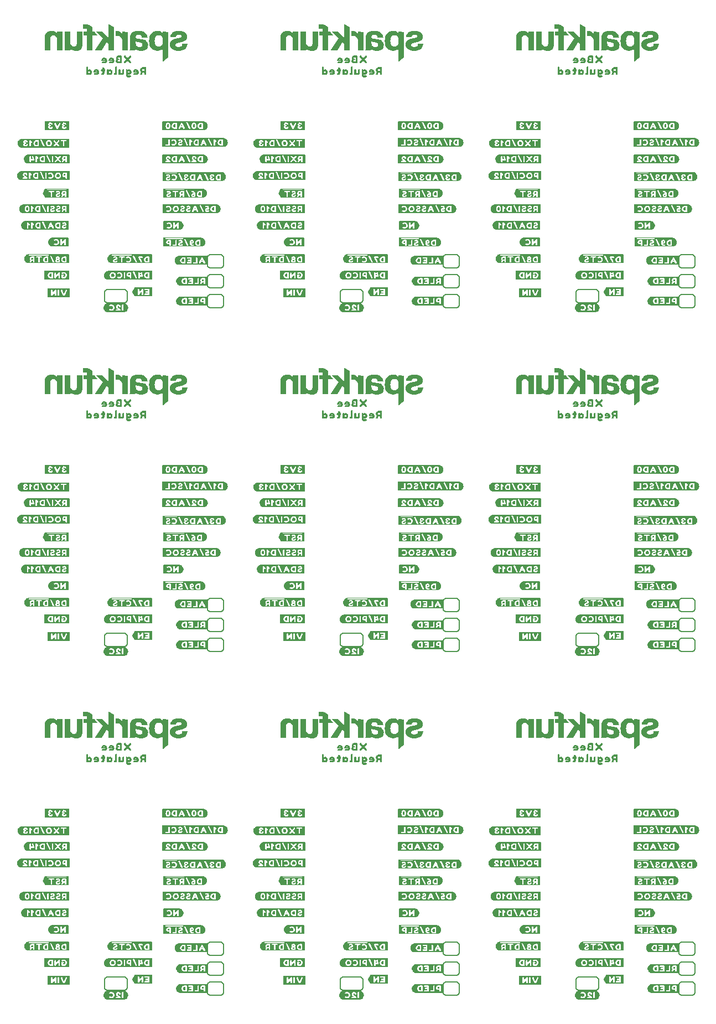
<source format=gbo>
G04 EAGLE Gerber RS-274X export*
G75*
%MOMM*%
%FSLAX34Y34*%
%LPD*%
%INSilkscreen Bottom*%
%IPPOS*%
%AMOC8*
5,1,8,0,0,1.08239X$1,22.5*%
G01*
%ADD10C,0.203200*%

G36*
X342784Y823734D02*
X342784Y823734D01*
X342787Y823731D01*
X343487Y823831D01*
X343492Y823836D01*
X343496Y823833D01*
X344095Y824033D01*
X344794Y824233D01*
X344798Y824238D01*
X344802Y824236D01*
X346002Y824836D01*
X346005Y824843D01*
X346011Y824842D01*
X346511Y825242D01*
X346512Y825246D01*
X346515Y825245D01*
X347515Y826245D01*
X347515Y826249D01*
X347518Y826249D01*
X347918Y826749D01*
X347919Y826753D01*
X347921Y826753D01*
X348321Y827353D01*
X348321Y827357D01*
X348324Y827358D01*
X348624Y827958D01*
X348623Y827963D01*
X348627Y827964D01*
X348827Y828564D01*
X348826Y828566D01*
X348827Y828566D01*
X348835Y828593D01*
X348877Y828741D01*
X348891Y828790D01*
X348933Y828938D01*
X348934Y828938D01*
X348933Y828938D01*
X348976Y829086D01*
X348990Y829135D01*
X349027Y829266D01*
X349026Y829270D01*
X349029Y829272D01*
X349129Y829872D01*
X349126Y829877D01*
X349129Y829880D01*
X349129Y830580D01*
X349126Y830584D01*
X349129Y830587D01*
X348929Y831987D01*
X348928Y831988D01*
X348929Y831988D01*
X348829Y832588D01*
X348822Y832594D01*
X348825Y832599D01*
X348525Y833299D01*
X348523Y833301D01*
X348524Y833302D01*
X348224Y833902D01*
X348221Y833903D01*
X348222Y833905D01*
X347922Y834405D01*
X347921Y834406D01*
X347921Y834407D01*
X347521Y835007D01*
X347514Y835010D01*
X347515Y835015D01*
X347015Y835515D01*
X347011Y835515D01*
X347011Y835518D01*
X346511Y835918D01*
X346507Y835919D01*
X346507Y835921D01*
X345907Y836321D01*
X345906Y836321D01*
X345905Y836322D01*
X345405Y836622D01*
X345400Y836622D01*
X345399Y836625D01*
X344699Y836925D01*
X344696Y836925D01*
X344696Y836927D01*
X344096Y837127D01*
X344094Y837126D01*
X344094Y837127D01*
X343394Y837327D01*
X343390Y837326D01*
X343388Y837329D01*
X342788Y837429D01*
X342783Y837426D01*
X342780Y837429D01*
X248780Y837429D01*
X248733Y837393D01*
X248735Y837390D01*
X248731Y837388D01*
X248631Y836788D01*
X248634Y836783D01*
X248631Y836780D01*
X248631Y823880D01*
X248667Y823833D01*
X248670Y823835D01*
X248672Y823831D01*
X249272Y823731D01*
X249277Y823734D01*
X249280Y823731D01*
X342780Y823731D01*
X342784Y823734D01*
G37*
G36*
X1064144Y823734D02*
X1064144Y823734D01*
X1064147Y823731D01*
X1064847Y823831D01*
X1064852Y823836D01*
X1064856Y823833D01*
X1065455Y824033D01*
X1066154Y824233D01*
X1066158Y824238D01*
X1066162Y824236D01*
X1067362Y824836D01*
X1067365Y824843D01*
X1067371Y824842D01*
X1067871Y825242D01*
X1067872Y825246D01*
X1067875Y825245D01*
X1068875Y826245D01*
X1068875Y826249D01*
X1068878Y826249D01*
X1069278Y826749D01*
X1069279Y826753D01*
X1069281Y826753D01*
X1069681Y827353D01*
X1069681Y827357D01*
X1069684Y827358D01*
X1069984Y827958D01*
X1069983Y827963D01*
X1069987Y827964D01*
X1070187Y828564D01*
X1070186Y828566D01*
X1070187Y828566D01*
X1070195Y828593D01*
X1070237Y828741D01*
X1070251Y828790D01*
X1070293Y828938D01*
X1070294Y828938D01*
X1070293Y828938D01*
X1070336Y829086D01*
X1070350Y829135D01*
X1070387Y829266D01*
X1070386Y829270D01*
X1070389Y829272D01*
X1070489Y829872D01*
X1070486Y829877D01*
X1070489Y829880D01*
X1070489Y830580D01*
X1070486Y830584D01*
X1070489Y830587D01*
X1070289Y831987D01*
X1070288Y831988D01*
X1070289Y831988D01*
X1070189Y832588D01*
X1070182Y832594D01*
X1070185Y832599D01*
X1069885Y833299D01*
X1069883Y833301D01*
X1069884Y833302D01*
X1069584Y833902D01*
X1069581Y833903D01*
X1069582Y833905D01*
X1069282Y834405D01*
X1069281Y834406D01*
X1069281Y834407D01*
X1068881Y835007D01*
X1068874Y835010D01*
X1068875Y835015D01*
X1068375Y835515D01*
X1068371Y835515D01*
X1068371Y835518D01*
X1067871Y835918D01*
X1067867Y835919D01*
X1067867Y835921D01*
X1067267Y836321D01*
X1067266Y836321D01*
X1067265Y836322D01*
X1066765Y836622D01*
X1066760Y836622D01*
X1066759Y836625D01*
X1066059Y836925D01*
X1066056Y836925D01*
X1066056Y836927D01*
X1065456Y837127D01*
X1065454Y837126D01*
X1065454Y837127D01*
X1064754Y837327D01*
X1064750Y837326D01*
X1064748Y837329D01*
X1064148Y837429D01*
X1064143Y837426D01*
X1064140Y837429D01*
X970140Y837429D01*
X970093Y837393D01*
X970095Y837390D01*
X970091Y837388D01*
X969991Y836788D01*
X969994Y836783D01*
X969991Y836780D01*
X969991Y823880D01*
X970027Y823833D01*
X970030Y823835D01*
X970032Y823831D01*
X970632Y823731D01*
X970637Y823734D01*
X970640Y823731D01*
X1064140Y823731D01*
X1064144Y823734D01*
G37*
G36*
X703464Y297954D02*
X703464Y297954D01*
X703467Y297951D01*
X704167Y298051D01*
X704172Y298056D01*
X704176Y298053D01*
X704775Y298253D01*
X705474Y298453D01*
X705478Y298458D01*
X705482Y298456D01*
X706682Y299056D01*
X706685Y299063D01*
X706691Y299062D01*
X707191Y299462D01*
X707192Y299466D01*
X707195Y299465D01*
X708195Y300465D01*
X708195Y300469D01*
X708198Y300469D01*
X708598Y300969D01*
X708599Y300973D01*
X708601Y300973D01*
X709001Y301573D01*
X709001Y301577D01*
X709004Y301578D01*
X709304Y302178D01*
X709303Y302183D01*
X709307Y302184D01*
X709507Y302784D01*
X709506Y302786D01*
X709507Y302786D01*
X709515Y302813D01*
X709557Y302961D01*
X709571Y303010D01*
X709613Y303158D01*
X709614Y303158D01*
X709613Y303158D01*
X709656Y303306D01*
X709670Y303355D01*
X709707Y303486D01*
X709706Y303490D01*
X709709Y303492D01*
X709809Y304092D01*
X709806Y304097D01*
X709809Y304100D01*
X709809Y304800D01*
X709806Y304804D01*
X709809Y304807D01*
X709609Y306207D01*
X709608Y306208D01*
X709609Y306208D01*
X709509Y306808D01*
X709502Y306814D01*
X709505Y306819D01*
X709205Y307519D01*
X709203Y307521D01*
X709204Y307522D01*
X708904Y308122D01*
X708901Y308123D01*
X708902Y308125D01*
X708602Y308625D01*
X708601Y308626D01*
X708601Y308627D01*
X708201Y309227D01*
X708194Y309230D01*
X708195Y309235D01*
X707695Y309735D01*
X707691Y309735D01*
X707691Y309738D01*
X707191Y310138D01*
X707187Y310139D01*
X707187Y310141D01*
X706587Y310541D01*
X706586Y310541D01*
X706585Y310542D01*
X706085Y310842D01*
X706080Y310842D01*
X706079Y310845D01*
X705379Y311145D01*
X705376Y311145D01*
X705376Y311147D01*
X704776Y311347D01*
X704774Y311346D01*
X704774Y311347D01*
X704074Y311547D01*
X704070Y311546D01*
X704068Y311549D01*
X703468Y311649D01*
X703463Y311646D01*
X703460Y311649D01*
X609460Y311649D01*
X609413Y311613D01*
X609415Y311610D01*
X609411Y311608D01*
X609311Y311008D01*
X609314Y311003D01*
X609311Y311000D01*
X609311Y298100D01*
X609347Y298053D01*
X609350Y298055D01*
X609352Y298051D01*
X609952Y297951D01*
X609957Y297954D01*
X609960Y297951D01*
X703460Y297951D01*
X703464Y297954D01*
G37*
G36*
X703464Y823734D02*
X703464Y823734D01*
X703467Y823731D01*
X704167Y823831D01*
X704172Y823836D01*
X704176Y823833D01*
X704775Y824033D01*
X705474Y824233D01*
X705478Y824238D01*
X705482Y824236D01*
X706682Y824836D01*
X706685Y824843D01*
X706691Y824842D01*
X707191Y825242D01*
X707192Y825246D01*
X707195Y825245D01*
X708195Y826245D01*
X708195Y826249D01*
X708198Y826249D01*
X708598Y826749D01*
X708599Y826753D01*
X708601Y826753D01*
X709001Y827353D01*
X709001Y827357D01*
X709004Y827358D01*
X709304Y827958D01*
X709303Y827963D01*
X709307Y827964D01*
X709507Y828564D01*
X709506Y828566D01*
X709507Y828566D01*
X709515Y828593D01*
X709557Y828741D01*
X709571Y828790D01*
X709613Y828938D01*
X709614Y828938D01*
X709613Y828938D01*
X709656Y829086D01*
X709670Y829135D01*
X709707Y829266D01*
X709706Y829270D01*
X709709Y829272D01*
X709809Y829872D01*
X709806Y829877D01*
X709809Y829880D01*
X709809Y830580D01*
X709806Y830584D01*
X709809Y830587D01*
X709609Y831987D01*
X709608Y831988D01*
X709609Y831988D01*
X709509Y832588D01*
X709502Y832594D01*
X709505Y832599D01*
X709205Y833299D01*
X709203Y833301D01*
X709204Y833302D01*
X708904Y833902D01*
X708901Y833903D01*
X708902Y833905D01*
X708602Y834405D01*
X708601Y834406D01*
X708601Y834407D01*
X708201Y835007D01*
X708194Y835010D01*
X708195Y835015D01*
X707695Y835515D01*
X707691Y835515D01*
X707691Y835518D01*
X707191Y835918D01*
X707187Y835919D01*
X707187Y835921D01*
X706587Y836321D01*
X706586Y836321D01*
X706585Y836322D01*
X706085Y836622D01*
X706080Y836622D01*
X706079Y836625D01*
X705379Y836925D01*
X705376Y836925D01*
X705376Y836927D01*
X704776Y837127D01*
X704774Y837126D01*
X704774Y837127D01*
X704074Y837327D01*
X704070Y837326D01*
X704068Y837329D01*
X703468Y837429D01*
X703463Y837426D01*
X703460Y837429D01*
X609460Y837429D01*
X609413Y837393D01*
X609415Y837390D01*
X609411Y837388D01*
X609311Y836788D01*
X609314Y836783D01*
X609311Y836780D01*
X609311Y823880D01*
X609347Y823833D01*
X609350Y823835D01*
X609352Y823831D01*
X609952Y823731D01*
X609957Y823734D01*
X609960Y823731D01*
X703460Y823731D01*
X703464Y823734D01*
G37*
G36*
X1064144Y297954D02*
X1064144Y297954D01*
X1064147Y297951D01*
X1064847Y298051D01*
X1064852Y298056D01*
X1064856Y298053D01*
X1065455Y298253D01*
X1066154Y298453D01*
X1066158Y298458D01*
X1066162Y298456D01*
X1067362Y299056D01*
X1067365Y299063D01*
X1067371Y299062D01*
X1067871Y299462D01*
X1067872Y299466D01*
X1067875Y299465D01*
X1068875Y300465D01*
X1068875Y300469D01*
X1068878Y300469D01*
X1069278Y300969D01*
X1069279Y300973D01*
X1069281Y300973D01*
X1069681Y301573D01*
X1069681Y301577D01*
X1069684Y301578D01*
X1069984Y302178D01*
X1069983Y302183D01*
X1069987Y302184D01*
X1070187Y302784D01*
X1070186Y302786D01*
X1070187Y302786D01*
X1070195Y302813D01*
X1070237Y302961D01*
X1070251Y303010D01*
X1070293Y303158D01*
X1070294Y303158D01*
X1070293Y303158D01*
X1070336Y303306D01*
X1070350Y303355D01*
X1070387Y303486D01*
X1070386Y303490D01*
X1070389Y303492D01*
X1070489Y304092D01*
X1070486Y304097D01*
X1070489Y304100D01*
X1070489Y304800D01*
X1070486Y304804D01*
X1070489Y304807D01*
X1070289Y306207D01*
X1070288Y306208D01*
X1070289Y306208D01*
X1070189Y306808D01*
X1070182Y306814D01*
X1070185Y306819D01*
X1069885Y307519D01*
X1069883Y307521D01*
X1069884Y307522D01*
X1069584Y308122D01*
X1069581Y308123D01*
X1069582Y308125D01*
X1069282Y308625D01*
X1069281Y308626D01*
X1069281Y308627D01*
X1068881Y309227D01*
X1068874Y309230D01*
X1068875Y309235D01*
X1068375Y309735D01*
X1068371Y309735D01*
X1068371Y309738D01*
X1067871Y310138D01*
X1067867Y310139D01*
X1067867Y310141D01*
X1067267Y310541D01*
X1067266Y310541D01*
X1067265Y310542D01*
X1066765Y310842D01*
X1066760Y310842D01*
X1066759Y310845D01*
X1066059Y311145D01*
X1066056Y311145D01*
X1066056Y311147D01*
X1065456Y311347D01*
X1065454Y311346D01*
X1065454Y311347D01*
X1064754Y311547D01*
X1064750Y311546D01*
X1064748Y311549D01*
X1064148Y311649D01*
X1064143Y311646D01*
X1064140Y311649D01*
X970140Y311649D01*
X970093Y311613D01*
X970095Y311610D01*
X970091Y311608D01*
X969991Y311008D01*
X969994Y311003D01*
X969991Y311000D01*
X969991Y298100D01*
X970027Y298053D01*
X970030Y298055D01*
X970032Y298051D01*
X970632Y297951D01*
X970637Y297954D01*
X970640Y297951D01*
X1064140Y297951D01*
X1064144Y297954D01*
G37*
G36*
X342784Y1349514D02*
X342784Y1349514D01*
X342787Y1349511D01*
X343487Y1349611D01*
X343492Y1349616D01*
X343496Y1349613D01*
X344095Y1349813D01*
X344794Y1350013D01*
X344798Y1350018D01*
X344802Y1350016D01*
X346002Y1350616D01*
X346005Y1350623D01*
X346011Y1350622D01*
X346511Y1351022D01*
X346512Y1351026D01*
X346515Y1351025D01*
X347515Y1352025D01*
X347515Y1352029D01*
X347518Y1352029D01*
X347918Y1352529D01*
X347919Y1352533D01*
X347921Y1352533D01*
X348321Y1353133D01*
X348321Y1353137D01*
X348324Y1353138D01*
X348624Y1353738D01*
X348623Y1353743D01*
X348627Y1353744D01*
X348827Y1354344D01*
X348826Y1354346D01*
X348827Y1354346D01*
X348835Y1354373D01*
X348877Y1354521D01*
X348891Y1354570D01*
X348933Y1354718D01*
X348934Y1354718D01*
X348933Y1354718D01*
X348976Y1354866D01*
X348990Y1354915D01*
X349027Y1355046D01*
X349026Y1355050D01*
X349029Y1355052D01*
X349129Y1355652D01*
X349126Y1355657D01*
X349129Y1355660D01*
X349129Y1356360D01*
X349126Y1356364D01*
X349129Y1356367D01*
X348929Y1357767D01*
X348928Y1357768D01*
X348929Y1357768D01*
X348829Y1358368D01*
X348822Y1358374D01*
X348825Y1358379D01*
X348525Y1359079D01*
X348523Y1359081D01*
X348524Y1359082D01*
X348224Y1359682D01*
X348221Y1359683D01*
X348222Y1359685D01*
X347922Y1360185D01*
X347921Y1360186D01*
X347921Y1360187D01*
X347521Y1360787D01*
X347514Y1360790D01*
X347515Y1360795D01*
X347015Y1361295D01*
X347011Y1361295D01*
X347011Y1361298D01*
X346511Y1361698D01*
X346507Y1361699D01*
X346507Y1361701D01*
X345907Y1362101D01*
X345906Y1362101D01*
X345905Y1362102D01*
X345405Y1362402D01*
X345400Y1362402D01*
X345399Y1362405D01*
X344699Y1362705D01*
X344696Y1362705D01*
X344696Y1362707D01*
X344096Y1362907D01*
X344094Y1362906D01*
X344094Y1362907D01*
X343394Y1363107D01*
X343390Y1363106D01*
X343388Y1363109D01*
X342788Y1363209D01*
X342783Y1363206D01*
X342780Y1363209D01*
X248780Y1363209D01*
X248733Y1363173D01*
X248735Y1363170D01*
X248731Y1363168D01*
X248631Y1362568D01*
X248634Y1362563D01*
X248631Y1362560D01*
X248631Y1349660D01*
X248667Y1349613D01*
X248670Y1349615D01*
X248672Y1349611D01*
X249272Y1349511D01*
X249277Y1349514D01*
X249280Y1349511D01*
X342780Y1349511D01*
X342784Y1349514D01*
G37*
G36*
X342784Y297954D02*
X342784Y297954D01*
X342787Y297951D01*
X343487Y298051D01*
X343492Y298056D01*
X343496Y298053D01*
X344095Y298253D01*
X344794Y298453D01*
X344798Y298458D01*
X344802Y298456D01*
X346002Y299056D01*
X346005Y299063D01*
X346011Y299062D01*
X346511Y299462D01*
X346512Y299466D01*
X346515Y299465D01*
X347515Y300465D01*
X347515Y300469D01*
X347518Y300469D01*
X347918Y300969D01*
X347919Y300973D01*
X347921Y300973D01*
X348321Y301573D01*
X348321Y301577D01*
X348324Y301578D01*
X348624Y302178D01*
X348623Y302183D01*
X348627Y302184D01*
X348827Y302784D01*
X348826Y302786D01*
X348827Y302786D01*
X348835Y302813D01*
X348877Y302961D01*
X348891Y303010D01*
X348933Y303158D01*
X348934Y303158D01*
X348933Y303158D01*
X348976Y303306D01*
X348990Y303355D01*
X349027Y303486D01*
X349026Y303490D01*
X349029Y303492D01*
X349129Y304092D01*
X349126Y304097D01*
X349129Y304100D01*
X349129Y304800D01*
X349126Y304804D01*
X349129Y304807D01*
X348929Y306207D01*
X348928Y306208D01*
X348929Y306208D01*
X348829Y306808D01*
X348822Y306814D01*
X348825Y306819D01*
X348525Y307519D01*
X348523Y307521D01*
X348524Y307522D01*
X348224Y308122D01*
X348221Y308123D01*
X348222Y308125D01*
X347922Y308625D01*
X347921Y308626D01*
X347921Y308627D01*
X347521Y309227D01*
X347514Y309230D01*
X347515Y309235D01*
X347015Y309735D01*
X347011Y309735D01*
X347011Y309738D01*
X346511Y310138D01*
X346507Y310139D01*
X346507Y310141D01*
X345907Y310541D01*
X345906Y310541D01*
X345905Y310542D01*
X345405Y310842D01*
X345400Y310842D01*
X345399Y310845D01*
X344699Y311145D01*
X344696Y311145D01*
X344696Y311147D01*
X344096Y311347D01*
X344094Y311346D01*
X344094Y311347D01*
X343394Y311547D01*
X343390Y311546D01*
X343388Y311549D01*
X342788Y311649D01*
X342783Y311646D01*
X342780Y311649D01*
X248780Y311649D01*
X248733Y311613D01*
X248735Y311610D01*
X248731Y311608D01*
X248631Y311008D01*
X248634Y311003D01*
X248631Y311000D01*
X248631Y298100D01*
X248667Y298053D01*
X248670Y298055D01*
X248672Y298051D01*
X249272Y297951D01*
X249277Y297954D01*
X249280Y297951D01*
X342780Y297951D01*
X342784Y297954D01*
G37*
G36*
X703464Y1349514D02*
X703464Y1349514D01*
X703467Y1349511D01*
X704167Y1349611D01*
X704172Y1349616D01*
X704176Y1349613D01*
X704775Y1349813D01*
X705474Y1350013D01*
X705478Y1350018D01*
X705482Y1350016D01*
X706682Y1350616D01*
X706685Y1350623D01*
X706691Y1350622D01*
X707191Y1351022D01*
X707192Y1351026D01*
X707195Y1351025D01*
X708195Y1352025D01*
X708195Y1352029D01*
X708198Y1352029D01*
X708598Y1352529D01*
X708599Y1352533D01*
X708601Y1352533D01*
X709001Y1353133D01*
X709001Y1353137D01*
X709004Y1353138D01*
X709304Y1353738D01*
X709303Y1353743D01*
X709307Y1353744D01*
X709507Y1354344D01*
X709506Y1354346D01*
X709507Y1354346D01*
X709515Y1354373D01*
X709557Y1354521D01*
X709571Y1354570D01*
X709613Y1354718D01*
X709614Y1354718D01*
X709613Y1354718D01*
X709656Y1354866D01*
X709670Y1354915D01*
X709707Y1355046D01*
X709706Y1355050D01*
X709709Y1355052D01*
X709809Y1355652D01*
X709806Y1355657D01*
X709809Y1355660D01*
X709809Y1356360D01*
X709806Y1356364D01*
X709809Y1356367D01*
X709609Y1357767D01*
X709608Y1357768D01*
X709609Y1357768D01*
X709509Y1358368D01*
X709502Y1358374D01*
X709505Y1358379D01*
X709205Y1359079D01*
X709203Y1359081D01*
X709204Y1359082D01*
X708904Y1359682D01*
X708901Y1359683D01*
X708902Y1359685D01*
X708602Y1360185D01*
X708601Y1360186D01*
X708601Y1360187D01*
X708201Y1360787D01*
X708194Y1360790D01*
X708195Y1360795D01*
X707695Y1361295D01*
X707691Y1361295D01*
X707691Y1361298D01*
X707191Y1361698D01*
X707187Y1361699D01*
X707187Y1361701D01*
X706587Y1362101D01*
X706586Y1362101D01*
X706585Y1362102D01*
X706085Y1362402D01*
X706080Y1362402D01*
X706079Y1362405D01*
X705379Y1362705D01*
X705376Y1362705D01*
X705376Y1362707D01*
X704776Y1362907D01*
X704774Y1362906D01*
X704774Y1362907D01*
X704074Y1363107D01*
X704070Y1363106D01*
X704068Y1363109D01*
X703468Y1363209D01*
X703463Y1363206D01*
X703460Y1363209D01*
X609460Y1363209D01*
X609413Y1363173D01*
X609415Y1363170D01*
X609411Y1363168D01*
X609311Y1362568D01*
X609314Y1362563D01*
X609311Y1362560D01*
X609311Y1349660D01*
X609347Y1349613D01*
X609350Y1349615D01*
X609352Y1349611D01*
X609952Y1349511D01*
X609957Y1349514D01*
X609960Y1349511D01*
X703460Y1349511D01*
X703464Y1349514D01*
G37*
G36*
X1064144Y1349514D02*
X1064144Y1349514D01*
X1064147Y1349511D01*
X1064847Y1349611D01*
X1064852Y1349616D01*
X1064856Y1349613D01*
X1065455Y1349813D01*
X1066154Y1350013D01*
X1066158Y1350018D01*
X1066162Y1350016D01*
X1067362Y1350616D01*
X1067365Y1350623D01*
X1067371Y1350622D01*
X1067871Y1351022D01*
X1067872Y1351026D01*
X1067875Y1351025D01*
X1068875Y1352025D01*
X1068875Y1352029D01*
X1068878Y1352029D01*
X1069278Y1352529D01*
X1069279Y1352533D01*
X1069281Y1352533D01*
X1069681Y1353133D01*
X1069681Y1353137D01*
X1069684Y1353138D01*
X1069984Y1353738D01*
X1069983Y1353743D01*
X1069987Y1353744D01*
X1070187Y1354344D01*
X1070186Y1354346D01*
X1070187Y1354346D01*
X1070195Y1354373D01*
X1070237Y1354521D01*
X1070251Y1354570D01*
X1070293Y1354718D01*
X1070294Y1354718D01*
X1070293Y1354718D01*
X1070336Y1354866D01*
X1070350Y1354915D01*
X1070387Y1355046D01*
X1070386Y1355050D01*
X1070389Y1355052D01*
X1070489Y1355652D01*
X1070486Y1355657D01*
X1070489Y1355660D01*
X1070489Y1356360D01*
X1070486Y1356364D01*
X1070489Y1356367D01*
X1070289Y1357767D01*
X1070288Y1357768D01*
X1070289Y1357768D01*
X1070189Y1358368D01*
X1070182Y1358374D01*
X1070185Y1358379D01*
X1069885Y1359079D01*
X1069883Y1359081D01*
X1069884Y1359082D01*
X1069584Y1359682D01*
X1069581Y1359683D01*
X1069582Y1359685D01*
X1069282Y1360185D01*
X1069281Y1360186D01*
X1069281Y1360187D01*
X1068881Y1360787D01*
X1068874Y1360790D01*
X1068875Y1360795D01*
X1068375Y1361295D01*
X1068371Y1361295D01*
X1068371Y1361298D01*
X1067871Y1361698D01*
X1067867Y1361699D01*
X1067867Y1361701D01*
X1067267Y1362101D01*
X1067266Y1362101D01*
X1067265Y1362102D01*
X1066765Y1362402D01*
X1066760Y1362402D01*
X1066759Y1362405D01*
X1066059Y1362705D01*
X1066056Y1362705D01*
X1066056Y1362707D01*
X1065456Y1362907D01*
X1065454Y1362906D01*
X1065454Y1362907D01*
X1064754Y1363107D01*
X1064750Y1363106D01*
X1064748Y1363109D01*
X1064148Y1363209D01*
X1064143Y1363206D01*
X1064140Y1363209D01*
X970140Y1363209D01*
X970093Y1363173D01*
X970095Y1363170D01*
X970091Y1363168D01*
X969991Y1362568D01*
X969994Y1362563D01*
X969991Y1362560D01*
X969991Y1349660D01*
X970027Y1349613D01*
X970030Y1349615D01*
X970032Y1349611D01*
X970632Y1349511D01*
X970637Y1349514D01*
X970640Y1349511D01*
X1064140Y1349511D01*
X1064144Y1349514D01*
G37*
G36*
X700494Y771664D02*
X700494Y771664D01*
X700497Y771661D01*
X701197Y771761D01*
X701202Y771766D01*
X701206Y771763D01*
X701805Y771963D01*
X702504Y772163D01*
X702508Y772168D01*
X702512Y772166D01*
X703712Y772766D01*
X703715Y772773D01*
X703721Y772772D01*
X704721Y773572D01*
X704722Y773576D01*
X704725Y773575D01*
X705225Y774075D01*
X705226Y774082D01*
X705231Y774083D01*
X705630Y774681D01*
X706028Y775179D01*
X706029Y775189D01*
X706035Y775191D01*
X706335Y775891D01*
X706335Y775894D01*
X706337Y775894D01*
X706737Y777094D01*
X706735Y777101D01*
X706739Y777103D01*
X706839Y777803D01*
X706836Y777808D01*
X706839Y777810D01*
X706839Y779210D01*
X706836Y779215D01*
X706839Y779218D01*
X706739Y779818D01*
X706735Y779821D01*
X706737Y779824D01*
X706537Y780524D01*
X706536Y780525D01*
X706537Y780526D01*
X706337Y781126D01*
X706332Y781129D01*
X706334Y781132D01*
X706034Y781732D01*
X706030Y781734D01*
X706031Y781737D01*
X705231Y782937D01*
X705224Y782940D01*
X705225Y782945D01*
X704725Y783445D01*
X704721Y783445D01*
X704721Y783448D01*
X703721Y784248D01*
X703713Y784249D01*
X703712Y784254D01*
X702512Y784854D01*
X702505Y784853D01*
X702504Y784857D01*
X701805Y785057D01*
X701206Y785257D01*
X701199Y785255D01*
X701197Y785259D01*
X700497Y785359D01*
X700492Y785356D01*
X700490Y785359D01*
X609890Y785359D01*
X609843Y785323D01*
X609845Y785320D01*
X609841Y785318D01*
X609741Y784718D01*
X609744Y784713D01*
X609741Y784710D01*
X609741Y771810D01*
X609777Y771763D01*
X609780Y771765D01*
X609782Y771761D01*
X610382Y771661D01*
X610387Y771664D01*
X610390Y771661D01*
X700490Y771661D01*
X700494Y771664D01*
G37*
G36*
X1061174Y1297444D02*
X1061174Y1297444D01*
X1061177Y1297441D01*
X1061877Y1297541D01*
X1061882Y1297546D01*
X1061886Y1297543D01*
X1062485Y1297743D01*
X1063184Y1297943D01*
X1063188Y1297948D01*
X1063192Y1297946D01*
X1064392Y1298546D01*
X1064395Y1298553D01*
X1064401Y1298552D01*
X1065401Y1299352D01*
X1065402Y1299356D01*
X1065405Y1299355D01*
X1065905Y1299855D01*
X1065906Y1299862D01*
X1065911Y1299863D01*
X1066310Y1300461D01*
X1066708Y1300959D01*
X1066709Y1300969D01*
X1066715Y1300971D01*
X1067015Y1301671D01*
X1067015Y1301674D01*
X1067017Y1301674D01*
X1067417Y1302874D01*
X1067415Y1302881D01*
X1067419Y1302883D01*
X1067519Y1303583D01*
X1067516Y1303588D01*
X1067519Y1303590D01*
X1067519Y1304990D01*
X1067516Y1304995D01*
X1067519Y1304998D01*
X1067419Y1305598D01*
X1067415Y1305601D01*
X1067417Y1305604D01*
X1067217Y1306304D01*
X1067216Y1306305D01*
X1067217Y1306306D01*
X1067017Y1306906D01*
X1067012Y1306909D01*
X1067014Y1306912D01*
X1066714Y1307512D01*
X1066710Y1307514D01*
X1066711Y1307517D01*
X1065911Y1308717D01*
X1065904Y1308720D01*
X1065905Y1308725D01*
X1065405Y1309225D01*
X1065401Y1309225D01*
X1065401Y1309228D01*
X1064401Y1310028D01*
X1064393Y1310029D01*
X1064392Y1310034D01*
X1063192Y1310634D01*
X1063185Y1310633D01*
X1063184Y1310637D01*
X1062485Y1310837D01*
X1061886Y1311037D01*
X1061879Y1311035D01*
X1061877Y1311039D01*
X1061177Y1311139D01*
X1061172Y1311136D01*
X1061170Y1311139D01*
X970570Y1311139D01*
X970523Y1311103D01*
X970525Y1311100D01*
X970521Y1311098D01*
X970421Y1310498D01*
X970424Y1310493D01*
X970421Y1310490D01*
X970421Y1297590D01*
X970457Y1297543D01*
X970460Y1297545D01*
X970462Y1297541D01*
X971062Y1297441D01*
X971067Y1297444D01*
X971070Y1297441D01*
X1061170Y1297441D01*
X1061174Y1297444D01*
G37*
G36*
X339814Y245884D02*
X339814Y245884D01*
X339817Y245881D01*
X340517Y245981D01*
X340522Y245986D01*
X340526Y245983D01*
X341125Y246183D01*
X341824Y246383D01*
X341828Y246388D01*
X341832Y246386D01*
X343032Y246986D01*
X343035Y246993D01*
X343041Y246992D01*
X344041Y247792D01*
X344042Y247796D01*
X344045Y247795D01*
X344545Y248295D01*
X344546Y248302D01*
X344551Y248303D01*
X344950Y248901D01*
X345348Y249399D01*
X345349Y249409D01*
X345355Y249411D01*
X345655Y250111D01*
X345655Y250114D01*
X345657Y250114D01*
X346057Y251314D01*
X346055Y251321D01*
X346059Y251323D01*
X346159Y252023D01*
X346156Y252028D01*
X346159Y252030D01*
X346159Y253430D01*
X346156Y253435D01*
X346159Y253438D01*
X346059Y254038D01*
X346055Y254041D01*
X346057Y254044D01*
X345857Y254744D01*
X345856Y254745D01*
X345857Y254746D01*
X345657Y255346D01*
X345652Y255349D01*
X345654Y255352D01*
X345354Y255952D01*
X345350Y255954D01*
X345351Y255957D01*
X344551Y257157D01*
X344544Y257160D01*
X344545Y257165D01*
X344045Y257665D01*
X344041Y257665D01*
X344041Y257668D01*
X343041Y258468D01*
X343033Y258469D01*
X343032Y258474D01*
X341832Y259074D01*
X341825Y259073D01*
X341824Y259077D01*
X341125Y259277D01*
X340526Y259477D01*
X340519Y259475D01*
X340517Y259479D01*
X339817Y259579D01*
X339812Y259576D01*
X339810Y259579D01*
X249210Y259579D01*
X249163Y259543D01*
X249165Y259540D01*
X249161Y259538D01*
X249061Y258938D01*
X249064Y258933D01*
X249061Y258930D01*
X249061Y246030D01*
X249097Y245983D01*
X249100Y245985D01*
X249102Y245981D01*
X249702Y245881D01*
X249707Y245884D01*
X249710Y245881D01*
X339810Y245881D01*
X339814Y245884D01*
G37*
G36*
X700494Y245884D02*
X700494Y245884D01*
X700497Y245881D01*
X701197Y245981D01*
X701202Y245986D01*
X701206Y245983D01*
X701805Y246183D01*
X702504Y246383D01*
X702508Y246388D01*
X702512Y246386D01*
X703712Y246986D01*
X703715Y246993D01*
X703721Y246992D01*
X704721Y247792D01*
X704722Y247796D01*
X704725Y247795D01*
X705225Y248295D01*
X705226Y248302D01*
X705231Y248303D01*
X705630Y248901D01*
X706028Y249399D01*
X706029Y249409D01*
X706035Y249411D01*
X706335Y250111D01*
X706335Y250114D01*
X706337Y250114D01*
X706737Y251314D01*
X706735Y251321D01*
X706739Y251323D01*
X706839Y252023D01*
X706836Y252028D01*
X706839Y252030D01*
X706839Y253430D01*
X706836Y253435D01*
X706839Y253438D01*
X706739Y254038D01*
X706735Y254041D01*
X706737Y254044D01*
X706537Y254744D01*
X706536Y254745D01*
X706537Y254746D01*
X706337Y255346D01*
X706332Y255349D01*
X706334Y255352D01*
X706034Y255952D01*
X706030Y255954D01*
X706031Y255957D01*
X705231Y257157D01*
X705224Y257160D01*
X705225Y257165D01*
X704725Y257665D01*
X704721Y257665D01*
X704721Y257668D01*
X703721Y258468D01*
X703713Y258469D01*
X703712Y258474D01*
X702512Y259074D01*
X702505Y259073D01*
X702504Y259077D01*
X701805Y259277D01*
X701206Y259477D01*
X701199Y259475D01*
X701197Y259479D01*
X700497Y259579D01*
X700492Y259576D01*
X700490Y259579D01*
X609890Y259579D01*
X609843Y259543D01*
X609845Y259540D01*
X609841Y259538D01*
X609741Y258938D01*
X609744Y258933D01*
X609741Y258930D01*
X609741Y246030D01*
X609777Y245983D01*
X609780Y245985D01*
X609782Y245981D01*
X610382Y245881D01*
X610387Y245884D01*
X610390Y245881D01*
X700490Y245881D01*
X700494Y245884D01*
G37*
G36*
X1061174Y245884D02*
X1061174Y245884D01*
X1061177Y245881D01*
X1061877Y245981D01*
X1061882Y245986D01*
X1061886Y245983D01*
X1062485Y246183D01*
X1063184Y246383D01*
X1063188Y246388D01*
X1063192Y246386D01*
X1064392Y246986D01*
X1064395Y246993D01*
X1064401Y246992D01*
X1065401Y247792D01*
X1065402Y247796D01*
X1065405Y247795D01*
X1065905Y248295D01*
X1065906Y248302D01*
X1065911Y248303D01*
X1066310Y248901D01*
X1066708Y249399D01*
X1066709Y249409D01*
X1066715Y249411D01*
X1067015Y250111D01*
X1067015Y250114D01*
X1067017Y250114D01*
X1067417Y251314D01*
X1067415Y251321D01*
X1067419Y251323D01*
X1067519Y252023D01*
X1067516Y252028D01*
X1067519Y252030D01*
X1067519Y253430D01*
X1067516Y253435D01*
X1067519Y253438D01*
X1067419Y254038D01*
X1067415Y254041D01*
X1067417Y254044D01*
X1067217Y254744D01*
X1067216Y254745D01*
X1067217Y254746D01*
X1067017Y255346D01*
X1067012Y255349D01*
X1067014Y255352D01*
X1066714Y255952D01*
X1066710Y255954D01*
X1066711Y255957D01*
X1065911Y257157D01*
X1065904Y257160D01*
X1065905Y257165D01*
X1065405Y257665D01*
X1065401Y257665D01*
X1065401Y257668D01*
X1064401Y258468D01*
X1064393Y258469D01*
X1064392Y258474D01*
X1063192Y259074D01*
X1063185Y259073D01*
X1063184Y259077D01*
X1062485Y259277D01*
X1061886Y259477D01*
X1061879Y259475D01*
X1061877Y259479D01*
X1061177Y259579D01*
X1061172Y259576D01*
X1061170Y259579D01*
X970570Y259579D01*
X970523Y259543D01*
X970525Y259540D01*
X970521Y259538D01*
X970421Y258938D01*
X970424Y258933D01*
X970421Y258930D01*
X970421Y246030D01*
X970457Y245983D01*
X970460Y245985D01*
X970462Y245981D01*
X971062Y245881D01*
X971067Y245884D01*
X971070Y245881D01*
X1061170Y245881D01*
X1061174Y245884D01*
G37*
G36*
X700494Y1297444D02*
X700494Y1297444D01*
X700497Y1297441D01*
X701197Y1297541D01*
X701202Y1297546D01*
X701206Y1297543D01*
X701805Y1297743D01*
X702504Y1297943D01*
X702508Y1297948D01*
X702512Y1297946D01*
X703712Y1298546D01*
X703715Y1298553D01*
X703721Y1298552D01*
X704721Y1299352D01*
X704722Y1299356D01*
X704725Y1299355D01*
X705225Y1299855D01*
X705226Y1299862D01*
X705231Y1299863D01*
X705630Y1300461D01*
X706028Y1300959D01*
X706029Y1300969D01*
X706035Y1300971D01*
X706335Y1301671D01*
X706335Y1301674D01*
X706337Y1301674D01*
X706737Y1302874D01*
X706735Y1302881D01*
X706739Y1302883D01*
X706839Y1303583D01*
X706836Y1303588D01*
X706839Y1303590D01*
X706839Y1304990D01*
X706836Y1304995D01*
X706839Y1304998D01*
X706739Y1305598D01*
X706735Y1305601D01*
X706737Y1305604D01*
X706537Y1306304D01*
X706536Y1306305D01*
X706537Y1306306D01*
X706337Y1306906D01*
X706332Y1306909D01*
X706334Y1306912D01*
X706034Y1307512D01*
X706030Y1307514D01*
X706031Y1307517D01*
X705231Y1308717D01*
X705224Y1308720D01*
X705225Y1308725D01*
X704725Y1309225D01*
X704721Y1309225D01*
X704721Y1309228D01*
X703721Y1310028D01*
X703713Y1310029D01*
X703712Y1310034D01*
X702512Y1310634D01*
X702505Y1310633D01*
X702504Y1310637D01*
X701805Y1310837D01*
X701206Y1311037D01*
X701199Y1311035D01*
X701197Y1311039D01*
X700497Y1311139D01*
X700492Y1311136D01*
X700490Y1311139D01*
X609890Y1311139D01*
X609843Y1311103D01*
X609845Y1311100D01*
X609841Y1311098D01*
X609741Y1310498D01*
X609744Y1310493D01*
X609741Y1310490D01*
X609741Y1297590D01*
X609777Y1297543D01*
X609780Y1297545D01*
X609782Y1297541D01*
X610382Y1297441D01*
X610387Y1297444D01*
X610390Y1297441D01*
X700490Y1297441D01*
X700494Y1297444D01*
G37*
G36*
X1061174Y771664D02*
X1061174Y771664D01*
X1061177Y771661D01*
X1061877Y771761D01*
X1061882Y771766D01*
X1061886Y771763D01*
X1062485Y771963D01*
X1063184Y772163D01*
X1063188Y772168D01*
X1063192Y772166D01*
X1064392Y772766D01*
X1064395Y772773D01*
X1064401Y772772D01*
X1065401Y773572D01*
X1065402Y773576D01*
X1065405Y773575D01*
X1065905Y774075D01*
X1065906Y774082D01*
X1065911Y774083D01*
X1066310Y774681D01*
X1066708Y775179D01*
X1066709Y775189D01*
X1066715Y775191D01*
X1067015Y775891D01*
X1067015Y775894D01*
X1067017Y775894D01*
X1067417Y777094D01*
X1067415Y777101D01*
X1067419Y777103D01*
X1067519Y777803D01*
X1067516Y777808D01*
X1067519Y777810D01*
X1067519Y779210D01*
X1067516Y779215D01*
X1067519Y779218D01*
X1067419Y779818D01*
X1067415Y779821D01*
X1067417Y779824D01*
X1067217Y780524D01*
X1067216Y780525D01*
X1067217Y780526D01*
X1067017Y781126D01*
X1067012Y781129D01*
X1067014Y781132D01*
X1066714Y781732D01*
X1066710Y781734D01*
X1066711Y781737D01*
X1065911Y782937D01*
X1065904Y782940D01*
X1065905Y782945D01*
X1065405Y783445D01*
X1065401Y783445D01*
X1065401Y783448D01*
X1064401Y784248D01*
X1064393Y784249D01*
X1064392Y784254D01*
X1063192Y784854D01*
X1063185Y784853D01*
X1063184Y784857D01*
X1062485Y785057D01*
X1061886Y785257D01*
X1061879Y785255D01*
X1061877Y785259D01*
X1061177Y785359D01*
X1061172Y785356D01*
X1061170Y785359D01*
X970570Y785359D01*
X970523Y785323D01*
X970525Y785320D01*
X970521Y785318D01*
X970421Y784718D01*
X970424Y784713D01*
X970421Y784710D01*
X970421Y771810D01*
X970457Y771763D01*
X970460Y771765D01*
X970462Y771761D01*
X971062Y771661D01*
X971067Y771664D01*
X971070Y771661D01*
X1061170Y771661D01*
X1061174Y771664D01*
G37*
G36*
X339814Y1297444D02*
X339814Y1297444D01*
X339817Y1297441D01*
X340517Y1297541D01*
X340522Y1297546D01*
X340526Y1297543D01*
X341125Y1297743D01*
X341824Y1297943D01*
X341828Y1297948D01*
X341832Y1297946D01*
X343032Y1298546D01*
X343035Y1298553D01*
X343041Y1298552D01*
X344041Y1299352D01*
X344042Y1299356D01*
X344045Y1299355D01*
X344545Y1299855D01*
X344546Y1299862D01*
X344551Y1299863D01*
X344950Y1300461D01*
X345348Y1300959D01*
X345349Y1300969D01*
X345355Y1300971D01*
X345655Y1301671D01*
X345655Y1301674D01*
X345657Y1301674D01*
X346057Y1302874D01*
X346055Y1302881D01*
X346059Y1302883D01*
X346159Y1303583D01*
X346156Y1303588D01*
X346159Y1303590D01*
X346159Y1304990D01*
X346156Y1304995D01*
X346159Y1304998D01*
X346059Y1305598D01*
X346055Y1305601D01*
X346057Y1305604D01*
X345857Y1306304D01*
X345856Y1306305D01*
X345857Y1306306D01*
X345657Y1306906D01*
X345652Y1306909D01*
X345654Y1306912D01*
X345354Y1307512D01*
X345350Y1307514D01*
X345351Y1307517D01*
X344551Y1308717D01*
X344544Y1308720D01*
X344545Y1308725D01*
X344045Y1309225D01*
X344041Y1309225D01*
X344041Y1309228D01*
X343041Y1310028D01*
X343033Y1310029D01*
X343032Y1310034D01*
X341832Y1310634D01*
X341825Y1310633D01*
X341824Y1310637D01*
X341125Y1310837D01*
X340526Y1311037D01*
X340519Y1311035D01*
X340517Y1311039D01*
X339817Y1311139D01*
X339812Y1311136D01*
X339810Y1311139D01*
X249210Y1311139D01*
X249163Y1311103D01*
X249165Y1311100D01*
X249161Y1311098D01*
X249061Y1310498D01*
X249064Y1310493D01*
X249061Y1310490D01*
X249061Y1297590D01*
X249097Y1297543D01*
X249100Y1297545D01*
X249102Y1297541D01*
X249702Y1297441D01*
X249707Y1297444D01*
X249710Y1297441D01*
X339810Y1297441D01*
X339814Y1297444D01*
G37*
G36*
X339814Y771664D02*
X339814Y771664D01*
X339817Y771661D01*
X340517Y771761D01*
X340522Y771766D01*
X340526Y771763D01*
X341125Y771963D01*
X341824Y772163D01*
X341828Y772168D01*
X341832Y772166D01*
X343032Y772766D01*
X343035Y772773D01*
X343041Y772772D01*
X344041Y773572D01*
X344042Y773576D01*
X344045Y773575D01*
X344545Y774075D01*
X344546Y774082D01*
X344551Y774083D01*
X344950Y774681D01*
X345348Y775179D01*
X345349Y775189D01*
X345355Y775191D01*
X345655Y775891D01*
X345655Y775894D01*
X345657Y775894D01*
X346057Y777094D01*
X346055Y777101D01*
X346059Y777103D01*
X346159Y777803D01*
X346156Y777808D01*
X346159Y777810D01*
X346159Y779210D01*
X346156Y779215D01*
X346159Y779218D01*
X346059Y779818D01*
X346055Y779821D01*
X346057Y779824D01*
X345857Y780524D01*
X345856Y780525D01*
X345857Y780526D01*
X345657Y781126D01*
X345652Y781129D01*
X345654Y781132D01*
X345354Y781732D01*
X345350Y781734D01*
X345351Y781737D01*
X344551Y782937D01*
X344544Y782940D01*
X344545Y782945D01*
X344045Y783445D01*
X344041Y783445D01*
X344041Y783448D01*
X343041Y784248D01*
X343033Y784249D01*
X343032Y784254D01*
X341832Y784854D01*
X341825Y784853D01*
X341824Y784857D01*
X341125Y785057D01*
X340526Y785257D01*
X340519Y785255D01*
X340517Y785259D01*
X339817Y785359D01*
X339812Y785356D01*
X339810Y785359D01*
X249210Y785359D01*
X249163Y785323D01*
X249165Y785320D01*
X249161Y785318D01*
X249061Y784718D01*
X249064Y784713D01*
X249061Y784710D01*
X249061Y771810D01*
X249097Y771763D01*
X249100Y771765D01*
X249102Y771761D01*
X249702Y771661D01*
X249707Y771664D01*
X249710Y771661D01*
X339810Y771661D01*
X339814Y771664D01*
G37*
G36*
X1052564Y1247914D02*
X1052564Y1247914D01*
X1052567Y1247911D01*
X1053267Y1248011D01*
X1053268Y1248012D01*
X1053268Y1248011D01*
X1053868Y1248111D01*
X1054567Y1248211D01*
X1054572Y1248216D01*
X1054576Y1248213D01*
X1055176Y1248413D01*
X1055177Y1248416D01*
X1055179Y1248415D01*
X1055879Y1248715D01*
X1055884Y1248723D01*
X1055891Y1248722D01*
X1056389Y1249120D01*
X1056987Y1249519D01*
X1056988Y1249522D01*
X1056991Y1249522D01*
X1057491Y1249922D01*
X1057493Y1249932D01*
X1057501Y1249933D01*
X1057900Y1250531D01*
X1058298Y1251029D01*
X1058299Y1251033D01*
X1058301Y1251033D01*
X1058701Y1251633D01*
X1058701Y1251638D01*
X1058703Y1251640D01*
X1058702Y1251643D01*
X1058707Y1251644D01*
X1058906Y1252241D01*
X1059204Y1252838D01*
X1059202Y1252849D01*
X1059209Y1252853D01*
X1059409Y1254253D01*
X1059406Y1254258D01*
X1059409Y1254260D01*
X1059409Y1255560D01*
X1059406Y1255564D01*
X1059409Y1255567D01*
X1059309Y1256267D01*
X1059304Y1256272D01*
X1059307Y1256276D01*
X1059107Y1256876D01*
X1059104Y1256877D01*
X1059105Y1256879D01*
X1058805Y1257579D01*
X1058803Y1257581D01*
X1058804Y1257582D01*
X1058504Y1258182D01*
X1058501Y1258183D01*
X1058502Y1258185D01*
X1058202Y1258685D01*
X1058197Y1258687D01*
X1058198Y1258692D01*
X1057698Y1259291D01*
X1057298Y1259791D01*
X1057288Y1259793D01*
X1057287Y1259801D01*
X1056689Y1260200D01*
X1056191Y1260598D01*
X1056183Y1260599D01*
X1056182Y1260604D01*
X1054982Y1261204D01*
X1054975Y1261203D01*
X1054974Y1261207D01*
X1054274Y1261407D01*
X1054269Y1261406D01*
X1054267Y1261409D01*
X1053568Y1261509D01*
X1052968Y1261609D01*
X1052963Y1261606D01*
X1052960Y1261609D01*
X1052660Y1261609D01*
X1052624Y1261582D01*
X1052615Y1261579D01*
X1052603Y1261552D01*
X1052589Y1261600D01*
X1052571Y1261594D01*
X1052560Y1261609D01*
X971260Y1261609D01*
X971239Y1261593D01*
X971225Y1261595D01*
X970925Y1261295D01*
X970923Y1261279D01*
X970913Y1261271D01*
X970917Y1261265D01*
X970911Y1261260D01*
X970911Y1248360D01*
X970924Y1248342D01*
X970921Y1248330D01*
X971221Y1247930D01*
X971252Y1247922D01*
X971260Y1247911D01*
X1052560Y1247911D01*
X1052564Y1247914D01*
G37*
G36*
X691884Y1247914D02*
X691884Y1247914D01*
X691887Y1247911D01*
X692587Y1248011D01*
X692588Y1248012D01*
X692588Y1248011D01*
X693188Y1248111D01*
X693887Y1248211D01*
X693892Y1248216D01*
X693896Y1248213D01*
X694496Y1248413D01*
X694497Y1248416D01*
X694499Y1248415D01*
X695199Y1248715D01*
X695204Y1248723D01*
X695211Y1248722D01*
X695709Y1249120D01*
X696307Y1249519D01*
X696308Y1249522D01*
X696311Y1249522D01*
X696811Y1249922D01*
X696813Y1249932D01*
X696821Y1249933D01*
X697220Y1250531D01*
X697618Y1251029D01*
X697619Y1251033D01*
X697621Y1251033D01*
X698021Y1251633D01*
X698021Y1251638D01*
X698023Y1251640D01*
X698022Y1251643D01*
X698027Y1251644D01*
X698226Y1252241D01*
X698524Y1252838D01*
X698522Y1252849D01*
X698529Y1252853D01*
X698729Y1254253D01*
X698726Y1254258D01*
X698729Y1254260D01*
X698729Y1255560D01*
X698726Y1255564D01*
X698729Y1255567D01*
X698629Y1256267D01*
X698624Y1256272D01*
X698627Y1256276D01*
X698427Y1256876D01*
X698424Y1256877D01*
X698425Y1256879D01*
X698125Y1257579D01*
X698123Y1257581D01*
X698124Y1257582D01*
X697824Y1258182D01*
X697821Y1258183D01*
X697822Y1258185D01*
X697522Y1258685D01*
X697517Y1258687D01*
X697518Y1258692D01*
X697018Y1259291D01*
X696618Y1259791D01*
X696608Y1259793D01*
X696607Y1259801D01*
X696009Y1260200D01*
X695511Y1260598D01*
X695503Y1260599D01*
X695502Y1260604D01*
X694302Y1261204D01*
X694295Y1261203D01*
X694294Y1261207D01*
X693594Y1261407D01*
X693589Y1261406D01*
X693587Y1261409D01*
X692888Y1261509D01*
X692288Y1261609D01*
X692283Y1261606D01*
X692280Y1261609D01*
X691980Y1261609D01*
X691944Y1261582D01*
X691935Y1261579D01*
X691923Y1261552D01*
X691909Y1261600D01*
X691891Y1261594D01*
X691880Y1261609D01*
X610580Y1261609D01*
X610559Y1261593D01*
X610545Y1261595D01*
X610245Y1261295D01*
X610243Y1261279D01*
X610233Y1261271D01*
X610237Y1261265D01*
X610231Y1261260D01*
X610231Y1248360D01*
X610244Y1248342D01*
X610241Y1248330D01*
X610541Y1247930D01*
X610572Y1247922D01*
X610580Y1247911D01*
X691880Y1247911D01*
X691884Y1247914D01*
G37*
G36*
X331204Y722134D02*
X331204Y722134D01*
X331207Y722131D01*
X331907Y722231D01*
X331908Y722232D01*
X331908Y722231D01*
X332508Y722331D01*
X333207Y722431D01*
X333212Y722436D01*
X333216Y722433D01*
X333816Y722633D01*
X333817Y722636D01*
X333819Y722635D01*
X334519Y722935D01*
X334524Y722943D01*
X334531Y722942D01*
X335029Y723340D01*
X335627Y723739D01*
X335628Y723742D01*
X335631Y723742D01*
X336131Y724142D01*
X336133Y724152D01*
X336141Y724153D01*
X336540Y724751D01*
X336938Y725249D01*
X336939Y725253D01*
X336941Y725253D01*
X337341Y725853D01*
X337341Y725858D01*
X337343Y725860D01*
X337342Y725863D01*
X337347Y725864D01*
X337546Y726461D01*
X337844Y727058D01*
X337842Y727069D01*
X337849Y727073D01*
X338049Y728473D01*
X338046Y728478D01*
X338049Y728480D01*
X338049Y729780D01*
X338046Y729784D01*
X338049Y729787D01*
X337949Y730487D01*
X337944Y730492D01*
X337947Y730496D01*
X337747Y731096D01*
X337744Y731097D01*
X337745Y731099D01*
X337445Y731799D01*
X337443Y731801D01*
X337444Y731802D01*
X337144Y732402D01*
X337141Y732403D01*
X337142Y732405D01*
X336842Y732905D01*
X336837Y732907D01*
X336838Y732912D01*
X336338Y733511D01*
X335938Y734011D01*
X335928Y734013D01*
X335927Y734021D01*
X335329Y734420D01*
X334831Y734818D01*
X334823Y734819D01*
X334822Y734824D01*
X333622Y735424D01*
X333615Y735423D01*
X333614Y735427D01*
X332914Y735627D01*
X332909Y735626D01*
X332907Y735629D01*
X332208Y735729D01*
X331608Y735829D01*
X331603Y735826D01*
X331600Y735829D01*
X331300Y735829D01*
X331264Y735802D01*
X331255Y735799D01*
X331243Y735772D01*
X331229Y735820D01*
X331211Y735814D01*
X331200Y735829D01*
X249900Y735829D01*
X249879Y735813D01*
X249865Y735815D01*
X249565Y735515D01*
X249563Y735499D01*
X249553Y735491D01*
X249557Y735485D01*
X249551Y735480D01*
X249551Y722580D01*
X249564Y722562D01*
X249561Y722550D01*
X249861Y722150D01*
X249892Y722142D01*
X249900Y722131D01*
X331200Y722131D01*
X331204Y722134D01*
G37*
G36*
X691884Y196354D02*
X691884Y196354D01*
X691887Y196351D01*
X692587Y196451D01*
X692588Y196452D01*
X692588Y196451D01*
X693188Y196551D01*
X693887Y196651D01*
X693892Y196656D01*
X693896Y196653D01*
X694496Y196853D01*
X694497Y196856D01*
X694499Y196855D01*
X695199Y197155D01*
X695204Y197163D01*
X695211Y197162D01*
X695709Y197560D01*
X696307Y197959D01*
X696308Y197962D01*
X696311Y197962D01*
X696811Y198362D01*
X696813Y198372D01*
X696821Y198373D01*
X697220Y198971D01*
X697618Y199469D01*
X697619Y199473D01*
X697621Y199473D01*
X698021Y200073D01*
X698021Y200078D01*
X698023Y200080D01*
X698022Y200083D01*
X698027Y200084D01*
X698226Y200681D01*
X698524Y201278D01*
X698522Y201289D01*
X698529Y201293D01*
X698729Y202693D01*
X698726Y202698D01*
X698729Y202700D01*
X698729Y204000D01*
X698726Y204004D01*
X698729Y204007D01*
X698629Y204707D01*
X698624Y204712D01*
X698627Y204716D01*
X698427Y205316D01*
X698424Y205317D01*
X698425Y205319D01*
X698125Y206019D01*
X698123Y206021D01*
X698124Y206022D01*
X697824Y206622D01*
X697821Y206623D01*
X697822Y206625D01*
X697522Y207125D01*
X697517Y207127D01*
X697518Y207132D01*
X697018Y207731D01*
X696618Y208231D01*
X696608Y208233D01*
X696607Y208241D01*
X696009Y208640D01*
X695511Y209038D01*
X695503Y209039D01*
X695502Y209044D01*
X694302Y209644D01*
X694295Y209643D01*
X694294Y209647D01*
X693594Y209847D01*
X693589Y209846D01*
X693587Y209849D01*
X692888Y209949D01*
X692288Y210049D01*
X692283Y210046D01*
X692280Y210049D01*
X691980Y210049D01*
X691944Y210022D01*
X691935Y210019D01*
X691923Y209992D01*
X691909Y210040D01*
X691891Y210034D01*
X691880Y210049D01*
X610580Y210049D01*
X610559Y210033D01*
X610545Y210035D01*
X610245Y209735D01*
X610243Y209719D01*
X610233Y209711D01*
X610237Y209705D01*
X610231Y209700D01*
X610231Y196800D01*
X610244Y196782D01*
X610241Y196770D01*
X610541Y196370D01*
X610572Y196362D01*
X610580Y196351D01*
X691880Y196351D01*
X691884Y196354D01*
G37*
G36*
X331204Y196354D02*
X331204Y196354D01*
X331207Y196351D01*
X331907Y196451D01*
X331908Y196452D01*
X331908Y196451D01*
X332508Y196551D01*
X333207Y196651D01*
X333212Y196656D01*
X333216Y196653D01*
X333816Y196853D01*
X333817Y196856D01*
X333819Y196855D01*
X334519Y197155D01*
X334524Y197163D01*
X334531Y197162D01*
X335029Y197560D01*
X335627Y197959D01*
X335628Y197962D01*
X335631Y197962D01*
X336131Y198362D01*
X336133Y198372D01*
X336141Y198373D01*
X336540Y198971D01*
X336938Y199469D01*
X336939Y199473D01*
X336941Y199473D01*
X337341Y200073D01*
X337341Y200078D01*
X337343Y200080D01*
X337342Y200083D01*
X337347Y200084D01*
X337546Y200681D01*
X337844Y201278D01*
X337842Y201289D01*
X337849Y201293D01*
X338049Y202693D01*
X338046Y202698D01*
X338049Y202700D01*
X338049Y204000D01*
X338046Y204004D01*
X338049Y204007D01*
X337949Y204707D01*
X337944Y204712D01*
X337947Y204716D01*
X337747Y205316D01*
X337744Y205317D01*
X337745Y205319D01*
X337445Y206019D01*
X337443Y206021D01*
X337444Y206022D01*
X337144Y206622D01*
X337141Y206623D01*
X337142Y206625D01*
X336842Y207125D01*
X336837Y207127D01*
X336838Y207132D01*
X336338Y207731D01*
X335938Y208231D01*
X335928Y208233D01*
X335927Y208241D01*
X335329Y208640D01*
X334831Y209038D01*
X334823Y209039D01*
X334822Y209044D01*
X333622Y209644D01*
X333615Y209643D01*
X333614Y209647D01*
X332914Y209847D01*
X332909Y209846D01*
X332907Y209849D01*
X332208Y209949D01*
X331608Y210049D01*
X331603Y210046D01*
X331600Y210049D01*
X331300Y210049D01*
X331264Y210022D01*
X331255Y210019D01*
X331243Y209992D01*
X331229Y210040D01*
X331211Y210034D01*
X331200Y210049D01*
X249900Y210049D01*
X249879Y210033D01*
X249865Y210035D01*
X249565Y209735D01*
X249563Y209719D01*
X249553Y209711D01*
X249557Y209705D01*
X249551Y209700D01*
X249551Y196800D01*
X249564Y196782D01*
X249561Y196770D01*
X249861Y196370D01*
X249892Y196362D01*
X249900Y196351D01*
X331200Y196351D01*
X331204Y196354D01*
G37*
G36*
X1052564Y722134D02*
X1052564Y722134D01*
X1052567Y722131D01*
X1053267Y722231D01*
X1053268Y722232D01*
X1053268Y722231D01*
X1053868Y722331D01*
X1054567Y722431D01*
X1054572Y722436D01*
X1054576Y722433D01*
X1055176Y722633D01*
X1055177Y722636D01*
X1055179Y722635D01*
X1055879Y722935D01*
X1055884Y722943D01*
X1055891Y722942D01*
X1056389Y723340D01*
X1056987Y723739D01*
X1056988Y723742D01*
X1056991Y723742D01*
X1057491Y724142D01*
X1057493Y724152D01*
X1057501Y724153D01*
X1057900Y724751D01*
X1058298Y725249D01*
X1058299Y725253D01*
X1058301Y725253D01*
X1058701Y725853D01*
X1058701Y725858D01*
X1058703Y725860D01*
X1058702Y725863D01*
X1058707Y725864D01*
X1058906Y726461D01*
X1059204Y727058D01*
X1059202Y727069D01*
X1059209Y727073D01*
X1059409Y728473D01*
X1059406Y728478D01*
X1059409Y728480D01*
X1059409Y729780D01*
X1059406Y729784D01*
X1059409Y729787D01*
X1059309Y730487D01*
X1059304Y730492D01*
X1059307Y730496D01*
X1059107Y731096D01*
X1059104Y731097D01*
X1059105Y731099D01*
X1058805Y731799D01*
X1058803Y731801D01*
X1058804Y731802D01*
X1058504Y732402D01*
X1058501Y732403D01*
X1058502Y732405D01*
X1058202Y732905D01*
X1058197Y732907D01*
X1058198Y732912D01*
X1057698Y733511D01*
X1057298Y734011D01*
X1057288Y734013D01*
X1057287Y734021D01*
X1056689Y734420D01*
X1056191Y734818D01*
X1056183Y734819D01*
X1056182Y734824D01*
X1054982Y735424D01*
X1054975Y735423D01*
X1054974Y735427D01*
X1054274Y735627D01*
X1054269Y735626D01*
X1054267Y735629D01*
X1053568Y735729D01*
X1052968Y735829D01*
X1052963Y735826D01*
X1052960Y735829D01*
X1052660Y735829D01*
X1052624Y735802D01*
X1052615Y735799D01*
X1052603Y735772D01*
X1052589Y735820D01*
X1052571Y735814D01*
X1052560Y735829D01*
X971260Y735829D01*
X971239Y735813D01*
X971225Y735815D01*
X970925Y735515D01*
X970923Y735499D01*
X970913Y735491D01*
X970917Y735485D01*
X970911Y735480D01*
X970911Y722580D01*
X970924Y722562D01*
X970921Y722550D01*
X971221Y722150D01*
X971252Y722142D01*
X971260Y722131D01*
X1052560Y722131D01*
X1052564Y722134D01*
G37*
G36*
X1052564Y196354D02*
X1052564Y196354D01*
X1052567Y196351D01*
X1053267Y196451D01*
X1053268Y196452D01*
X1053268Y196451D01*
X1053868Y196551D01*
X1054567Y196651D01*
X1054572Y196656D01*
X1054576Y196653D01*
X1055176Y196853D01*
X1055177Y196856D01*
X1055179Y196855D01*
X1055879Y197155D01*
X1055884Y197163D01*
X1055891Y197162D01*
X1056389Y197560D01*
X1056987Y197959D01*
X1056988Y197962D01*
X1056991Y197962D01*
X1057491Y198362D01*
X1057493Y198372D01*
X1057501Y198373D01*
X1057900Y198971D01*
X1058298Y199469D01*
X1058299Y199473D01*
X1058301Y199473D01*
X1058701Y200073D01*
X1058701Y200078D01*
X1058703Y200080D01*
X1058702Y200083D01*
X1058707Y200084D01*
X1058906Y200681D01*
X1059204Y201278D01*
X1059202Y201289D01*
X1059209Y201293D01*
X1059409Y202693D01*
X1059406Y202698D01*
X1059409Y202700D01*
X1059409Y204000D01*
X1059406Y204004D01*
X1059409Y204007D01*
X1059309Y204707D01*
X1059304Y204712D01*
X1059307Y204716D01*
X1059107Y205316D01*
X1059104Y205317D01*
X1059105Y205319D01*
X1058805Y206019D01*
X1058803Y206021D01*
X1058804Y206022D01*
X1058504Y206622D01*
X1058501Y206623D01*
X1058502Y206625D01*
X1058202Y207125D01*
X1058197Y207127D01*
X1058198Y207132D01*
X1057698Y207731D01*
X1057298Y208231D01*
X1057288Y208233D01*
X1057287Y208241D01*
X1056689Y208640D01*
X1056191Y209038D01*
X1056183Y209039D01*
X1056182Y209044D01*
X1054982Y209644D01*
X1054975Y209643D01*
X1054974Y209647D01*
X1054274Y209847D01*
X1054269Y209846D01*
X1054267Y209849D01*
X1053568Y209949D01*
X1052968Y210049D01*
X1052963Y210046D01*
X1052960Y210049D01*
X1052660Y210049D01*
X1052624Y210022D01*
X1052615Y210019D01*
X1052603Y209992D01*
X1052589Y210040D01*
X1052571Y210034D01*
X1052560Y210049D01*
X971260Y210049D01*
X971239Y210033D01*
X971225Y210035D01*
X970925Y209735D01*
X970923Y209719D01*
X970913Y209711D01*
X970917Y209705D01*
X970911Y209700D01*
X970911Y196800D01*
X970924Y196782D01*
X970921Y196770D01*
X971221Y196370D01*
X971252Y196362D01*
X971260Y196351D01*
X1052560Y196351D01*
X1052564Y196354D01*
G37*
G36*
X691884Y722134D02*
X691884Y722134D01*
X691887Y722131D01*
X692587Y722231D01*
X692588Y722232D01*
X692588Y722231D01*
X693188Y722331D01*
X693887Y722431D01*
X693892Y722436D01*
X693896Y722433D01*
X694496Y722633D01*
X694497Y722636D01*
X694499Y722635D01*
X695199Y722935D01*
X695204Y722943D01*
X695211Y722942D01*
X695709Y723340D01*
X696307Y723739D01*
X696308Y723742D01*
X696311Y723742D01*
X696811Y724142D01*
X696813Y724152D01*
X696821Y724153D01*
X697220Y724751D01*
X697618Y725249D01*
X697619Y725253D01*
X697621Y725253D01*
X698021Y725853D01*
X698021Y725858D01*
X698023Y725860D01*
X698022Y725863D01*
X698027Y725864D01*
X698226Y726461D01*
X698524Y727058D01*
X698522Y727069D01*
X698529Y727073D01*
X698729Y728473D01*
X698726Y728478D01*
X698729Y728480D01*
X698729Y729780D01*
X698726Y729784D01*
X698729Y729787D01*
X698629Y730487D01*
X698624Y730492D01*
X698627Y730496D01*
X698427Y731096D01*
X698424Y731097D01*
X698425Y731099D01*
X698125Y731799D01*
X698123Y731801D01*
X698124Y731802D01*
X697824Y732402D01*
X697821Y732403D01*
X697822Y732405D01*
X697522Y732905D01*
X697517Y732907D01*
X697518Y732912D01*
X697018Y733511D01*
X696618Y734011D01*
X696608Y734013D01*
X696607Y734021D01*
X696009Y734420D01*
X695511Y734818D01*
X695503Y734819D01*
X695502Y734824D01*
X694302Y735424D01*
X694295Y735423D01*
X694294Y735427D01*
X693594Y735627D01*
X693589Y735626D01*
X693587Y735629D01*
X692888Y735729D01*
X692288Y735829D01*
X692283Y735826D01*
X692280Y735829D01*
X691980Y735829D01*
X691944Y735802D01*
X691935Y735799D01*
X691923Y735772D01*
X691909Y735820D01*
X691891Y735814D01*
X691880Y735829D01*
X610580Y735829D01*
X610559Y735813D01*
X610545Y735815D01*
X610245Y735515D01*
X610243Y735499D01*
X610233Y735491D01*
X610237Y735485D01*
X610231Y735480D01*
X610231Y722580D01*
X610244Y722562D01*
X610241Y722550D01*
X610541Y722150D01*
X610572Y722142D01*
X610580Y722131D01*
X691880Y722131D01*
X691884Y722134D01*
G37*
G36*
X331204Y1247914D02*
X331204Y1247914D01*
X331207Y1247911D01*
X331907Y1248011D01*
X331908Y1248012D01*
X331908Y1248011D01*
X332508Y1248111D01*
X333207Y1248211D01*
X333212Y1248216D01*
X333216Y1248213D01*
X333816Y1248413D01*
X333817Y1248416D01*
X333819Y1248415D01*
X334519Y1248715D01*
X334524Y1248723D01*
X334531Y1248722D01*
X335029Y1249120D01*
X335627Y1249519D01*
X335628Y1249522D01*
X335631Y1249522D01*
X336131Y1249922D01*
X336133Y1249932D01*
X336141Y1249933D01*
X336540Y1250531D01*
X336938Y1251029D01*
X336939Y1251033D01*
X336941Y1251033D01*
X337341Y1251633D01*
X337341Y1251638D01*
X337343Y1251640D01*
X337342Y1251643D01*
X337347Y1251644D01*
X337546Y1252241D01*
X337844Y1252838D01*
X337842Y1252849D01*
X337849Y1252853D01*
X338049Y1254253D01*
X338046Y1254258D01*
X338049Y1254260D01*
X338049Y1255560D01*
X338046Y1255564D01*
X338049Y1255567D01*
X337949Y1256267D01*
X337944Y1256272D01*
X337947Y1256276D01*
X337747Y1256876D01*
X337744Y1256877D01*
X337745Y1256879D01*
X337445Y1257579D01*
X337443Y1257581D01*
X337444Y1257582D01*
X337144Y1258182D01*
X337141Y1258183D01*
X337142Y1258185D01*
X336842Y1258685D01*
X336837Y1258687D01*
X336838Y1258692D01*
X336338Y1259291D01*
X335938Y1259791D01*
X335928Y1259793D01*
X335927Y1259801D01*
X335329Y1260200D01*
X334831Y1260598D01*
X334823Y1260599D01*
X334822Y1260604D01*
X333622Y1261204D01*
X333615Y1261203D01*
X333614Y1261207D01*
X332914Y1261407D01*
X332909Y1261406D01*
X332907Y1261409D01*
X332208Y1261509D01*
X331608Y1261609D01*
X331603Y1261606D01*
X331600Y1261609D01*
X331300Y1261609D01*
X331264Y1261582D01*
X331255Y1261579D01*
X331243Y1261552D01*
X331229Y1261600D01*
X331211Y1261594D01*
X331200Y1261609D01*
X249900Y1261609D01*
X249879Y1261593D01*
X249865Y1261595D01*
X249565Y1261295D01*
X249563Y1261279D01*
X249553Y1261271D01*
X249557Y1261265D01*
X249551Y1261260D01*
X249551Y1248360D01*
X249564Y1248342D01*
X249561Y1248330D01*
X249861Y1247930D01*
X249892Y1247922D01*
X249900Y1247911D01*
X331200Y1247911D01*
X331204Y1247914D01*
G37*
G36*
X106595Y247162D02*
X106595Y247162D01*
X106605Y247158D01*
X107105Y247458D01*
X107113Y247477D01*
X107120Y247482D01*
X107117Y247486D01*
X107119Y247492D01*
X107129Y247500D01*
X107129Y260300D01*
X107118Y260315D01*
X107122Y260325D01*
X106822Y260825D01*
X106788Y260839D01*
X106780Y260849D01*
X33280Y260849D01*
X33276Y260846D01*
X33273Y260849D01*
X31873Y260649D01*
X31870Y260645D01*
X31868Y260645D01*
X31867Y260645D01*
X31864Y260647D01*
X31264Y260447D01*
X31263Y260444D01*
X31261Y260445D01*
X30561Y260145D01*
X30559Y260143D01*
X30558Y260144D01*
X29958Y259844D01*
X29955Y259837D01*
X29949Y259838D01*
X28949Y259038D01*
X28948Y259034D01*
X28945Y259035D01*
X28445Y258535D01*
X28445Y258531D01*
X28442Y258531D01*
X28042Y258031D01*
X28041Y258027D01*
X28039Y258027D01*
X27639Y257427D01*
X27639Y257423D01*
X27636Y257422D01*
X27036Y256222D01*
X27037Y256217D01*
X27033Y256216D01*
X26833Y255616D01*
X26835Y255609D01*
X26831Y255607D01*
X26631Y254207D01*
X26636Y254198D01*
X26631Y254193D01*
X26731Y253497D01*
X26731Y252900D01*
X26737Y252892D01*
X26733Y252886D01*
X26933Y252186D01*
X26934Y252185D01*
X26933Y252184D01*
X27133Y251584D01*
X27138Y251581D01*
X27136Y251578D01*
X27736Y250378D01*
X27740Y250376D01*
X27739Y250373D01*
X28139Y249773D01*
X28142Y249772D01*
X28142Y249769D01*
X28542Y249269D01*
X28546Y249268D01*
X28545Y249265D01*
X29045Y248765D01*
X29052Y248764D01*
X29053Y248759D01*
X29653Y248359D01*
X29655Y248359D01*
X29655Y248358D01*
X30155Y248058D01*
X30160Y248058D01*
X30161Y248055D01*
X30859Y247755D01*
X31458Y247456D01*
X31469Y247458D01*
X31472Y247451D01*
X32072Y247351D01*
X32073Y247352D01*
X32073Y247351D01*
X33473Y247151D01*
X33478Y247154D01*
X33480Y247151D01*
X106580Y247151D01*
X106595Y247162D01*
G37*
G36*
X467275Y772942D02*
X467275Y772942D01*
X467285Y772938D01*
X467785Y773238D01*
X467793Y773257D01*
X467800Y773262D01*
X467797Y773266D01*
X467799Y773272D01*
X467809Y773280D01*
X467809Y786080D01*
X467798Y786095D01*
X467802Y786105D01*
X467502Y786605D01*
X467468Y786619D01*
X467460Y786629D01*
X393960Y786629D01*
X393956Y786626D01*
X393953Y786629D01*
X392553Y786429D01*
X392550Y786425D01*
X392548Y786425D01*
X392547Y786425D01*
X392544Y786427D01*
X391944Y786227D01*
X391943Y786224D01*
X391941Y786225D01*
X391241Y785925D01*
X391239Y785923D01*
X391238Y785924D01*
X390638Y785624D01*
X390635Y785617D01*
X390629Y785618D01*
X389629Y784818D01*
X389628Y784814D01*
X389625Y784815D01*
X389125Y784315D01*
X389125Y784311D01*
X389122Y784311D01*
X388722Y783811D01*
X388721Y783807D01*
X388719Y783807D01*
X388319Y783207D01*
X388319Y783203D01*
X388316Y783202D01*
X387716Y782002D01*
X387717Y781997D01*
X387713Y781996D01*
X387513Y781396D01*
X387515Y781389D01*
X387511Y781387D01*
X387311Y779987D01*
X387316Y779978D01*
X387311Y779973D01*
X387411Y779277D01*
X387411Y778680D01*
X387417Y778672D01*
X387413Y778666D01*
X387613Y777966D01*
X387614Y777965D01*
X387613Y777964D01*
X387813Y777364D01*
X387818Y777361D01*
X387816Y777358D01*
X388416Y776158D01*
X388420Y776156D01*
X388419Y776153D01*
X388819Y775553D01*
X388822Y775552D01*
X388822Y775549D01*
X389222Y775049D01*
X389226Y775048D01*
X389225Y775045D01*
X389725Y774545D01*
X389732Y774544D01*
X389733Y774539D01*
X390333Y774139D01*
X390335Y774139D01*
X390335Y774138D01*
X390835Y773838D01*
X390840Y773838D01*
X390841Y773835D01*
X391539Y773535D01*
X392138Y773236D01*
X392149Y773238D01*
X392152Y773231D01*
X392752Y773131D01*
X392753Y773132D01*
X392753Y773131D01*
X394153Y772931D01*
X394158Y772934D01*
X394160Y772931D01*
X467260Y772931D01*
X467275Y772942D01*
G37*
G36*
X106595Y772942D02*
X106595Y772942D01*
X106605Y772938D01*
X107105Y773238D01*
X107113Y773257D01*
X107120Y773262D01*
X107117Y773266D01*
X107119Y773272D01*
X107129Y773280D01*
X107129Y786080D01*
X107118Y786095D01*
X107122Y786105D01*
X106822Y786605D01*
X106788Y786619D01*
X106780Y786629D01*
X33280Y786629D01*
X33276Y786626D01*
X33273Y786629D01*
X31873Y786429D01*
X31870Y786425D01*
X31868Y786425D01*
X31867Y786425D01*
X31864Y786427D01*
X31264Y786227D01*
X31263Y786224D01*
X31261Y786225D01*
X30561Y785925D01*
X30559Y785923D01*
X30558Y785924D01*
X29958Y785624D01*
X29955Y785617D01*
X29949Y785618D01*
X28949Y784818D01*
X28948Y784814D01*
X28945Y784815D01*
X28445Y784315D01*
X28445Y784311D01*
X28442Y784311D01*
X28042Y783811D01*
X28041Y783807D01*
X28039Y783807D01*
X27639Y783207D01*
X27639Y783203D01*
X27636Y783202D01*
X27036Y782002D01*
X27037Y781997D01*
X27033Y781996D01*
X26833Y781396D01*
X26835Y781389D01*
X26831Y781387D01*
X26631Y779987D01*
X26636Y779978D01*
X26631Y779973D01*
X26731Y779277D01*
X26731Y778680D01*
X26737Y778672D01*
X26733Y778666D01*
X26933Y777966D01*
X26934Y777965D01*
X26933Y777964D01*
X27133Y777364D01*
X27138Y777361D01*
X27136Y777358D01*
X27736Y776158D01*
X27740Y776156D01*
X27739Y776153D01*
X28139Y775553D01*
X28142Y775552D01*
X28142Y775549D01*
X28542Y775049D01*
X28546Y775048D01*
X28545Y775045D01*
X29045Y774545D01*
X29052Y774544D01*
X29053Y774539D01*
X29653Y774139D01*
X29655Y774139D01*
X29655Y774138D01*
X30155Y773838D01*
X30160Y773838D01*
X30161Y773835D01*
X30859Y773535D01*
X31458Y773236D01*
X31469Y773238D01*
X31472Y773231D01*
X32072Y773131D01*
X32073Y773132D01*
X32073Y773131D01*
X33473Y772931D01*
X33478Y772934D01*
X33480Y772931D01*
X106580Y772931D01*
X106595Y772942D01*
G37*
G36*
X827955Y247162D02*
X827955Y247162D01*
X827965Y247158D01*
X828465Y247458D01*
X828473Y247477D01*
X828480Y247482D01*
X828477Y247486D01*
X828479Y247492D01*
X828489Y247500D01*
X828489Y260300D01*
X828478Y260315D01*
X828482Y260325D01*
X828182Y260825D01*
X828148Y260839D01*
X828140Y260849D01*
X754640Y260849D01*
X754636Y260846D01*
X754633Y260849D01*
X753233Y260649D01*
X753230Y260645D01*
X753228Y260645D01*
X753227Y260645D01*
X753224Y260647D01*
X752624Y260447D01*
X752623Y260444D01*
X752621Y260445D01*
X751921Y260145D01*
X751919Y260143D01*
X751918Y260144D01*
X751318Y259844D01*
X751315Y259837D01*
X751309Y259838D01*
X750309Y259038D01*
X750308Y259034D01*
X750305Y259035D01*
X749805Y258535D01*
X749805Y258531D01*
X749802Y258531D01*
X749402Y258031D01*
X749401Y258027D01*
X749399Y258027D01*
X748999Y257427D01*
X748999Y257423D01*
X748996Y257422D01*
X748396Y256222D01*
X748397Y256217D01*
X748393Y256216D01*
X748193Y255616D01*
X748195Y255609D01*
X748191Y255607D01*
X747991Y254207D01*
X747996Y254198D01*
X747991Y254193D01*
X748091Y253497D01*
X748091Y252900D01*
X748097Y252892D01*
X748093Y252886D01*
X748293Y252186D01*
X748294Y252185D01*
X748293Y252184D01*
X748493Y251584D01*
X748498Y251581D01*
X748496Y251578D01*
X749096Y250378D01*
X749100Y250376D01*
X749099Y250373D01*
X749499Y249773D01*
X749502Y249772D01*
X749502Y249769D01*
X749902Y249269D01*
X749906Y249268D01*
X749905Y249265D01*
X750405Y248765D01*
X750412Y248764D01*
X750413Y248759D01*
X751013Y248359D01*
X751015Y248359D01*
X751015Y248358D01*
X751515Y248058D01*
X751520Y248058D01*
X751521Y248055D01*
X752219Y247755D01*
X752818Y247456D01*
X752829Y247458D01*
X752832Y247451D01*
X753432Y247351D01*
X753433Y247352D01*
X753433Y247351D01*
X754833Y247151D01*
X754838Y247154D01*
X754840Y247151D01*
X827940Y247151D01*
X827955Y247162D01*
G37*
G36*
X467275Y247162D02*
X467275Y247162D01*
X467285Y247158D01*
X467785Y247458D01*
X467793Y247477D01*
X467800Y247482D01*
X467797Y247486D01*
X467799Y247492D01*
X467809Y247500D01*
X467809Y260300D01*
X467798Y260315D01*
X467802Y260325D01*
X467502Y260825D01*
X467468Y260839D01*
X467460Y260849D01*
X393960Y260849D01*
X393956Y260846D01*
X393953Y260849D01*
X392553Y260649D01*
X392550Y260645D01*
X392548Y260645D01*
X392547Y260645D01*
X392544Y260647D01*
X391944Y260447D01*
X391943Y260444D01*
X391941Y260445D01*
X391241Y260145D01*
X391239Y260143D01*
X391238Y260144D01*
X390638Y259844D01*
X390635Y259837D01*
X390629Y259838D01*
X389629Y259038D01*
X389628Y259034D01*
X389625Y259035D01*
X389125Y258535D01*
X389125Y258531D01*
X389122Y258531D01*
X388722Y258031D01*
X388721Y258027D01*
X388719Y258027D01*
X388319Y257427D01*
X388319Y257423D01*
X388316Y257422D01*
X387716Y256222D01*
X387717Y256217D01*
X387713Y256216D01*
X387513Y255616D01*
X387515Y255609D01*
X387511Y255607D01*
X387311Y254207D01*
X387316Y254198D01*
X387311Y254193D01*
X387411Y253497D01*
X387411Y252900D01*
X387417Y252892D01*
X387413Y252886D01*
X387613Y252186D01*
X387614Y252185D01*
X387613Y252184D01*
X387813Y251584D01*
X387818Y251581D01*
X387816Y251578D01*
X388416Y250378D01*
X388420Y250376D01*
X388419Y250373D01*
X388819Y249773D01*
X388822Y249772D01*
X388822Y249769D01*
X389222Y249269D01*
X389226Y249268D01*
X389225Y249265D01*
X389725Y248765D01*
X389732Y248764D01*
X389733Y248759D01*
X390333Y248359D01*
X390335Y248359D01*
X390335Y248358D01*
X390835Y248058D01*
X390840Y248058D01*
X390841Y248055D01*
X391539Y247755D01*
X392138Y247456D01*
X392149Y247458D01*
X392152Y247451D01*
X392752Y247351D01*
X392753Y247352D01*
X392753Y247351D01*
X394153Y247151D01*
X394158Y247154D01*
X394160Y247151D01*
X467260Y247151D01*
X467275Y247162D01*
G37*
G36*
X827955Y1298722D02*
X827955Y1298722D01*
X827965Y1298718D01*
X828465Y1299018D01*
X828473Y1299037D01*
X828480Y1299042D01*
X828477Y1299046D01*
X828479Y1299052D01*
X828489Y1299060D01*
X828489Y1311860D01*
X828478Y1311875D01*
X828482Y1311885D01*
X828182Y1312385D01*
X828148Y1312399D01*
X828140Y1312409D01*
X754640Y1312409D01*
X754636Y1312406D01*
X754633Y1312409D01*
X753233Y1312209D01*
X753230Y1312205D01*
X753228Y1312205D01*
X753227Y1312205D01*
X753224Y1312207D01*
X752624Y1312007D01*
X752623Y1312004D01*
X752621Y1312005D01*
X751921Y1311705D01*
X751919Y1311703D01*
X751918Y1311704D01*
X751318Y1311404D01*
X751315Y1311397D01*
X751309Y1311398D01*
X750309Y1310598D01*
X750308Y1310594D01*
X750305Y1310595D01*
X749805Y1310095D01*
X749805Y1310091D01*
X749802Y1310091D01*
X749402Y1309591D01*
X749401Y1309587D01*
X749399Y1309587D01*
X748999Y1308987D01*
X748999Y1308983D01*
X748996Y1308982D01*
X748396Y1307782D01*
X748397Y1307777D01*
X748393Y1307776D01*
X748193Y1307176D01*
X748195Y1307169D01*
X748191Y1307167D01*
X747991Y1305767D01*
X747996Y1305758D01*
X747991Y1305753D01*
X748091Y1305057D01*
X748091Y1304460D01*
X748097Y1304452D01*
X748093Y1304446D01*
X748293Y1303746D01*
X748294Y1303745D01*
X748293Y1303744D01*
X748493Y1303144D01*
X748498Y1303141D01*
X748496Y1303138D01*
X749096Y1301938D01*
X749100Y1301936D01*
X749099Y1301933D01*
X749499Y1301333D01*
X749502Y1301332D01*
X749502Y1301329D01*
X749902Y1300829D01*
X749906Y1300828D01*
X749905Y1300825D01*
X750405Y1300325D01*
X750412Y1300324D01*
X750413Y1300319D01*
X751013Y1299919D01*
X751015Y1299919D01*
X751015Y1299918D01*
X751515Y1299618D01*
X751520Y1299618D01*
X751521Y1299615D01*
X752219Y1299315D01*
X752818Y1299016D01*
X752829Y1299018D01*
X752832Y1299011D01*
X753432Y1298911D01*
X753433Y1298912D01*
X753433Y1298911D01*
X754833Y1298711D01*
X754838Y1298714D01*
X754840Y1298711D01*
X827940Y1298711D01*
X827955Y1298722D01*
G37*
G36*
X106595Y1298722D02*
X106595Y1298722D01*
X106605Y1298718D01*
X107105Y1299018D01*
X107113Y1299037D01*
X107120Y1299042D01*
X107117Y1299046D01*
X107119Y1299052D01*
X107129Y1299060D01*
X107129Y1311860D01*
X107118Y1311875D01*
X107122Y1311885D01*
X106822Y1312385D01*
X106788Y1312399D01*
X106780Y1312409D01*
X33280Y1312409D01*
X33276Y1312406D01*
X33273Y1312409D01*
X31873Y1312209D01*
X31870Y1312205D01*
X31868Y1312205D01*
X31867Y1312205D01*
X31864Y1312207D01*
X31264Y1312007D01*
X31263Y1312004D01*
X31261Y1312005D01*
X30561Y1311705D01*
X30559Y1311703D01*
X30558Y1311704D01*
X29958Y1311404D01*
X29955Y1311397D01*
X29949Y1311398D01*
X28949Y1310598D01*
X28948Y1310594D01*
X28945Y1310595D01*
X28445Y1310095D01*
X28445Y1310091D01*
X28442Y1310091D01*
X28042Y1309591D01*
X28041Y1309587D01*
X28039Y1309587D01*
X27639Y1308987D01*
X27639Y1308983D01*
X27636Y1308982D01*
X27036Y1307782D01*
X27037Y1307777D01*
X27033Y1307776D01*
X26833Y1307176D01*
X26835Y1307169D01*
X26831Y1307167D01*
X26631Y1305767D01*
X26636Y1305758D01*
X26631Y1305753D01*
X26731Y1305057D01*
X26731Y1304460D01*
X26737Y1304452D01*
X26733Y1304446D01*
X26933Y1303746D01*
X26934Y1303745D01*
X26933Y1303744D01*
X27133Y1303144D01*
X27138Y1303141D01*
X27136Y1303138D01*
X27736Y1301938D01*
X27740Y1301936D01*
X27739Y1301933D01*
X28139Y1301333D01*
X28142Y1301332D01*
X28142Y1301329D01*
X28542Y1300829D01*
X28546Y1300828D01*
X28545Y1300825D01*
X29045Y1300325D01*
X29052Y1300324D01*
X29053Y1300319D01*
X29653Y1299919D01*
X29655Y1299919D01*
X29655Y1299918D01*
X30155Y1299618D01*
X30160Y1299618D01*
X30161Y1299615D01*
X30859Y1299315D01*
X31458Y1299016D01*
X31469Y1299018D01*
X31472Y1299011D01*
X32072Y1298911D01*
X32073Y1298912D01*
X32073Y1298911D01*
X33473Y1298711D01*
X33478Y1298714D01*
X33480Y1298711D01*
X106580Y1298711D01*
X106595Y1298722D01*
G37*
G36*
X467275Y1298722D02*
X467275Y1298722D01*
X467285Y1298718D01*
X467785Y1299018D01*
X467793Y1299037D01*
X467800Y1299042D01*
X467797Y1299046D01*
X467799Y1299052D01*
X467809Y1299060D01*
X467809Y1311860D01*
X467798Y1311875D01*
X467802Y1311885D01*
X467502Y1312385D01*
X467468Y1312399D01*
X467460Y1312409D01*
X393960Y1312409D01*
X393956Y1312406D01*
X393953Y1312409D01*
X392553Y1312209D01*
X392550Y1312205D01*
X392548Y1312205D01*
X392547Y1312205D01*
X392544Y1312207D01*
X391944Y1312007D01*
X391943Y1312004D01*
X391941Y1312005D01*
X391241Y1311705D01*
X391239Y1311703D01*
X391238Y1311704D01*
X390638Y1311404D01*
X390635Y1311397D01*
X390629Y1311398D01*
X389629Y1310598D01*
X389628Y1310594D01*
X389625Y1310595D01*
X389125Y1310095D01*
X389125Y1310091D01*
X389122Y1310091D01*
X388722Y1309591D01*
X388721Y1309587D01*
X388719Y1309587D01*
X388319Y1308987D01*
X388319Y1308983D01*
X388316Y1308982D01*
X387716Y1307782D01*
X387717Y1307777D01*
X387713Y1307776D01*
X387513Y1307176D01*
X387515Y1307169D01*
X387511Y1307167D01*
X387311Y1305767D01*
X387316Y1305758D01*
X387311Y1305753D01*
X387411Y1305057D01*
X387411Y1304460D01*
X387417Y1304452D01*
X387413Y1304446D01*
X387613Y1303746D01*
X387614Y1303745D01*
X387613Y1303744D01*
X387813Y1303144D01*
X387818Y1303141D01*
X387816Y1303138D01*
X388416Y1301938D01*
X388420Y1301936D01*
X388419Y1301933D01*
X388819Y1301333D01*
X388822Y1301332D01*
X388822Y1301329D01*
X389222Y1300829D01*
X389226Y1300828D01*
X389225Y1300825D01*
X389725Y1300325D01*
X389732Y1300324D01*
X389733Y1300319D01*
X390333Y1299919D01*
X390335Y1299919D01*
X390335Y1299918D01*
X390835Y1299618D01*
X390840Y1299618D01*
X390841Y1299615D01*
X391539Y1299315D01*
X392138Y1299016D01*
X392149Y1299018D01*
X392152Y1299011D01*
X392752Y1298911D01*
X392753Y1298912D01*
X392753Y1298911D01*
X394153Y1298711D01*
X394158Y1298714D01*
X394160Y1298711D01*
X467260Y1298711D01*
X467275Y1298722D01*
G37*
G36*
X827955Y772942D02*
X827955Y772942D01*
X827965Y772938D01*
X828465Y773238D01*
X828473Y773257D01*
X828480Y773262D01*
X828477Y773266D01*
X828479Y773272D01*
X828489Y773280D01*
X828489Y786080D01*
X828478Y786095D01*
X828482Y786105D01*
X828182Y786605D01*
X828148Y786619D01*
X828140Y786629D01*
X754640Y786629D01*
X754636Y786626D01*
X754633Y786629D01*
X753233Y786429D01*
X753230Y786425D01*
X753228Y786425D01*
X753227Y786425D01*
X753224Y786427D01*
X752624Y786227D01*
X752623Y786224D01*
X752621Y786225D01*
X751921Y785925D01*
X751919Y785923D01*
X751918Y785924D01*
X751318Y785624D01*
X751315Y785617D01*
X751309Y785618D01*
X750309Y784818D01*
X750308Y784814D01*
X750305Y784815D01*
X749805Y784315D01*
X749805Y784311D01*
X749802Y784311D01*
X749402Y783811D01*
X749401Y783807D01*
X749399Y783807D01*
X748999Y783207D01*
X748999Y783203D01*
X748996Y783202D01*
X748396Y782002D01*
X748397Y781997D01*
X748393Y781996D01*
X748193Y781396D01*
X748195Y781389D01*
X748191Y781387D01*
X747991Y779987D01*
X747996Y779978D01*
X747991Y779973D01*
X748091Y779277D01*
X748091Y778680D01*
X748097Y778672D01*
X748093Y778666D01*
X748293Y777966D01*
X748294Y777965D01*
X748293Y777964D01*
X748493Y777364D01*
X748498Y777361D01*
X748496Y777358D01*
X749096Y776158D01*
X749100Y776156D01*
X749099Y776153D01*
X749499Y775553D01*
X749502Y775552D01*
X749502Y775549D01*
X749902Y775049D01*
X749906Y775048D01*
X749905Y775045D01*
X750405Y774545D01*
X750412Y774544D01*
X750413Y774539D01*
X751013Y774139D01*
X751015Y774139D01*
X751015Y774138D01*
X751515Y773838D01*
X751520Y773838D01*
X751521Y773835D01*
X752219Y773535D01*
X752818Y773236D01*
X752829Y773238D01*
X752832Y773231D01*
X753432Y773131D01*
X753433Y773132D01*
X753433Y773131D01*
X754833Y772931D01*
X754838Y772934D01*
X754840Y772931D01*
X827940Y772931D01*
X827955Y772942D01*
G37*
G36*
X827266Y296700D02*
X827266Y296700D01*
X827279Y296700D01*
X827579Y297100D01*
X827579Y297108D01*
X827583Y297111D01*
X827579Y297115D01*
X827579Y297122D01*
X827589Y297130D01*
X827589Y309930D01*
X827576Y309948D01*
X827579Y309960D01*
X827279Y310360D01*
X827248Y310369D01*
X827240Y310379D01*
X755740Y310379D01*
X755736Y310376D01*
X755733Y310379D01*
X755033Y310279D01*
X755032Y310278D01*
X755032Y310279D01*
X754432Y310179D01*
X753733Y310079D01*
X753725Y310071D01*
X753718Y310074D01*
X753121Y309776D01*
X752524Y309577D01*
X752519Y309569D01*
X752513Y309571D01*
X751913Y309171D01*
X751912Y309168D01*
X751909Y309168D01*
X751409Y308768D01*
X751408Y308764D01*
X751405Y308765D01*
X750405Y307765D01*
X750405Y307761D01*
X750402Y307761D01*
X750002Y307261D01*
X750001Y307253D01*
X749996Y307252D01*
X749396Y306052D01*
X749397Y306045D01*
X749393Y306044D01*
X749367Y305953D01*
X749353Y305904D01*
X749311Y305756D01*
X749268Y305608D01*
X749254Y305559D01*
X749212Y305411D01*
X749193Y305345D01*
X748993Y304746D01*
X748995Y304739D01*
X748991Y304737D01*
X748891Y304037D01*
X748893Y304033D01*
X748893Y304032D01*
X748891Y304030D01*
X748891Y303330D01*
X748894Y303325D01*
X748891Y303322D01*
X748991Y302722D01*
X749091Y302023D01*
X749095Y302019D01*
X749093Y302016D01*
X749293Y301316D01*
X749294Y301315D01*
X749293Y301314D01*
X749493Y300714D01*
X749498Y300711D01*
X749496Y300708D01*
X749796Y300108D01*
X749800Y300106D01*
X749799Y300103D01*
X750199Y299503D01*
X750202Y299502D01*
X750202Y299499D01*
X750602Y298999D01*
X750606Y298998D01*
X750605Y298995D01*
X751105Y298495D01*
X751109Y298495D01*
X751109Y298492D01*
X751609Y298092D01*
X751613Y298091D01*
X751613Y298089D01*
X752213Y297689D01*
X752217Y297689D01*
X752218Y297686D01*
X753418Y297086D01*
X753423Y297087D01*
X753424Y297083D01*
X754024Y296883D01*
X754031Y296885D01*
X754033Y296881D01*
X755433Y296681D01*
X755438Y296684D01*
X755440Y296681D01*
X827240Y296681D01*
X827266Y296700D01*
G37*
G36*
X466586Y1348260D02*
X466586Y1348260D01*
X466599Y1348260D01*
X466899Y1348660D01*
X466899Y1348668D01*
X466903Y1348671D01*
X466899Y1348675D01*
X466899Y1348682D01*
X466909Y1348690D01*
X466909Y1361490D01*
X466896Y1361508D01*
X466899Y1361520D01*
X466599Y1361920D01*
X466568Y1361929D01*
X466560Y1361939D01*
X395060Y1361939D01*
X395056Y1361936D01*
X395053Y1361939D01*
X394353Y1361839D01*
X394352Y1361838D01*
X394352Y1361839D01*
X393752Y1361739D01*
X393053Y1361639D01*
X393045Y1361631D01*
X393038Y1361634D01*
X392441Y1361336D01*
X391844Y1361137D01*
X391839Y1361129D01*
X391833Y1361131D01*
X391233Y1360731D01*
X391232Y1360728D01*
X391229Y1360728D01*
X390729Y1360328D01*
X390728Y1360324D01*
X390725Y1360325D01*
X389725Y1359325D01*
X389725Y1359321D01*
X389722Y1359321D01*
X389322Y1358821D01*
X389321Y1358813D01*
X389316Y1358812D01*
X388716Y1357612D01*
X388717Y1357605D01*
X388713Y1357604D01*
X388687Y1357513D01*
X388673Y1357464D01*
X388631Y1357316D01*
X388588Y1357168D01*
X388574Y1357119D01*
X388532Y1356971D01*
X388513Y1356905D01*
X388313Y1356306D01*
X388315Y1356299D01*
X388311Y1356297D01*
X388211Y1355597D01*
X388213Y1355593D01*
X388213Y1355592D01*
X388211Y1355590D01*
X388211Y1354890D01*
X388214Y1354885D01*
X388211Y1354882D01*
X388311Y1354282D01*
X388411Y1353583D01*
X388415Y1353579D01*
X388413Y1353576D01*
X388613Y1352876D01*
X388614Y1352875D01*
X388613Y1352874D01*
X388813Y1352274D01*
X388818Y1352271D01*
X388816Y1352268D01*
X389116Y1351668D01*
X389120Y1351666D01*
X389119Y1351663D01*
X389519Y1351063D01*
X389522Y1351062D01*
X389522Y1351059D01*
X389922Y1350559D01*
X389926Y1350558D01*
X389925Y1350555D01*
X390425Y1350055D01*
X390429Y1350055D01*
X390429Y1350052D01*
X390929Y1349652D01*
X390933Y1349651D01*
X390933Y1349649D01*
X391533Y1349249D01*
X391537Y1349249D01*
X391538Y1349246D01*
X392738Y1348646D01*
X392743Y1348647D01*
X392744Y1348643D01*
X393344Y1348443D01*
X393351Y1348445D01*
X393353Y1348441D01*
X394753Y1348241D01*
X394758Y1348244D01*
X394760Y1348241D01*
X466560Y1348241D01*
X466586Y1348260D01*
G37*
G36*
X827266Y1348260D02*
X827266Y1348260D01*
X827279Y1348260D01*
X827579Y1348660D01*
X827579Y1348668D01*
X827583Y1348671D01*
X827579Y1348675D01*
X827579Y1348682D01*
X827589Y1348690D01*
X827589Y1361490D01*
X827576Y1361508D01*
X827579Y1361520D01*
X827279Y1361920D01*
X827248Y1361929D01*
X827240Y1361939D01*
X755740Y1361939D01*
X755736Y1361936D01*
X755733Y1361939D01*
X755033Y1361839D01*
X755032Y1361838D01*
X755032Y1361839D01*
X754432Y1361739D01*
X753733Y1361639D01*
X753725Y1361631D01*
X753718Y1361634D01*
X753121Y1361336D01*
X752524Y1361137D01*
X752519Y1361129D01*
X752513Y1361131D01*
X751913Y1360731D01*
X751912Y1360728D01*
X751909Y1360728D01*
X751409Y1360328D01*
X751408Y1360324D01*
X751405Y1360325D01*
X750405Y1359325D01*
X750405Y1359321D01*
X750402Y1359321D01*
X750002Y1358821D01*
X750001Y1358813D01*
X749996Y1358812D01*
X749396Y1357612D01*
X749397Y1357605D01*
X749393Y1357604D01*
X749367Y1357513D01*
X749353Y1357464D01*
X749311Y1357316D01*
X749268Y1357168D01*
X749254Y1357119D01*
X749212Y1356971D01*
X749193Y1356905D01*
X748993Y1356306D01*
X748995Y1356299D01*
X748991Y1356297D01*
X748891Y1355597D01*
X748893Y1355593D01*
X748893Y1355592D01*
X748891Y1355590D01*
X748891Y1354890D01*
X748894Y1354885D01*
X748891Y1354882D01*
X748991Y1354282D01*
X749091Y1353583D01*
X749095Y1353579D01*
X749093Y1353576D01*
X749293Y1352876D01*
X749294Y1352875D01*
X749293Y1352874D01*
X749493Y1352274D01*
X749498Y1352271D01*
X749496Y1352268D01*
X749796Y1351668D01*
X749800Y1351666D01*
X749799Y1351663D01*
X750199Y1351063D01*
X750202Y1351062D01*
X750202Y1351059D01*
X750602Y1350559D01*
X750606Y1350558D01*
X750605Y1350555D01*
X751105Y1350055D01*
X751109Y1350055D01*
X751109Y1350052D01*
X751609Y1349652D01*
X751613Y1349651D01*
X751613Y1349649D01*
X752213Y1349249D01*
X752217Y1349249D01*
X752218Y1349246D01*
X753418Y1348646D01*
X753423Y1348647D01*
X753424Y1348643D01*
X754024Y1348443D01*
X754031Y1348445D01*
X754033Y1348441D01*
X755433Y1348241D01*
X755438Y1348244D01*
X755440Y1348241D01*
X827240Y1348241D01*
X827266Y1348260D01*
G37*
G36*
X105906Y1348260D02*
X105906Y1348260D01*
X105919Y1348260D01*
X106219Y1348660D01*
X106219Y1348668D01*
X106223Y1348671D01*
X106219Y1348675D01*
X106219Y1348682D01*
X106229Y1348690D01*
X106229Y1361490D01*
X106216Y1361508D01*
X106219Y1361520D01*
X105919Y1361920D01*
X105888Y1361929D01*
X105880Y1361939D01*
X34380Y1361939D01*
X34376Y1361936D01*
X34373Y1361939D01*
X33673Y1361839D01*
X33672Y1361838D01*
X33672Y1361839D01*
X33072Y1361739D01*
X32373Y1361639D01*
X32365Y1361631D01*
X32358Y1361634D01*
X31761Y1361336D01*
X31164Y1361137D01*
X31159Y1361129D01*
X31153Y1361131D01*
X30553Y1360731D01*
X30552Y1360728D01*
X30549Y1360728D01*
X30049Y1360328D01*
X30048Y1360324D01*
X30045Y1360325D01*
X29045Y1359325D01*
X29045Y1359321D01*
X29042Y1359321D01*
X28642Y1358821D01*
X28641Y1358813D01*
X28636Y1358812D01*
X28036Y1357612D01*
X28037Y1357605D01*
X28033Y1357604D01*
X28007Y1357513D01*
X27993Y1357464D01*
X27951Y1357316D01*
X27908Y1357168D01*
X27894Y1357119D01*
X27852Y1356971D01*
X27833Y1356905D01*
X27633Y1356306D01*
X27635Y1356299D01*
X27631Y1356297D01*
X27531Y1355597D01*
X27533Y1355593D01*
X27533Y1355592D01*
X27531Y1355590D01*
X27531Y1354890D01*
X27534Y1354885D01*
X27531Y1354882D01*
X27631Y1354282D01*
X27731Y1353583D01*
X27735Y1353579D01*
X27733Y1353576D01*
X27933Y1352876D01*
X27934Y1352875D01*
X27933Y1352874D01*
X28133Y1352274D01*
X28138Y1352271D01*
X28136Y1352268D01*
X28436Y1351668D01*
X28440Y1351666D01*
X28439Y1351663D01*
X28839Y1351063D01*
X28842Y1351062D01*
X28842Y1351059D01*
X29242Y1350559D01*
X29246Y1350558D01*
X29245Y1350555D01*
X29745Y1350055D01*
X29749Y1350055D01*
X29749Y1350052D01*
X30249Y1349652D01*
X30253Y1349651D01*
X30253Y1349649D01*
X30853Y1349249D01*
X30857Y1349249D01*
X30858Y1349246D01*
X32058Y1348646D01*
X32063Y1348647D01*
X32064Y1348643D01*
X32664Y1348443D01*
X32671Y1348445D01*
X32673Y1348441D01*
X34073Y1348241D01*
X34078Y1348244D01*
X34080Y1348241D01*
X105880Y1348241D01*
X105906Y1348260D01*
G37*
G36*
X466586Y296700D02*
X466586Y296700D01*
X466599Y296700D01*
X466899Y297100D01*
X466899Y297108D01*
X466903Y297111D01*
X466899Y297115D01*
X466899Y297122D01*
X466909Y297130D01*
X466909Y309930D01*
X466896Y309948D01*
X466899Y309960D01*
X466599Y310360D01*
X466568Y310369D01*
X466560Y310379D01*
X395060Y310379D01*
X395056Y310376D01*
X395053Y310379D01*
X394353Y310279D01*
X394352Y310278D01*
X394352Y310279D01*
X393752Y310179D01*
X393053Y310079D01*
X393045Y310071D01*
X393038Y310074D01*
X392441Y309776D01*
X391844Y309577D01*
X391839Y309569D01*
X391833Y309571D01*
X391233Y309171D01*
X391232Y309168D01*
X391229Y309168D01*
X390729Y308768D01*
X390728Y308764D01*
X390725Y308765D01*
X389725Y307765D01*
X389725Y307761D01*
X389722Y307761D01*
X389322Y307261D01*
X389321Y307253D01*
X389316Y307252D01*
X388716Y306052D01*
X388717Y306045D01*
X388713Y306044D01*
X388687Y305953D01*
X388673Y305904D01*
X388631Y305756D01*
X388588Y305608D01*
X388574Y305559D01*
X388532Y305411D01*
X388513Y305345D01*
X388313Y304746D01*
X388315Y304739D01*
X388311Y304737D01*
X388211Y304037D01*
X388213Y304033D01*
X388213Y304032D01*
X388211Y304030D01*
X388211Y303330D01*
X388214Y303325D01*
X388211Y303322D01*
X388311Y302722D01*
X388411Y302023D01*
X388415Y302019D01*
X388413Y302016D01*
X388613Y301316D01*
X388614Y301315D01*
X388613Y301314D01*
X388813Y300714D01*
X388818Y300711D01*
X388816Y300708D01*
X389116Y300108D01*
X389120Y300106D01*
X389119Y300103D01*
X389519Y299503D01*
X389522Y299502D01*
X389522Y299499D01*
X389922Y298999D01*
X389926Y298998D01*
X389925Y298995D01*
X390425Y298495D01*
X390429Y298495D01*
X390429Y298492D01*
X390929Y298092D01*
X390933Y298091D01*
X390933Y298089D01*
X391533Y297689D01*
X391537Y297689D01*
X391538Y297686D01*
X392738Y297086D01*
X392743Y297087D01*
X392744Y297083D01*
X393344Y296883D01*
X393351Y296885D01*
X393353Y296881D01*
X394753Y296681D01*
X394758Y296684D01*
X394760Y296681D01*
X466560Y296681D01*
X466586Y296700D01*
G37*
G36*
X105906Y296700D02*
X105906Y296700D01*
X105919Y296700D01*
X106219Y297100D01*
X106219Y297108D01*
X106223Y297111D01*
X106219Y297115D01*
X106219Y297122D01*
X106229Y297130D01*
X106229Y309930D01*
X106216Y309948D01*
X106219Y309960D01*
X105919Y310360D01*
X105888Y310369D01*
X105880Y310379D01*
X34380Y310379D01*
X34376Y310376D01*
X34373Y310379D01*
X33673Y310279D01*
X33672Y310278D01*
X33672Y310279D01*
X33072Y310179D01*
X32373Y310079D01*
X32365Y310071D01*
X32358Y310074D01*
X31761Y309776D01*
X31164Y309577D01*
X31159Y309569D01*
X31153Y309571D01*
X30553Y309171D01*
X30552Y309168D01*
X30549Y309168D01*
X30049Y308768D01*
X30048Y308764D01*
X30045Y308765D01*
X29045Y307765D01*
X29045Y307761D01*
X29042Y307761D01*
X28642Y307261D01*
X28641Y307253D01*
X28636Y307252D01*
X28036Y306052D01*
X28037Y306045D01*
X28033Y306044D01*
X28007Y305953D01*
X27993Y305904D01*
X27951Y305756D01*
X27908Y305608D01*
X27894Y305559D01*
X27852Y305411D01*
X27833Y305345D01*
X27633Y304746D01*
X27635Y304739D01*
X27631Y304737D01*
X27531Y304037D01*
X27533Y304033D01*
X27533Y304032D01*
X27531Y304030D01*
X27531Y303330D01*
X27534Y303325D01*
X27531Y303322D01*
X27631Y302722D01*
X27731Y302023D01*
X27735Y302019D01*
X27733Y302016D01*
X27933Y301316D01*
X27934Y301315D01*
X27933Y301314D01*
X28133Y300714D01*
X28138Y300711D01*
X28136Y300708D01*
X28436Y300108D01*
X28440Y300106D01*
X28439Y300103D01*
X28839Y299503D01*
X28842Y299502D01*
X28842Y299499D01*
X29242Y298999D01*
X29246Y298998D01*
X29245Y298995D01*
X29745Y298495D01*
X29749Y298495D01*
X29749Y298492D01*
X30249Y298092D01*
X30253Y298091D01*
X30253Y298089D01*
X30853Y297689D01*
X30857Y297689D01*
X30858Y297686D01*
X32058Y297086D01*
X32063Y297087D01*
X32064Y297083D01*
X32664Y296883D01*
X32671Y296885D01*
X32673Y296881D01*
X34073Y296681D01*
X34078Y296684D01*
X34080Y296681D01*
X105880Y296681D01*
X105906Y296700D01*
G37*
G36*
X827266Y822480D02*
X827266Y822480D01*
X827279Y822480D01*
X827579Y822880D01*
X827579Y822888D01*
X827583Y822891D01*
X827579Y822895D01*
X827579Y822902D01*
X827589Y822910D01*
X827589Y835710D01*
X827576Y835728D01*
X827579Y835740D01*
X827279Y836140D01*
X827248Y836149D01*
X827240Y836159D01*
X755740Y836159D01*
X755736Y836156D01*
X755733Y836159D01*
X755033Y836059D01*
X755032Y836058D01*
X755032Y836059D01*
X754432Y835959D01*
X753733Y835859D01*
X753725Y835851D01*
X753718Y835854D01*
X753121Y835556D01*
X752524Y835357D01*
X752519Y835349D01*
X752513Y835351D01*
X751913Y834951D01*
X751912Y834948D01*
X751909Y834948D01*
X751409Y834548D01*
X751408Y834544D01*
X751405Y834545D01*
X750405Y833545D01*
X750405Y833541D01*
X750402Y833541D01*
X750002Y833041D01*
X750001Y833033D01*
X749996Y833032D01*
X749396Y831832D01*
X749397Y831825D01*
X749393Y831824D01*
X749381Y831782D01*
X749367Y831733D01*
X749325Y831585D01*
X749282Y831438D01*
X749268Y831388D01*
X749226Y831241D01*
X749193Y831125D01*
X748993Y830526D01*
X748995Y830519D01*
X748991Y830517D01*
X748891Y829817D01*
X748893Y829813D01*
X748893Y829812D01*
X748891Y829810D01*
X748891Y829110D01*
X748894Y829105D01*
X748891Y829102D01*
X748991Y828502D01*
X749091Y827803D01*
X749095Y827799D01*
X749093Y827796D01*
X749293Y827096D01*
X749294Y827095D01*
X749293Y827094D01*
X749493Y826494D01*
X749498Y826491D01*
X749496Y826488D01*
X749796Y825888D01*
X749800Y825886D01*
X749799Y825883D01*
X750199Y825283D01*
X750202Y825282D01*
X750202Y825279D01*
X750602Y824779D01*
X750606Y824778D01*
X750605Y824775D01*
X751105Y824275D01*
X751109Y824275D01*
X751109Y824272D01*
X751609Y823872D01*
X751613Y823871D01*
X751613Y823869D01*
X752213Y823469D01*
X752217Y823469D01*
X752218Y823466D01*
X753418Y822866D01*
X753423Y822867D01*
X753424Y822863D01*
X754024Y822663D01*
X754031Y822665D01*
X754033Y822661D01*
X755433Y822461D01*
X755438Y822464D01*
X755440Y822461D01*
X827240Y822461D01*
X827266Y822480D01*
G37*
G36*
X105906Y822480D02*
X105906Y822480D01*
X105919Y822480D01*
X106219Y822880D01*
X106219Y822888D01*
X106223Y822891D01*
X106219Y822895D01*
X106219Y822902D01*
X106229Y822910D01*
X106229Y835710D01*
X106216Y835728D01*
X106219Y835740D01*
X105919Y836140D01*
X105888Y836149D01*
X105880Y836159D01*
X34380Y836159D01*
X34376Y836156D01*
X34373Y836159D01*
X33673Y836059D01*
X33672Y836058D01*
X33672Y836059D01*
X33072Y835959D01*
X32373Y835859D01*
X32365Y835851D01*
X32358Y835854D01*
X31761Y835556D01*
X31164Y835357D01*
X31159Y835349D01*
X31153Y835351D01*
X30553Y834951D01*
X30552Y834948D01*
X30549Y834948D01*
X30049Y834548D01*
X30048Y834544D01*
X30045Y834545D01*
X29045Y833545D01*
X29045Y833541D01*
X29042Y833541D01*
X28642Y833041D01*
X28641Y833033D01*
X28636Y833032D01*
X28036Y831832D01*
X28037Y831825D01*
X28033Y831824D01*
X28021Y831782D01*
X28007Y831733D01*
X27965Y831585D01*
X27922Y831438D01*
X27908Y831388D01*
X27866Y831241D01*
X27833Y831125D01*
X27633Y830526D01*
X27635Y830519D01*
X27631Y830517D01*
X27531Y829817D01*
X27533Y829813D01*
X27533Y829812D01*
X27531Y829810D01*
X27531Y829110D01*
X27534Y829105D01*
X27531Y829102D01*
X27631Y828502D01*
X27731Y827803D01*
X27735Y827799D01*
X27733Y827796D01*
X27933Y827096D01*
X27934Y827095D01*
X27933Y827094D01*
X28133Y826494D01*
X28138Y826491D01*
X28136Y826488D01*
X28436Y825888D01*
X28440Y825886D01*
X28439Y825883D01*
X28839Y825283D01*
X28842Y825282D01*
X28842Y825279D01*
X29242Y824779D01*
X29246Y824778D01*
X29245Y824775D01*
X29745Y824275D01*
X29749Y824275D01*
X29749Y824272D01*
X30249Y823872D01*
X30253Y823871D01*
X30253Y823869D01*
X30853Y823469D01*
X30857Y823469D01*
X30858Y823466D01*
X32058Y822866D01*
X32063Y822867D01*
X32064Y822863D01*
X32664Y822663D01*
X32671Y822665D01*
X32673Y822661D01*
X34073Y822461D01*
X34078Y822464D01*
X34080Y822461D01*
X105880Y822461D01*
X105906Y822480D01*
G37*
G36*
X466586Y822480D02*
X466586Y822480D01*
X466599Y822480D01*
X466899Y822880D01*
X466899Y822888D01*
X466903Y822891D01*
X466899Y822895D01*
X466899Y822902D01*
X466909Y822910D01*
X466909Y835710D01*
X466896Y835728D01*
X466899Y835740D01*
X466599Y836140D01*
X466568Y836149D01*
X466560Y836159D01*
X395060Y836159D01*
X395056Y836156D01*
X395053Y836159D01*
X394353Y836059D01*
X394352Y836058D01*
X394352Y836059D01*
X393752Y835959D01*
X393053Y835859D01*
X393045Y835851D01*
X393038Y835854D01*
X392441Y835556D01*
X391844Y835357D01*
X391839Y835349D01*
X391833Y835351D01*
X391233Y834951D01*
X391232Y834948D01*
X391229Y834948D01*
X390729Y834548D01*
X390728Y834544D01*
X390725Y834545D01*
X389725Y833545D01*
X389725Y833541D01*
X389722Y833541D01*
X389322Y833041D01*
X389321Y833033D01*
X389316Y833032D01*
X388716Y831832D01*
X388717Y831825D01*
X388713Y831824D01*
X388701Y831782D01*
X388687Y831733D01*
X388645Y831585D01*
X388602Y831438D01*
X388588Y831388D01*
X388546Y831241D01*
X388513Y831125D01*
X388313Y830526D01*
X388315Y830519D01*
X388311Y830517D01*
X388211Y829817D01*
X388213Y829813D01*
X388213Y829812D01*
X388211Y829810D01*
X388211Y829110D01*
X388214Y829105D01*
X388211Y829102D01*
X388311Y828502D01*
X388411Y827803D01*
X388415Y827799D01*
X388413Y827796D01*
X388613Y827096D01*
X388614Y827095D01*
X388613Y827094D01*
X388813Y826494D01*
X388818Y826491D01*
X388816Y826488D01*
X389116Y825888D01*
X389120Y825886D01*
X389119Y825883D01*
X389519Y825283D01*
X389522Y825282D01*
X389522Y825279D01*
X389922Y824779D01*
X389926Y824778D01*
X389925Y824775D01*
X390425Y824275D01*
X390429Y824275D01*
X390429Y824272D01*
X390929Y823872D01*
X390933Y823871D01*
X390933Y823869D01*
X391533Y823469D01*
X391537Y823469D01*
X391538Y823466D01*
X392738Y822866D01*
X392743Y822867D01*
X392744Y822863D01*
X393344Y822663D01*
X393351Y822665D01*
X393353Y822661D01*
X394753Y822461D01*
X394758Y822464D01*
X394760Y822461D01*
X466560Y822461D01*
X466586Y822480D01*
G37*
G36*
X106188Y196380D02*
X106188Y196380D01*
X106196Y196382D01*
X106396Y196882D01*
X106392Y196895D01*
X106399Y196900D01*
X106399Y209700D01*
X106380Y209726D01*
X106380Y209739D01*
X105980Y210039D01*
X105962Y210039D01*
X105959Y210042D01*
X105955Y210042D01*
X105950Y210049D01*
X103050Y210049D01*
X103019Y210025D01*
X103007Y210024D01*
X102991Y209995D01*
X102990Y209996D01*
X102985Y210035D01*
X102963Y210032D01*
X102950Y210049D01*
X36650Y210049D01*
X36646Y210046D01*
X36643Y210049D01*
X35943Y209949D01*
X35942Y209948D01*
X35942Y209949D01*
X35342Y209849D01*
X34643Y209749D01*
X34635Y209741D01*
X34628Y209744D01*
X32828Y208844D01*
X32825Y208837D01*
X32819Y208838D01*
X32319Y208438D01*
X32318Y208434D01*
X32315Y208435D01*
X31315Y207435D01*
X31314Y207428D01*
X31309Y207427D01*
X30909Y206827D01*
X30909Y206823D01*
X30906Y206822D01*
X30306Y205622D01*
X30307Y205617D01*
X30303Y205616D01*
X30103Y205016D01*
X30105Y205009D01*
X30101Y205007D01*
X30001Y204308D01*
X29901Y203708D01*
X29904Y203703D01*
X29903Y203702D01*
X29901Y203700D01*
X29901Y202300D01*
X29907Y202292D01*
X29903Y202286D01*
X30102Y201589D01*
X30201Y200992D01*
X30209Y200985D01*
X30206Y200978D01*
X30806Y199778D01*
X30810Y199776D01*
X30809Y199773D01*
X31209Y199173D01*
X31212Y199172D01*
X31212Y199169D01*
X31612Y198669D01*
X31616Y198668D01*
X31615Y198665D01*
X32115Y198165D01*
X32119Y198165D01*
X32119Y198162D01*
X32619Y197762D01*
X32623Y197761D01*
X32623Y197759D01*
X33223Y197359D01*
X33227Y197359D01*
X33228Y197356D01*
X34428Y196756D01*
X34433Y196757D01*
X34434Y196753D01*
X35034Y196553D01*
X35041Y196555D01*
X35043Y196551D01*
X36443Y196351D01*
X36448Y196354D01*
X36450Y196351D01*
X106150Y196351D01*
X106188Y196380D01*
G37*
G36*
X827548Y722160D02*
X827548Y722160D01*
X827556Y722162D01*
X827756Y722662D01*
X827752Y722675D01*
X827759Y722680D01*
X827759Y735480D01*
X827740Y735506D01*
X827740Y735519D01*
X827340Y735819D01*
X827322Y735819D01*
X827319Y735822D01*
X827315Y735822D01*
X827310Y735829D01*
X824410Y735829D01*
X824379Y735805D01*
X824367Y735804D01*
X824351Y735775D01*
X824350Y735776D01*
X824345Y735815D01*
X824323Y735812D01*
X824310Y735829D01*
X758010Y735829D01*
X758006Y735826D01*
X758003Y735829D01*
X757303Y735729D01*
X757302Y735728D01*
X757302Y735729D01*
X756702Y735629D01*
X756003Y735529D01*
X755995Y735521D01*
X755988Y735524D01*
X754188Y734624D01*
X754185Y734617D01*
X754179Y734618D01*
X753679Y734218D01*
X753678Y734214D01*
X753675Y734215D01*
X752675Y733215D01*
X752674Y733208D01*
X752669Y733207D01*
X752269Y732607D01*
X752269Y732603D01*
X752266Y732602D01*
X751666Y731402D01*
X751667Y731397D01*
X751663Y731396D01*
X751463Y730796D01*
X751465Y730789D01*
X751461Y730787D01*
X751361Y730088D01*
X751261Y729488D01*
X751264Y729483D01*
X751263Y729482D01*
X751261Y729480D01*
X751261Y728080D01*
X751267Y728072D01*
X751263Y728066D01*
X751462Y727369D01*
X751561Y726772D01*
X751569Y726765D01*
X751566Y726758D01*
X752166Y725558D01*
X752170Y725556D01*
X752169Y725553D01*
X752569Y724953D01*
X752572Y724952D01*
X752572Y724949D01*
X752972Y724449D01*
X752976Y724448D01*
X752975Y724445D01*
X753475Y723945D01*
X753479Y723945D01*
X753479Y723942D01*
X753979Y723542D01*
X753983Y723541D01*
X753983Y723539D01*
X754583Y723139D01*
X754587Y723139D01*
X754588Y723136D01*
X755788Y722536D01*
X755793Y722537D01*
X755794Y722533D01*
X756394Y722333D01*
X756401Y722335D01*
X756403Y722331D01*
X757803Y722131D01*
X757808Y722134D01*
X757810Y722131D01*
X827510Y722131D01*
X827548Y722160D01*
G37*
G36*
X466868Y722160D02*
X466868Y722160D01*
X466876Y722162D01*
X467076Y722662D01*
X467072Y722675D01*
X467079Y722680D01*
X467079Y735480D01*
X467060Y735506D01*
X467060Y735519D01*
X466660Y735819D01*
X466642Y735819D01*
X466639Y735822D01*
X466635Y735822D01*
X466630Y735829D01*
X463730Y735829D01*
X463699Y735805D01*
X463687Y735804D01*
X463671Y735775D01*
X463670Y735776D01*
X463665Y735815D01*
X463643Y735812D01*
X463630Y735829D01*
X397330Y735829D01*
X397326Y735826D01*
X397323Y735829D01*
X396623Y735729D01*
X396622Y735728D01*
X396622Y735729D01*
X396022Y735629D01*
X395323Y735529D01*
X395315Y735521D01*
X395308Y735524D01*
X393508Y734624D01*
X393505Y734617D01*
X393499Y734618D01*
X392999Y734218D01*
X392998Y734214D01*
X392995Y734215D01*
X391995Y733215D01*
X391994Y733208D01*
X391989Y733207D01*
X391589Y732607D01*
X391589Y732603D01*
X391586Y732602D01*
X390986Y731402D01*
X390987Y731397D01*
X390983Y731396D01*
X390783Y730796D01*
X390785Y730789D01*
X390781Y730787D01*
X390681Y730088D01*
X390581Y729488D01*
X390584Y729483D01*
X390583Y729482D01*
X390581Y729480D01*
X390581Y728080D01*
X390587Y728072D01*
X390583Y728066D01*
X390782Y727369D01*
X390881Y726772D01*
X390889Y726765D01*
X390886Y726758D01*
X391486Y725558D01*
X391490Y725556D01*
X391489Y725553D01*
X391889Y724953D01*
X391892Y724952D01*
X391892Y724949D01*
X392292Y724449D01*
X392296Y724448D01*
X392295Y724445D01*
X392795Y723945D01*
X392799Y723945D01*
X392799Y723942D01*
X393299Y723542D01*
X393303Y723541D01*
X393303Y723539D01*
X393903Y723139D01*
X393907Y723139D01*
X393908Y723136D01*
X395108Y722536D01*
X395113Y722537D01*
X395114Y722533D01*
X395714Y722333D01*
X395721Y722335D01*
X395723Y722331D01*
X397123Y722131D01*
X397128Y722134D01*
X397130Y722131D01*
X466830Y722131D01*
X466868Y722160D01*
G37*
G36*
X466868Y1247940D02*
X466868Y1247940D01*
X466876Y1247942D01*
X467076Y1248442D01*
X467072Y1248455D01*
X467079Y1248460D01*
X467079Y1261260D01*
X467060Y1261286D01*
X467060Y1261299D01*
X466660Y1261599D01*
X466642Y1261599D01*
X466639Y1261602D01*
X466635Y1261602D01*
X466630Y1261609D01*
X463730Y1261609D01*
X463699Y1261585D01*
X463687Y1261584D01*
X463671Y1261555D01*
X463670Y1261556D01*
X463665Y1261595D01*
X463643Y1261592D01*
X463630Y1261609D01*
X397330Y1261609D01*
X397326Y1261606D01*
X397323Y1261609D01*
X396623Y1261509D01*
X396622Y1261508D01*
X396622Y1261509D01*
X396022Y1261409D01*
X395323Y1261309D01*
X395315Y1261301D01*
X395308Y1261304D01*
X393508Y1260404D01*
X393505Y1260397D01*
X393499Y1260398D01*
X392999Y1259998D01*
X392998Y1259994D01*
X392995Y1259995D01*
X391995Y1258995D01*
X391994Y1258988D01*
X391989Y1258987D01*
X391589Y1258387D01*
X391589Y1258383D01*
X391586Y1258382D01*
X390986Y1257182D01*
X390987Y1257177D01*
X390983Y1257176D01*
X390783Y1256576D01*
X390785Y1256569D01*
X390781Y1256567D01*
X390681Y1255868D01*
X390581Y1255268D01*
X390584Y1255263D01*
X390583Y1255262D01*
X390581Y1255260D01*
X390581Y1253860D01*
X390587Y1253852D01*
X390583Y1253846D01*
X390782Y1253149D01*
X390881Y1252552D01*
X390889Y1252545D01*
X390886Y1252538D01*
X391486Y1251338D01*
X391490Y1251336D01*
X391489Y1251333D01*
X391889Y1250733D01*
X391892Y1250732D01*
X391892Y1250729D01*
X392292Y1250229D01*
X392296Y1250228D01*
X392295Y1250225D01*
X392795Y1249725D01*
X392799Y1249725D01*
X392799Y1249722D01*
X393299Y1249322D01*
X393303Y1249321D01*
X393303Y1249319D01*
X393903Y1248919D01*
X393907Y1248919D01*
X393908Y1248916D01*
X395108Y1248316D01*
X395113Y1248317D01*
X395114Y1248313D01*
X395714Y1248113D01*
X395721Y1248115D01*
X395723Y1248111D01*
X397123Y1247911D01*
X397128Y1247914D01*
X397130Y1247911D01*
X466830Y1247911D01*
X466868Y1247940D01*
G37*
G36*
X106188Y1247940D02*
X106188Y1247940D01*
X106196Y1247942D01*
X106396Y1248442D01*
X106392Y1248455D01*
X106399Y1248460D01*
X106399Y1261260D01*
X106380Y1261286D01*
X106380Y1261299D01*
X105980Y1261599D01*
X105962Y1261599D01*
X105959Y1261602D01*
X105955Y1261602D01*
X105950Y1261609D01*
X103050Y1261609D01*
X103019Y1261585D01*
X103007Y1261584D01*
X102991Y1261555D01*
X102990Y1261556D01*
X102985Y1261595D01*
X102963Y1261592D01*
X102950Y1261609D01*
X36650Y1261609D01*
X36646Y1261606D01*
X36643Y1261609D01*
X35943Y1261509D01*
X35942Y1261508D01*
X35942Y1261509D01*
X35342Y1261409D01*
X34643Y1261309D01*
X34635Y1261301D01*
X34628Y1261304D01*
X32828Y1260404D01*
X32825Y1260397D01*
X32819Y1260398D01*
X32319Y1259998D01*
X32318Y1259994D01*
X32315Y1259995D01*
X31315Y1258995D01*
X31314Y1258988D01*
X31309Y1258987D01*
X30909Y1258387D01*
X30909Y1258383D01*
X30906Y1258382D01*
X30306Y1257182D01*
X30307Y1257177D01*
X30303Y1257176D01*
X30103Y1256576D01*
X30105Y1256569D01*
X30101Y1256567D01*
X30001Y1255868D01*
X29901Y1255268D01*
X29904Y1255263D01*
X29903Y1255262D01*
X29901Y1255260D01*
X29901Y1253860D01*
X29907Y1253852D01*
X29903Y1253846D01*
X30102Y1253149D01*
X30201Y1252552D01*
X30209Y1252545D01*
X30206Y1252538D01*
X30806Y1251338D01*
X30810Y1251336D01*
X30809Y1251333D01*
X31209Y1250733D01*
X31212Y1250732D01*
X31212Y1250729D01*
X31612Y1250229D01*
X31616Y1250228D01*
X31615Y1250225D01*
X32115Y1249725D01*
X32119Y1249725D01*
X32119Y1249722D01*
X32619Y1249322D01*
X32623Y1249321D01*
X32623Y1249319D01*
X33223Y1248919D01*
X33227Y1248919D01*
X33228Y1248916D01*
X34428Y1248316D01*
X34433Y1248317D01*
X34434Y1248313D01*
X35034Y1248113D01*
X35041Y1248115D01*
X35043Y1248111D01*
X36443Y1247911D01*
X36448Y1247914D01*
X36450Y1247911D01*
X106150Y1247911D01*
X106188Y1247940D01*
G37*
G36*
X106188Y722160D02*
X106188Y722160D01*
X106196Y722162D01*
X106396Y722662D01*
X106392Y722675D01*
X106399Y722680D01*
X106399Y735480D01*
X106380Y735506D01*
X106380Y735519D01*
X105980Y735819D01*
X105962Y735819D01*
X105959Y735822D01*
X105955Y735822D01*
X105950Y735829D01*
X103050Y735829D01*
X103019Y735805D01*
X103007Y735804D01*
X102991Y735775D01*
X102990Y735776D01*
X102985Y735815D01*
X102963Y735812D01*
X102950Y735829D01*
X36650Y735829D01*
X36646Y735826D01*
X36643Y735829D01*
X35943Y735729D01*
X35942Y735728D01*
X35942Y735729D01*
X35342Y735629D01*
X34643Y735529D01*
X34635Y735521D01*
X34628Y735524D01*
X32828Y734624D01*
X32825Y734617D01*
X32819Y734618D01*
X32319Y734218D01*
X32318Y734214D01*
X32315Y734215D01*
X31315Y733215D01*
X31314Y733208D01*
X31309Y733207D01*
X30909Y732607D01*
X30909Y732603D01*
X30906Y732602D01*
X30306Y731402D01*
X30307Y731397D01*
X30303Y731396D01*
X30103Y730796D01*
X30105Y730789D01*
X30101Y730787D01*
X30001Y730088D01*
X29901Y729488D01*
X29904Y729483D01*
X29903Y729482D01*
X29901Y729480D01*
X29901Y728080D01*
X29907Y728072D01*
X29903Y728066D01*
X30102Y727369D01*
X30201Y726772D01*
X30209Y726765D01*
X30206Y726758D01*
X30806Y725558D01*
X30810Y725556D01*
X30809Y725553D01*
X31209Y724953D01*
X31212Y724952D01*
X31212Y724949D01*
X31612Y724449D01*
X31616Y724448D01*
X31615Y724445D01*
X32115Y723945D01*
X32119Y723945D01*
X32119Y723942D01*
X32619Y723542D01*
X32623Y723541D01*
X32623Y723539D01*
X33223Y723139D01*
X33227Y723139D01*
X33228Y723136D01*
X34428Y722536D01*
X34433Y722537D01*
X34434Y722533D01*
X35034Y722333D01*
X35041Y722335D01*
X35043Y722331D01*
X36443Y722131D01*
X36448Y722134D01*
X36450Y722131D01*
X106150Y722131D01*
X106188Y722160D01*
G37*
G36*
X466868Y196380D02*
X466868Y196380D01*
X466876Y196382D01*
X467076Y196882D01*
X467072Y196895D01*
X467079Y196900D01*
X467079Y209700D01*
X467060Y209726D01*
X467060Y209739D01*
X466660Y210039D01*
X466642Y210039D01*
X466639Y210042D01*
X466635Y210042D01*
X466630Y210049D01*
X463730Y210049D01*
X463699Y210025D01*
X463687Y210024D01*
X463671Y209995D01*
X463670Y209996D01*
X463665Y210035D01*
X463643Y210032D01*
X463630Y210049D01*
X397330Y210049D01*
X397326Y210046D01*
X397323Y210049D01*
X396623Y209949D01*
X396622Y209948D01*
X396622Y209949D01*
X396022Y209849D01*
X395323Y209749D01*
X395315Y209741D01*
X395308Y209744D01*
X393508Y208844D01*
X393505Y208837D01*
X393499Y208838D01*
X392999Y208438D01*
X392998Y208434D01*
X392995Y208435D01*
X391995Y207435D01*
X391994Y207428D01*
X391989Y207427D01*
X391589Y206827D01*
X391589Y206823D01*
X391586Y206822D01*
X390986Y205622D01*
X390987Y205617D01*
X390983Y205616D01*
X390783Y205016D01*
X390785Y205009D01*
X390781Y205007D01*
X390681Y204308D01*
X390581Y203708D01*
X390584Y203703D01*
X390583Y203702D01*
X390581Y203700D01*
X390581Y202300D01*
X390587Y202292D01*
X390583Y202286D01*
X390782Y201589D01*
X390881Y200992D01*
X390889Y200985D01*
X390886Y200978D01*
X391486Y199778D01*
X391490Y199776D01*
X391489Y199773D01*
X391889Y199173D01*
X391892Y199172D01*
X391892Y199169D01*
X392292Y198669D01*
X392296Y198668D01*
X392295Y198665D01*
X392795Y198165D01*
X392799Y198165D01*
X392799Y198162D01*
X393299Y197762D01*
X393303Y197761D01*
X393303Y197759D01*
X393903Y197359D01*
X393907Y197359D01*
X393908Y197356D01*
X395108Y196756D01*
X395113Y196757D01*
X395114Y196753D01*
X395714Y196553D01*
X395721Y196555D01*
X395723Y196551D01*
X397123Y196351D01*
X397128Y196354D01*
X397130Y196351D01*
X466830Y196351D01*
X466868Y196380D01*
G37*
G36*
X827548Y196380D02*
X827548Y196380D01*
X827556Y196382D01*
X827756Y196882D01*
X827752Y196895D01*
X827759Y196900D01*
X827759Y209700D01*
X827740Y209726D01*
X827740Y209739D01*
X827340Y210039D01*
X827322Y210039D01*
X827319Y210042D01*
X827315Y210042D01*
X827310Y210049D01*
X824410Y210049D01*
X824379Y210025D01*
X824367Y210024D01*
X824351Y209995D01*
X824350Y209996D01*
X824345Y210035D01*
X824323Y210032D01*
X824310Y210049D01*
X758010Y210049D01*
X758006Y210046D01*
X758003Y210049D01*
X757303Y209949D01*
X757302Y209948D01*
X757302Y209949D01*
X756702Y209849D01*
X756003Y209749D01*
X755995Y209741D01*
X755988Y209744D01*
X754188Y208844D01*
X754185Y208837D01*
X754179Y208838D01*
X753679Y208438D01*
X753678Y208434D01*
X753675Y208435D01*
X752675Y207435D01*
X752674Y207428D01*
X752669Y207427D01*
X752269Y206827D01*
X752269Y206823D01*
X752266Y206822D01*
X751666Y205622D01*
X751667Y205617D01*
X751663Y205616D01*
X751463Y205016D01*
X751465Y205009D01*
X751461Y205007D01*
X751361Y204308D01*
X751261Y203708D01*
X751264Y203703D01*
X751263Y203702D01*
X751261Y203700D01*
X751261Y202300D01*
X751267Y202292D01*
X751263Y202286D01*
X751462Y201589D01*
X751561Y200992D01*
X751569Y200985D01*
X751566Y200978D01*
X752166Y199778D01*
X752170Y199776D01*
X752169Y199773D01*
X752569Y199173D01*
X752572Y199172D01*
X752572Y199169D01*
X752972Y198669D01*
X752976Y198668D01*
X752975Y198665D01*
X753475Y198165D01*
X753479Y198165D01*
X753479Y198162D01*
X753979Y197762D01*
X753983Y197761D01*
X753983Y197759D01*
X754583Y197359D01*
X754587Y197359D01*
X754588Y197356D01*
X755788Y196756D01*
X755793Y196757D01*
X755794Y196753D01*
X756394Y196553D01*
X756401Y196555D01*
X756403Y196551D01*
X757803Y196351D01*
X757808Y196354D01*
X757810Y196351D01*
X827510Y196351D01*
X827548Y196380D01*
G37*
G36*
X827548Y1247940D02*
X827548Y1247940D01*
X827556Y1247942D01*
X827756Y1248442D01*
X827752Y1248455D01*
X827759Y1248460D01*
X827759Y1261260D01*
X827740Y1261286D01*
X827740Y1261299D01*
X827340Y1261599D01*
X827322Y1261599D01*
X827319Y1261602D01*
X827315Y1261602D01*
X827310Y1261609D01*
X824410Y1261609D01*
X824379Y1261585D01*
X824367Y1261584D01*
X824351Y1261555D01*
X824350Y1261556D01*
X824345Y1261595D01*
X824323Y1261592D01*
X824310Y1261609D01*
X758010Y1261609D01*
X758006Y1261606D01*
X758003Y1261609D01*
X757303Y1261509D01*
X757302Y1261508D01*
X757302Y1261509D01*
X756702Y1261409D01*
X756003Y1261309D01*
X755995Y1261301D01*
X755988Y1261304D01*
X754188Y1260404D01*
X754185Y1260397D01*
X754179Y1260398D01*
X753679Y1259998D01*
X753678Y1259994D01*
X753675Y1259995D01*
X752675Y1258995D01*
X752674Y1258988D01*
X752669Y1258987D01*
X752269Y1258387D01*
X752269Y1258383D01*
X752266Y1258382D01*
X751666Y1257182D01*
X751667Y1257177D01*
X751663Y1257176D01*
X751463Y1256576D01*
X751465Y1256569D01*
X751461Y1256567D01*
X751361Y1255868D01*
X751261Y1255268D01*
X751264Y1255263D01*
X751263Y1255262D01*
X751261Y1255260D01*
X751261Y1253860D01*
X751267Y1253852D01*
X751263Y1253846D01*
X751462Y1253149D01*
X751561Y1252552D01*
X751569Y1252545D01*
X751566Y1252538D01*
X752166Y1251338D01*
X752170Y1251336D01*
X752169Y1251333D01*
X752569Y1250733D01*
X752572Y1250732D01*
X752572Y1250729D01*
X752972Y1250229D01*
X752976Y1250228D01*
X752975Y1250225D01*
X753475Y1249725D01*
X753479Y1249725D01*
X753479Y1249722D01*
X753979Y1249322D01*
X753983Y1249321D01*
X753983Y1249319D01*
X754583Y1248919D01*
X754587Y1248919D01*
X754588Y1248916D01*
X755788Y1248316D01*
X755793Y1248317D01*
X755794Y1248313D01*
X756394Y1248113D01*
X756401Y1248115D01*
X756403Y1248111D01*
X757803Y1247911D01*
X757808Y1247914D01*
X757810Y1247911D01*
X827510Y1247911D01*
X827548Y1247940D01*
G37*
G36*
X954527Y94787D02*
X954527Y94787D01*
X954522Y94794D01*
X954529Y94800D01*
X954529Y108300D01*
X954493Y108347D01*
X954489Y108344D01*
X954487Y108349D01*
X953787Y108449D01*
X953782Y108446D01*
X953780Y108449D01*
X887380Y108449D01*
X887375Y108446D01*
X887372Y108449D01*
X886772Y108349D01*
X886769Y108345D01*
X886766Y108347D01*
X886066Y108147D01*
X886065Y108146D01*
X886064Y108147D01*
X885464Y107947D01*
X885463Y107944D01*
X885461Y107945D01*
X884761Y107645D01*
X884758Y107641D01*
X884755Y107642D01*
X884255Y107342D01*
X884254Y107341D01*
X884253Y107341D01*
X883653Y106941D01*
X883652Y106938D01*
X883649Y106938D01*
X883149Y106538D01*
X883148Y106534D01*
X883145Y106535D01*
X882645Y106035D01*
X882644Y106028D01*
X882639Y106027D01*
X882239Y105427D01*
X882239Y105426D01*
X882238Y105425D01*
X881938Y104925D01*
X881938Y104922D01*
X881936Y104922D01*
X881636Y104322D01*
X881636Y104320D01*
X881635Y104319D01*
X881335Y103619D01*
X881337Y103611D01*
X881331Y103608D01*
X881231Y103008D01*
X881232Y103007D01*
X881231Y103007D01*
X881031Y101607D01*
X881036Y101598D01*
X881031Y101593D01*
X881131Y100893D01*
X881132Y100892D01*
X881131Y100892D01*
X881231Y100292D01*
X881331Y99593D01*
X881339Y99585D01*
X881336Y99578D01*
X882236Y97778D01*
X882240Y97776D01*
X882239Y97773D01*
X882639Y97173D01*
X882649Y97169D01*
X882649Y97162D01*
X883147Y96763D01*
X883645Y96265D01*
X883649Y96265D01*
X883649Y96262D01*
X884149Y95862D01*
X884157Y95861D01*
X884158Y95856D01*
X885358Y95256D01*
X885365Y95257D01*
X885366Y95253D01*
X886065Y95053D01*
X886664Y94853D01*
X886671Y94855D01*
X886673Y94851D01*
X887373Y94751D01*
X887378Y94754D01*
X887380Y94751D01*
X954480Y94751D01*
X954527Y94787D01*
G37*
G36*
X593847Y94787D02*
X593847Y94787D01*
X593842Y94794D01*
X593849Y94800D01*
X593849Y108300D01*
X593813Y108347D01*
X593809Y108344D01*
X593807Y108349D01*
X593107Y108449D01*
X593102Y108446D01*
X593100Y108449D01*
X526700Y108449D01*
X526695Y108446D01*
X526692Y108449D01*
X526092Y108349D01*
X526089Y108345D01*
X526086Y108347D01*
X525386Y108147D01*
X525385Y108146D01*
X525384Y108147D01*
X524784Y107947D01*
X524783Y107944D01*
X524781Y107945D01*
X524081Y107645D01*
X524078Y107641D01*
X524075Y107642D01*
X523575Y107342D01*
X523574Y107341D01*
X523573Y107341D01*
X522973Y106941D01*
X522972Y106938D01*
X522969Y106938D01*
X522469Y106538D01*
X522468Y106534D01*
X522465Y106535D01*
X521965Y106035D01*
X521964Y106028D01*
X521959Y106027D01*
X521559Y105427D01*
X521559Y105426D01*
X521558Y105425D01*
X521258Y104925D01*
X521258Y104922D01*
X521256Y104922D01*
X520956Y104322D01*
X520956Y104320D01*
X520955Y104319D01*
X520655Y103619D01*
X520657Y103611D01*
X520651Y103608D01*
X520551Y103008D01*
X520552Y103007D01*
X520551Y103007D01*
X520351Y101607D01*
X520356Y101598D01*
X520351Y101593D01*
X520451Y100893D01*
X520452Y100892D01*
X520451Y100892D01*
X520551Y100292D01*
X520651Y99593D01*
X520659Y99585D01*
X520656Y99578D01*
X521556Y97778D01*
X521560Y97776D01*
X521559Y97773D01*
X521959Y97173D01*
X521969Y97169D01*
X521969Y97162D01*
X522467Y96763D01*
X522965Y96265D01*
X522969Y96265D01*
X522969Y96262D01*
X523469Y95862D01*
X523477Y95861D01*
X523478Y95856D01*
X524678Y95256D01*
X524685Y95257D01*
X524686Y95253D01*
X525385Y95053D01*
X525984Y94853D01*
X525991Y94855D01*
X525993Y94851D01*
X526693Y94751D01*
X526698Y94754D01*
X526700Y94751D01*
X593800Y94751D01*
X593847Y94787D01*
G37*
G36*
X593847Y1146347D02*
X593847Y1146347D01*
X593842Y1146354D01*
X593849Y1146360D01*
X593849Y1159860D01*
X593813Y1159907D01*
X593809Y1159904D01*
X593807Y1159909D01*
X593107Y1160009D01*
X593102Y1160006D01*
X593100Y1160009D01*
X526700Y1160009D01*
X526695Y1160006D01*
X526692Y1160009D01*
X526092Y1159909D01*
X526089Y1159905D01*
X526086Y1159907D01*
X525386Y1159707D01*
X525385Y1159706D01*
X525384Y1159707D01*
X524784Y1159507D01*
X524783Y1159504D01*
X524781Y1159505D01*
X524081Y1159205D01*
X524078Y1159201D01*
X524075Y1159202D01*
X523575Y1158902D01*
X523574Y1158901D01*
X523573Y1158901D01*
X522973Y1158501D01*
X522972Y1158498D01*
X522969Y1158498D01*
X522469Y1158098D01*
X522468Y1158094D01*
X522465Y1158095D01*
X521965Y1157595D01*
X521964Y1157588D01*
X521959Y1157587D01*
X521559Y1156987D01*
X521559Y1156986D01*
X521558Y1156985D01*
X521258Y1156485D01*
X521258Y1156482D01*
X521256Y1156482D01*
X520956Y1155882D01*
X520956Y1155880D01*
X520955Y1155879D01*
X520655Y1155179D01*
X520657Y1155171D01*
X520651Y1155168D01*
X520551Y1154568D01*
X520552Y1154567D01*
X520551Y1154567D01*
X520351Y1153167D01*
X520356Y1153158D01*
X520351Y1153153D01*
X520451Y1152453D01*
X520452Y1152452D01*
X520451Y1152452D01*
X520551Y1151852D01*
X520651Y1151153D01*
X520659Y1151145D01*
X520656Y1151138D01*
X521556Y1149338D01*
X521560Y1149336D01*
X521559Y1149333D01*
X521959Y1148733D01*
X521969Y1148729D01*
X521969Y1148722D01*
X522467Y1148323D01*
X522965Y1147825D01*
X522969Y1147825D01*
X522969Y1147822D01*
X523469Y1147422D01*
X523477Y1147421D01*
X523478Y1147416D01*
X524678Y1146816D01*
X524685Y1146817D01*
X524686Y1146813D01*
X525385Y1146613D01*
X525984Y1146413D01*
X525991Y1146415D01*
X525993Y1146411D01*
X526693Y1146311D01*
X526698Y1146314D01*
X526700Y1146311D01*
X593800Y1146311D01*
X593847Y1146347D01*
G37*
G36*
X954527Y1146347D02*
X954527Y1146347D01*
X954522Y1146354D01*
X954529Y1146360D01*
X954529Y1159860D01*
X954493Y1159907D01*
X954489Y1159904D01*
X954487Y1159909D01*
X953787Y1160009D01*
X953782Y1160006D01*
X953780Y1160009D01*
X887380Y1160009D01*
X887375Y1160006D01*
X887372Y1160009D01*
X886772Y1159909D01*
X886769Y1159905D01*
X886766Y1159907D01*
X886066Y1159707D01*
X886065Y1159706D01*
X886064Y1159707D01*
X885464Y1159507D01*
X885463Y1159504D01*
X885461Y1159505D01*
X884761Y1159205D01*
X884758Y1159201D01*
X884755Y1159202D01*
X884255Y1158902D01*
X884254Y1158901D01*
X884253Y1158901D01*
X883653Y1158501D01*
X883652Y1158498D01*
X883649Y1158498D01*
X883149Y1158098D01*
X883148Y1158094D01*
X883145Y1158095D01*
X882645Y1157595D01*
X882644Y1157588D01*
X882639Y1157587D01*
X882239Y1156987D01*
X882239Y1156986D01*
X882238Y1156985D01*
X881938Y1156485D01*
X881938Y1156482D01*
X881936Y1156482D01*
X881636Y1155882D01*
X881636Y1155880D01*
X881635Y1155879D01*
X881335Y1155179D01*
X881337Y1155171D01*
X881331Y1155168D01*
X881231Y1154568D01*
X881232Y1154567D01*
X881231Y1154567D01*
X881031Y1153167D01*
X881036Y1153158D01*
X881031Y1153153D01*
X881131Y1152453D01*
X881132Y1152452D01*
X881131Y1152452D01*
X881231Y1151852D01*
X881331Y1151153D01*
X881339Y1151145D01*
X881336Y1151138D01*
X882236Y1149338D01*
X882240Y1149336D01*
X882239Y1149333D01*
X882639Y1148733D01*
X882649Y1148729D01*
X882649Y1148722D01*
X883147Y1148323D01*
X883645Y1147825D01*
X883649Y1147825D01*
X883649Y1147822D01*
X884149Y1147422D01*
X884157Y1147421D01*
X884158Y1147416D01*
X885358Y1146816D01*
X885365Y1146817D01*
X885366Y1146813D01*
X886065Y1146613D01*
X886664Y1146413D01*
X886671Y1146415D01*
X886673Y1146411D01*
X887373Y1146311D01*
X887378Y1146314D01*
X887380Y1146311D01*
X954480Y1146311D01*
X954527Y1146347D01*
G37*
G36*
X233167Y1146347D02*
X233167Y1146347D01*
X233162Y1146354D01*
X233169Y1146360D01*
X233169Y1159860D01*
X233133Y1159907D01*
X233129Y1159904D01*
X233127Y1159909D01*
X232427Y1160009D01*
X232422Y1160006D01*
X232420Y1160009D01*
X166020Y1160009D01*
X166015Y1160006D01*
X166012Y1160009D01*
X165412Y1159909D01*
X165409Y1159905D01*
X165406Y1159907D01*
X164706Y1159707D01*
X164705Y1159706D01*
X164704Y1159707D01*
X164104Y1159507D01*
X164103Y1159504D01*
X164101Y1159505D01*
X163401Y1159205D01*
X163398Y1159201D01*
X163395Y1159202D01*
X162895Y1158902D01*
X162894Y1158901D01*
X162893Y1158901D01*
X162293Y1158501D01*
X162292Y1158498D01*
X162289Y1158498D01*
X161789Y1158098D01*
X161788Y1158094D01*
X161785Y1158095D01*
X161285Y1157595D01*
X161284Y1157588D01*
X161279Y1157587D01*
X160879Y1156987D01*
X160879Y1156986D01*
X160878Y1156985D01*
X160578Y1156485D01*
X160578Y1156482D01*
X160576Y1156482D01*
X160276Y1155882D01*
X160276Y1155880D01*
X160275Y1155879D01*
X159975Y1155179D01*
X159977Y1155171D01*
X159971Y1155168D01*
X159871Y1154568D01*
X159872Y1154567D01*
X159871Y1154567D01*
X159671Y1153167D01*
X159676Y1153158D01*
X159671Y1153153D01*
X159771Y1152453D01*
X159772Y1152452D01*
X159771Y1152452D01*
X159871Y1151852D01*
X159971Y1151153D01*
X159979Y1151145D01*
X159976Y1151138D01*
X160876Y1149338D01*
X160880Y1149336D01*
X160879Y1149333D01*
X161279Y1148733D01*
X161289Y1148729D01*
X161289Y1148722D01*
X161787Y1148323D01*
X162285Y1147825D01*
X162289Y1147825D01*
X162289Y1147822D01*
X162789Y1147422D01*
X162797Y1147421D01*
X162798Y1147416D01*
X163998Y1146816D01*
X164005Y1146817D01*
X164006Y1146813D01*
X164705Y1146613D01*
X165304Y1146413D01*
X165311Y1146415D01*
X165313Y1146411D01*
X166013Y1146311D01*
X166018Y1146314D01*
X166020Y1146311D01*
X233120Y1146311D01*
X233167Y1146347D01*
G37*
G36*
X593847Y620567D02*
X593847Y620567D01*
X593842Y620574D01*
X593849Y620580D01*
X593849Y634080D01*
X593813Y634127D01*
X593809Y634124D01*
X593807Y634129D01*
X593107Y634229D01*
X593102Y634226D01*
X593100Y634229D01*
X526700Y634229D01*
X526695Y634226D01*
X526692Y634229D01*
X526092Y634129D01*
X526089Y634125D01*
X526086Y634127D01*
X525386Y633927D01*
X525385Y633926D01*
X525384Y633927D01*
X524784Y633727D01*
X524783Y633724D01*
X524781Y633725D01*
X524081Y633425D01*
X524078Y633421D01*
X524075Y633422D01*
X523575Y633122D01*
X523574Y633121D01*
X523573Y633121D01*
X522973Y632721D01*
X522972Y632718D01*
X522969Y632718D01*
X522469Y632318D01*
X522468Y632314D01*
X522465Y632315D01*
X521965Y631815D01*
X521964Y631808D01*
X521959Y631807D01*
X521559Y631207D01*
X521559Y631206D01*
X521558Y631205D01*
X521258Y630705D01*
X521258Y630702D01*
X521256Y630702D01*
X520956Y630102D01*
X520956Y630100D01*
X520955Y630099D01*
X520655Y629399D01*
X520657Y629391D01*
X520651Y629388D01*
X520551Y628788D01*
X520552Y628787D01*
X520551Y628787D01*
X520351Y627387D01*
X520356Y627378D01*
X520351Y627373D01*
X520451Y626673D01*
X520452Y626672D01*
X520451Y626672D01*
X520551Y626072D01*
X520651Y625373D01*
X520659Y625365D01*
X520656Y625358D01*
X521556Y623558D01*
X521560Y623556D01*
X521559Y623553D01*
X521959Y622953D01*
X521969Y622949D01*
X521969Y622942D01*
X522467Y622543D01*
X522965Y622045D01*
X522969Y622045D01*
X522969Y622042D01*
X523469Y621642D01*
X523477Y621641D01*
X523478Y621636D01*
X524678Y621036D01*
X524685Y621037D01*
X524686Y621033D01*
X525385Y620833D01*
X525984Y620633D01*
X525991Y620635D01*
X525993Y620631D01*
X526693Y620531D01*
X526698Y620534D01*
X526700Y620531D01*
X593800Y620531D01*
X593847Y620567D01*
G37*
G36*
X233167Y620567D02*
X233167Y620567D01*
X233162Y620574D01*
X233169Y620580D01*
X233169Y634080D01*
X233133Y634127D01*
X233129Y634124D01*
X233127Y634129D01*
X232427Y634229D01*
X232422Y634226D01*
X232420Y634229D01*
X166020Y634229D01*
X166015Y634226D01*
X166012Y634229D01*
X165412Y634129D01*
X165409Y634125D01*
X165406Y634127D01*
X164706Y633927D01*
X164705Y633926D01*
X164704Y633927D01*
X164104Y633727D01*
X164103Y633724D01*
X164101Y633725D01*
X163401Y633425D01*
X163398Y633421D01*
X163395Y633422D01*
X162895Y633122D01*
X162894Y633121D01*
X162893Y633121D01*
X162293Y632721D01*
X162292Y632718D01*
X162289Y632718D01*
X161789Y632318D01*
X161788Y632314D01*
X161785Y632315D01*
X161285Y631815D01*
X161284Y631808D01*
X161279Y631807D01*
X160879Y631207D01*
X160879Y631206D01*
X160878Y631205D01*
X160578Y630705D01*
X160578Y630702D01*
X160576Y630702D01*
X160276Y630102D01*
X160276Y630100D01*
X160275Y630099D01*
X159975Y629399D01*
X159977Y629391D01*
X159971Y629388D01*
X159871Y628788D01*
X159872Y628787D01*
X159871Y628787D01*
X159671Y627387D01*
X159676Y627378D01*
X159671Y627373D01*
X159771Y626673D01*
X159772Y626672D01*
X159771Y626672D01*
X159871Y626072D01*
X159971Y625373D01*
X159979Y625365D01*
X159976Y625358D01*
X160876Y623558D01*
X160880Y623556D01*
X160879Y623553D01*
X161279Y622953D01*
X161289Y622949D01*
X161289Y622942D01*
X161787Y622543D01*
X162285Y622045D01*
X162289Y622045D01*
X162289Y622042D01*
X162789Y621642D01*
X162797Y621641D01*
X162798Y621636D01*
X163998Y621036D01*
X164005Y621037D01*
X164006Y621033D01*
X164705Y620833D01*
X165304Y620633D01*
X165311Y620635D01*
X165313Y620631D01*
X166013Y620531D01*
X166018Y620534D01*
X166020Y620531D01*
X233120Y620531D01*
X233167Y620567D01*
G37*
G36*
X954527Y620567D02*
X954527Y620567D01*
X954522Y620574D01*
X954529Y620580D01*
X954529Y634080D01*
X954493Y634127D01*
X954489Y634124D01*
X954487Y634129D01*
X953787Y634229D01*
X953782Y634226D01*
X953780Y634229D01*
X887380Y634229D01*
X887375Y634226D01*
X887372Y634229D01*
X886772Y634129D01*
X886769Y634125D01*
X886766Y634127D01*
X886066Y633927D01*
X886065Y633926D01*
X886064Y633927D01*
X885464Y633727D01*
X885463Y633724D01*
X885461Y633725D01*
X884761Y633425D01*
X884758Y633421D01*
X884755Y633422D01*
X884255Y633122D01*
X884254Y633121D01*
X884253Y633121D01*
X883653Y632721D01*
X883652Y632718D01*
X883649Y632718D01*
X883149Y632318D01*
X883148Y632314D01*
X883145Y632315D01*
X882645Y631815D01*
X882644Y631808D01*
X882639Y631807D01*
X882239Y631207D01*
X882239Y631206D01*
X882238Y631205D01*
X881938Y630705D01*
X881938Y630702D01*
X881936Y630702D01*
X881636Y630102D01*
X881636Y630100D01*
X881635Y630099D01*
X881335Y629399D01*
X881337Y629391D01*
X881331Y629388D01*
X881231Y628788D01*
X881232Y628787D01*
X881231Y628787D01*
X881031Y627387D01*
X881036Y627378D01*
X881031Y627373D01*
X881131Y626673D01*
X881132Y626672D01*
X881131Y626672D01*
X881231Y626072D01*
X881331Y625373D01*
X881339Y625365D01*
X881336Y625358D01*
X882236Y623558D01*
X882240Y623556D01*
X882239Y623553D01*
X882639Y622953D01*
X882649Y622949D01*
X882649Y622942D01*
X883147Y622543D01*
X883645Y622045D01*
X883649Y622045D01*
X883649Y622042D01*
X884149Y621642D01*
X884157Y621641D01*
X884158Y621636D01*
X885358Y621036D01*
X885365Y621037D01*
X885366Y621033D01*
X886065Y620833D01*
X886664Y620633D01*
X886671Y620635D01*
X886673Y620631D01*
X887373Y620531D01*
X887378Y620534D01*
X887380Y620531D01*
X954480Y620531D01*
X954527Y620567D01*
G37*
G36*
X233167Y94787D02*
X233167Y94787D01*
X233162Y94794D01*
X233169Y94800D01*
X233169Y108300D01*
X233133Y108347D01*
X233129Y108344D01*
X233127Y108349D01*
X232427Y108449D01*
X232422Y108446D01*
X232420Y108449D01*
X166020Y108449D01*
X166015Y108446D01*
X166012Y108449D01*
X165412Y108349D01*
X165409Y108345D01*
X165406Y108347D01*
X164706Y108147D01*
X164705Y108146D01*
X164704Y108147D01*
X164104Y107947D01*
X164103Y107944D01*
X164101Y107945D01*
X163401Y107645D01*
X163398Y107641D01*
X163395Y107642D01*
X162895Y107342D01*
X162894Y107341D01*
X162893Y107341D01*
X162293Y106941D01*
X162292Y106938D01*
X162289Y106938D01*
X161789Y106538D01*
X161788Y106534D01*
X161785Y106535D01*
X161285Y106035D01*
X161284Y106028D01*
X161279Y106027D01*
X160879Y105427D01*
X160879Y105426D01*
X160878Y105425D01*
X160578Y104925D01*
X160578Y104922D01*
X160576Y104922D01*
X160276Y104322D01*
X160276Y104320D01*
X160275Y104319D01*
X159975Y103619D01*
X159977Y103611D01*
X159971Y103608D01*
X159871Y103008D01*
X159872Y103007D01*
X159871Y103007D01*
X159671Y101607D01*
X159676Y101598D01*
X159671Y101593D01*
X159771Y100893D01*
X159772Y100892D01*
X159771Y100892D01*
X159871Y100292D01*
X159971Y99593D01*
X159979Y99585D01*
X159976Y99578D01*
X160876Y97778D01*
X160880Y97776D01*
X160879Y97773D01*
X161279Y97173D01*
X161289Y97169D01*
X161289Y97162D01*
X161787Y96763D01*
X162285Y96265D01*
X162289Y96265D01*
X162289Y96262D01*
X162789Y95862D01*
X162797Y95861D01*
X162798Y95856D01*
X163998Y95256D01*
X164005Y95257D01*
X164006Y95253D01*
X164705Y95053D01*
X165304Y94853D01*
X165311Y94855D01*
X165313Y94851D01*
X166013Y94751D01*
X166018Y94754D01*
X166020Y94751D01*
X233120Y94751D01*
X233167Y94787D01*
G37*
G36*
X826798Y696744D02*
X826798Y696744D01*
X826810Y696741D01*
X827210Y697041D01*
X827214Y697057D01*
X827221Y697062D01*
X827217Y697068D01*
X827219Y697072D01*
X827229Y697080D01*
X827229Y709880D01*
X827221Y709891D01*
X827226Y709898D01*
X827026Y710398D01*
X826985Y710423D01*
X826980Y710429D01*
X823880Y710429D01*
X823849Y710406D01*
X823837Y710404D01*
X823821Y710375D01*
X823820Y710376D01*
X823815Y710415D01*
X823793Y710412D01*
X823780Y710429D01*
X761580Y710429D01*
X761574Y710425D01*
X761567Y710427D01*
X761562Y710416D01*
X761533Y710393D01*
X761538Y710387D01*
X761537Y710386D01*
X761546Y710374D01*
X761545Y710371D01*
X761521Y710407D01*
X761488Y710419D01*
X761480Y710429D01*
X760880Y710429D01*
X760876Y710426D01*
X760873Y710429D01*
X759473Y710229D01*
X759470Y710225D01*
X759468Y710225D01*
X759467Y710225D01*
X759464Y710227D01*
X758864Y710027D01*
X758861Y710022D01*
X758858Y710024D01*
X757658Y709424D01*
X757656Y709420D01*
X757653Y709421D01*
X757053Y709021D01*
X757052Y709018D01*
X757049Y709018D01*
X756549Y708618D01*
X756548Y708614D01*
X756545Y708615D01*
X756045Y708115D01*
X756045Y708111D01*
X756042Y708111D01*
X755642Y707611D01*
X755641Y707607D01*
X755639Y707607D01*
X755239Y707007D01*
X755239Y707003D01*
X755236Y707002D01*
X754636Y705802D01*
X754637Y705797D01*
X754633Y705796D01*
X754433Y705196D01*
X754435Y705189D01*
X754431Y705187D01*
X754331Y704487D01*
X754334Y704482D01*
X754331Y704480D01*
X754331Y703080D01*
X754334Y703075D01*
X754331Y703072D01*
X754431Y702472D01*
X754531Y701773D01*
X754536Y701768D01*
X754533Y701764D01*
X754733Y701164D01*
X754736Y701163D01*
X754735Y701161D01*
X755035Y700461D01*
X755039Y700458D01*
X755038Y700455D01*
X755338Y699955D01*
X755339Y699954D01*
X755339Y699953D01*
X755739Y699353D01*
X755746Y699350D01*
X755745Y699345D01*
X756745Y698345D01*
X756749Y698345D01*
X756749Y698342D01*
X757249Y697942D01*
X757257Y697941D01*
X757258Y697936D01*
X759058Y697036D01*
X759069Y697038D01*
X759073Y697031D01*
X759772Y696931D01*
X760372Y696831D01*
X760373Y696832D01*
X760373Y696831D01*
X761073Y696731D01*
X761078Y696734D01*
X761080Y696731D01*
X826780Y696731D01*
X826798Y696744D01*
G37*
G36*
X826798Y1222524D02*
X826798Y1222524D01*
X826810Y1222521D01*
X827210Y1222821D01*
X827214Y1222837D01*
X827221Y1222842D01*
X827217Y1222848D01*
X827219Y1222852D01*
X827229Y1222860D01*
X827229Y1235660D01*
X827221Y1235671D01*
X827226Y1235678D01*
X827026Y1236178D01*
X826985Y1236203D01*
X826980Y1236209D01*
X823880Y1236209D01*
X823849Y1236186D01*
X823837Y1236184D01*
X823821Y1236155D01*
X823820Y1236156D01*
X823815Y1236195D01*
X823793Y1236192D01*
X823780Y1236209D01*
X761580Y1236209D01*
X761574Y1236205D01*
X761567Y1236207D01*
X761562Y1236196D01*
X761533Y1236173D01*
X761538Y1236167D01*
X761537Y1236166D01*
X761546Y1236154D01*
X761545Y1236151D01*
X761521Y1236187D01*
X761488Y1236199D01*
X761480Y1236209D01*
X760880Y1236209D01*
X760876Y1236206D01*
X760873Y1236209D01*
X759473Y1236009D01*
X759470Y1236005D01*
X759468Y1236005D01*
X759467Y1236005D01*
X759464Y1236007D01*
X758864Y1235807D01*
X758861Y1235802D01*
X758858Y1235804D01*
X757658Y1235204D01*
X757656Y1235200D01*
X757653Y1235201D01*
X757053Y1234801D01*
X757052Y1234798D01*
X757049Y1234798D01*
X756549Y1234398D01*
X756548Y1234394D01*
X756545Y1234395D01*
X756045Y1233895D01*
X756045Y1233891D01*
X756042Y1233891D01*
X755642Y1233391D01*
X755641Y1233387D01*
X755639Y1233387D01*
X755239Y1232787D01*
X755239Y1232783D01*
X755236Y1232782D01*
X754636Y1231582D01*
X754637Y1231577D01*
X754633Y1231576D01*
X754433Y1230976D01*
X754435Y1230969D01*
X754431Y1230967D01*
X754331Y1230267D01*
X754334Y1230262D01*
X754331Y1230260D01*
X754331Y1228860D01*
X754334Y1228855D01*
X754331Y1228852D01*
X754431Y1228252D01*
X754531Y1227553D01*
X754536Y1227548D01*
X754533Y1227544D01*
X754733Y1226944D01*
X754736Y1226943D01*
X754735Y1226941D01*
X755035Y1226241D01*
X755039Y1226238D01*
X755038Y1226235D01*
X755338Y1225735D01*
X755339Y1225734D01*
X755339Y1225733D01*
X755739Y1225133D01*
X755746Y1225130D01*
X755745Y1225125D01*
X756745Y1224125D01*
X756749Y1224125D01*
X756749Y1224122D01*
X757249Y1223722D01*
X757257Y1223721D01*
X757258Y1223716D01*
X759058Y1222816D01*
X759069Y1222818D01*
X759073Y1222811D01*
X759772Y1222711D01*
X760372Y1222611D01*
X760373Y1222612D01*
X760373Y1222611D01*
X761073Y1222511D01*
X761078Y1222514D01*
X761080Y1222511D01*
X826780Y1222511D01*
X826798Y1222524D01*
G37*
G36*
X466118Y1222524D02*
X466118Y1222524D01*
X466130Y1222521D01*
X466530Y1222821D01*
X466534Y1222837D01*
X466541Y1222842D01*
X466537Y1222848D01*
X466539Y1222852D01*
X466549Y1222860D01*
X466549Y1235660D01*
X466541Y1235671D01*
X466546Y1235678D01*
X466346Y1236178D01*
X466305Y1236203D01*
X466300Y1236209D01*
X463200Y1236209D01*
X463169Y1236186D01*
X463157Y1236184D01*
X463141Y1236155D01*
X463140Y1236156D01*
X463135Y1236195D01*
X463113Y1236192D01*
X463100Y1236209D01*
X400900Y1236209D01*
X400894Y1236205D01*
X400887Y1236207D01*
X400882Y1236196D01*
X400853Y1236173D01*
X400858Y1236167D01*
X400857Y1236166D01*
X400866Y1236154D01*
X400865Y1236151D01*
X400841Y1236187D01*
X400808Y1236199D01*
X400800Y1236209D01*
X400200Y1236209D01*
X400196Y1236206D01*
X400193Y1236209D01*
X398793Y1236009D01*
X398790Y1236005D01*
X398788Y1236005D01*
X398787Y1236005D01*
X398784Y1236007D01*
X398184Y1235807D01*
X398181Y1235802D01*
X398178Y1235804D01*
X396978Y1235204D01*
X396976Y1235200D01*
X396973Y1235201D01*
X396373Y1234801D01*
X396372Y1234798D01*
X396369Y1234798D01*
X395869Y1234398D01*
X395868Y1234394D01*
X395865Y1234395D01*
X395365Y1233895D01*
X395365Y1233891D01*
X395362Y1233891D01*
X394962Y1233391D01*
X394961Y1233387D01*
X394959Y1233387D01*
X394559Y1232787D01*
X394559Y1232783D01*
X394556Y1232782D01*
X393956Y1231582D01*
X393957Y1231577D01*
X393953Y1231576D01*
X393753Y1230976D01*
X393755Y1230969D01*
X393751Y1230967D01*
X393651Y1230267D01*
X393654Y1230262D01*
X393651Y1230260D01*
X393651Y1228860D01*
X393654Y1228855D01*
X393651Y1228852D01*
X393751Y1228252D01*
X393851Y1227553D01*
X393856Y1227548D01*
X393853Y1227544D01*
X394053Y1226944D01*
X394056Y1226943D01*
X394055Y1226941D01*
X394355Y1226241D01*
X394359Y1226238D01*
X394358Y1226235D01*
X394658Y1225735D01*
X394659Y1225734D01*
X394659Y1225733D01*
X395059Y1225133D01*
X395066Y1225130D01*
X395065Y1225125D01*
X396065Y1224125D01*
X396069Y1224125D01*
X396069Y1224122D01*
X396569Y1223722D01*
X396577Y1223721D01*
X396578Y1223716D01*
X398378Y1222816D01*
X398389Y1222818D01*
X398393Y1222811D01*
X399092Y1222711D01*
X399692Y1222611D01*
X399693Y1222612D01*
X399693Y1222611D01*
X400393Y1222511D01*
X400398Y1222514D01*
X400400Y1222511D01*
X466100Y1222511D01*
X466118Y1222524D01*
G37*
G36*
X105438Y1222524D02*
X105438Y1222524D01*
X105450Y1222521D01*
X105850Y1222821D01*
X105854Y1222837D01*
X105861Y1222842D01*
X105857Y1222848D01*
X105859Y1222852D01*
X105869Y1222860D01*
X105869Y1235660D01*
X105861Y1235671D01*
X105866Y1235678D01*
X105666Y1236178D01*
X105625Y1236203D01*
X105620Y1236209D01*
X102520Y1236209D01*
X102489Y1236186D01*
X102477Y1236184D01*
X102461Y1236155D01*
X102460Y1236156D01*
X102455Y1236195D01*
X102433Y1236192D01*
X102420Y1236209D01*
X40220Y1236209D01*
X40214Y1236205D01*
X40207Y1236207D01*
X40202Y1236196D01*
X40173Y1236173D01*
X40178Y1236167D01*
X40177Y1236166D01*
X40186Y1236154D01*
X40185Y1236151D01*
X40161Y1236187D01*
X40128Y1236199D01*
X40120Y1236209D01*
X39520Y1236209D01*
X39516Y1236206D01*
X39513Y1236209D01*
X38113Y1236009D01*
X38110Y1236005D01*
X38108Y1236005D01*
X38107Y1236005D01*
X38104Y1236007D01*
X37504Y1235807D01*
X37501Y1235802D01*
X37498Y1235804D01*
X36298Y1235204D01*
X36296Y1235200D01*
X36293Y1235201D01*
X35693Y1234801D01*
X35692Y1234798D01*
X35689Y1234798D01*
X35189Y1234398D01*
X35188Y1234394D01*
X35185Y1234395D01*
X34685Y1233895D01*
X34685Y1233891D01*
X34682Y1233891D01*
X34282Y1233391D01*
X34281Y1233387D01*
X34279Y1233387D01*
X33879Y1232787D01*
X33879Y1232783D01*
X33876Y1232782D01*
X33276Y1231582D01*
X33277Y1231577D01*
X33273Y1231576D01*
X33073Y1230976D01*
X33075Y1230969D01*
X33071Y1230967D01*
X32971Y1230267D01*
X32974Y1230262D01*
X32971Y1230260D01*
X32971Y1228860D01*
X32974Y1228855D01*
X32971Y1228852D01*
X33071Y1228252D01*
X33171Y1227553D01*
X33176Y1227548D01*
X33173Y1227544D01*
X33373Y1226944D01*
X33376Y1226943D01*
X33375Y1226941D01*
X33675Y1226241D01*
X33679Y1226238D01*
X33678Y1226235D01*
X33978Y1225735D01*
X33979Y1225734D01*
X33979Y1225733D01*
X34379Y1225133D01*
X34386Y1225130D01*
X34385Y1225125D01*
X35385Y1224125D01*
X35389Y1224125D01*
X35389Y1224122D01*
X35889Y1223722D01*
X35897Y1223721D01*
X35898Y1223716D01*
X37698Y1222816D01*
X37709Y1222818D01*
X37713Y1222811D01*
X38412Y1222711D01*
X39012Y1222611D01*
X39013Y1222612D01*
X39013Y1222611D01*
X39713Y1222511D01*
X39718Y1222514D01*
X39720Y1222511D01*
X105420Y1222511D01*
X105438Y1222524D01*
G37*
G36*
X105438Y696744D02*
X105438Y696744D01*
X105450Y696741D01*
X105850Y697041D01*
X105854Y697057D01*
X105861Y697062D01*
X105857Y697068D01*
X105859Y697072D01*
X105869Y697080D01*
X105869Y709880D01*
X105861Y709891D01*
X105866Y709898D01*
X105666Y710398D01*
X105625Y710423D01*
X105620Y710429D01*
X102520Y710429D01*
X102489Y710406D01*
X102477Y710404D01*
X102461Y710375D01*
X102460Y710376D01*
X102455Y710415D01*
X102433Y710412D01*
X102420Y710429D01*
X40220Y710429D01*
X40214Y710425D01*
X40207Y710427D01*
X40202Y710416D01*
X40173Y710393D01*
X40178Y710387D01*
X40177Y710386D01*
X40186Y710374D01*
X40185Y710371D01*
X40161Y710407D01*
X40128Y710419D01*
X40120Y710429D01*
X39520Y710429D01*
X39516Y710426D01*
X39513Y710429D01*
X38113Y710229D01*
X38110Y710225D01*
X38108Y710225D01*
X38107Y710225D01*
X38104Y710227D01*
X37504Y710027D01*
X37501Y710022D01*
X37498Y710024D01*
X36298Y709424D01*
X36296Y709420D01*
X36293Y709421D01*
X35693Y709021D01*
X35692Y709018D01*
X35689Y709018D01*
X35189Y708618D01*
X35188Y708614D01*
X35185Y708615D01*
X34685Y708115D01*
X34685Y708111D01*
X34682Y708111D01*
X34282Y707611D01*
X34281Y707607D01*
X34279Y707607D01*
X33879Y707007D01*
X33879Y707003D01*
X33876Y707002D01*
X33276Y705802D01*
X33277Y705797D01*
X33273Y705796D01*
X33073Y705196D01*
X33075Y705189D01*
X33071Y705187D01*
X32971Y704487D01*
X32974Y704482D01*
X32971Y704480D01*
X32971Y703080D01*
X32974Y703075D01*
X32971Y703072D01*
X33071Y702472D01*
X33171Y701773D01*
X33176Y701768D01*
X33173Y701764D01*
X33373Y701164D01*
X33376Y701163D01*
X33375Y701161D01*
X33675Y700461D01*
X33679Y700458D01*
X33678Y700455D01*
X33978Y699955D01*
X33979Y699954D01*
X33979Y699953D01*
X34379Y699353D01*
X34386Y699350D01*
X34385Y699345D01*
X35385Y698345D01*
X35389Y698345D01*
X35389Y698342D01*
X35889Y697942D01*
X35897Y697941D01*
X35898Y697936D01*
X37698Y697036D01*
X37709Y697038D01*
X37713Y697031D01*
X38412Y696931D01*
X39012Y696831D01*
X39013Y696832D01*
X39013Y696831D01*
X39713Y696731D01*
X39718Y696734D01*
X39720Y696731D01*
X105420Y696731D01*
X105438Y696744D01*
G37*
G36*
X826798Y170964D02*
X826798Y170964D01*
X826810Y170961D01*
X827210Y171261D01*
X827214Y171277D01*
X827221Y171282D01*
X827217Y171288D01*
X827219Y171292D01*
X827229Y171300D01*
X827229Y184100D01*
X827221Y184111D01*
X827226Y184118D01*
X827026Y184618D01*
X826985Y184643D01*
X826980Y184649D01*
X823880Y184649D01*
X823849Y184626D01*
X823837Y184624D01*
X823821Y184595D01*
X823820Y184596D01*
X823815Y184635D01*
X823793Y184632D01*
X823780Y184649D01*
X761580Y184649D01*
X761574Y184645D01*
X761567Y184647D01*
X761562Y184636D01*
X761533Y184613D01*
X761538Y184607D01*
X761537Y184606D01*
X761546Y184594D01*
X761545Y184591D01*
X761521Y184627D01*
X761488Y184639D01*
X761480Y184649D01*
X760880Y184649D01*
X760876Y184646D01*
X760873Y184649D01*
X759473Y184449D01*
X759470Y184445D01*
X759468Y184445D01*
X759467Y184445D01*
X759464Y184447D01*
X758864Y184247D01*
X758861Y184242D01*
X758858Y184244D01*
X757658Y183644D01*
X757656Y183640D01*
X757653Y183641D01*
X757053Y183241D01*
X757052Y183238D01*
X757049Y183238D01*
X756549Y182838D01*
X756548Y182834D01*
X756545Y182835D01*
X756045Y182335D01*
X756045Y182331D01*
X756042Y182331D01*
X755642Y181831D01*
X755641Y181827D01*
X755639Y181827D01*
X755239Y181227D01*
X755239Y181223D01*
X755236Y181222D01*
X754636Y180022D01*
X754637Y180017D01*
X754633Y180016D01*
X754433Y179416D01*
X754435Y179409D01*
X754431Y179407D01*
X754331Y178707D01*
X754334Y178702D01*
X754331Y178700D01*
X754331Y177300D01*
X754334Y177295D01*
X754331Y177292D01*
X754431Y176692D01*
X754531Y175993D01*
X754536Y175988D01*
X754533Y175984D01*
X754733Y175384D01*
X754736Y175383D01*
X754735Y175381D01*
X755035Y174681D01*
X755039Y174678D01*
X755038Y174675D01*
X755338Y174175D01*
X755339Y174174D01*
X755339Y174173D01*
X755739Y173573D01*
X755746Y173570D01*
X755745Y173565D01*
X756745Y172565D01*
X756749Y172565D01*
X756749Y172562D01*
X757249Y172162D01*
X757257Y172161D01*
X757258Y172156D01*
X759058Y171256D01*
X759069Y171258D01*
X759073Y171251D01*
X759772Y171151D01*
X760372Y171051D01*
X760373Y171052D01*
X760373Y171051D01*
X761073Y170951D01*
X761078Y170954D01*
X761080Y170951D01*
X826780Y170951D01*
X826798Y170964D01*
G37*
G36*
X466118Y170964D02*
X466118Y170964D01*
X466130Y170961D01*
X466530Y171261D01*
X466534Y171277D01*
X466541Y171282D01*
X466537Y171288D01*
X466539Y171292D01*
X466549Y171300D01*
X466549Y184100D01*
X466541Y184111D01*
X466546Y184118D01*
X466346Y184618D01*
X466305Y184643D01*
X466300Y184649D01*
X463200Y184649D01*
X463169Y184626D01*
X463157Y184624D01*
X463141Y184595D01*
X463140Y184596D01*
X463135Y184635D01*
X463113Y184632D01*
X463100Y184649D01*
X400900Y184649D01*
X400894Y184645D01*
X400887Y184647D01*
X400882Y184636D01*
X400853Y184613D01*
X400858Y184607D01*
X400857Y184606D01*
X400866Y184594D01*
X400865Y184591D01*
X400841Y184627D01*
X400808Y184639D01*
X400800Y184649D01*
X400200Y184649D01*
X400196Y184646D01*
X400193Y184649D01*
X398793Y184449D01*
X398790Y184445D01*
X398788Y184445D01*
X398787Y184445D01*
X398784Y184447D01*
X398184Y184247D01*
X398181Y184242D01*
X398178Y184244D01*
X396978Y183644D01*
X396976Y183640D01*
X396973Y183641D01*
X396373Y183241D01*
X396372Y183238D01*
X396369Y183238D01*
X395869Y182838D01*
X395868Y182834D01*
X395865Y182835D01*
X395365Y182335D01*
X395365Y182331D01*
X395362Y182331D01*
X394962Y181831D01*
X394961Y181827D01*
X394959Y181827D01*
X394559Y181227D01*
X394559Y181223D01*
X394556Y181222D01*
X393956Y180022D01*
X393957Y180017D01*
X393953Y180016D01*
X393753Y179416D01*
X393755Y179409D01*
X393751Y179407D01*
X393651Y178707D01*
X393654Y178702D01*
X393651Y178700D01*
X393651Y177300D01*
X393654Y177295D01*
X393651Y177292D01*
X393751Y176692D01*
X393851Y175993D01*
X393856Y175988D01*
X393853Y175984D01*
X394053Y175384D01*
X394056Y175383D01*
X394055Y175381D01*
X394355Y174681D01*
X394359Y174678D01*
X394358Y174675D01*
X394658Y174175D01*
X394659Y174174D01*
X394659Y174173D01*
X395059Y173573D01*
X395066Y173570D01*
X395065Y173565D01*
X396065Y172565D01*
X396069Y172565D01*
X396069Y172562D01*
X396569Y172162D01*
X396577Y172161D01*
X396578Y172156D01*
X398378Y171256D01*
X398389Y171258D01*
X398393Y171251D01*
X399092Y171151D01*
X399692Y171051D01*
X399693Y171052D01*
X399693Y171051D01*
X400393Y170951D01*
X400398Y170954D01*
X400400Y170951D01*
X466100Y170951D01*
X466118Y170964D01*
G37*
G36*
X105438Y170964D02*
X105438Y170964D01*
X105450Y170961D01*
X105850Y171261D01*
X105854Y171277D01*
X105861Y171282D01*
X105857Y171288D01*
X105859Y171292D01*
X105869Y171300D01*
X105869Y184100D01*
X105861Y184111D01*
X105866Y184118D01*
X105666Y184618D01*
X105625Y184643D01*
X105620Y184649D01*
X102520Y184649D01*
X102489Y184626D01*
X102477Y184624D01*
X102461Y184595D01*
X102460Y184596D01*
X102455Y184635D01*
X102433Y184632D01*
X102420Y184649D01*
X40220Y184649D01*
X40214Y184645D01*
X40207Y184647D01*
X40202Y184636D01*
X40173Y184613D01*
X40178Y184607D01*
X40177Y184606D01*
X40186Y184594D01*
X40185Y184591D01*
X40161Y184627D01*
X40128Y184639D01*
X40120Y184649D01*
X39520Y184649D01*
X39516Y184646D01*
X39513Y184649D01*
X38113Y184449D01*
X38110Y184445D01*
X38108Y184445D01*
X38107Y184445D01*
X38104Y184447D01*
X37504Y184247D01*
X37501Y184242D01*
X37498Y184244D01*
X36298Y183644D01*
X36296Y183640D01*
X36293Y183641D01*
X35693Y183241D01*
X35692Y183238D01*
X35689Y183238D01*
X35189Y182838D01*
X35188Y182834D01*
X35185Y182835D01*
X34685Y182335D01*
X34685Y182331D01*
X34682Y182331D01*
X34282Y181831D01*
X34281Y181827D01*
X34279Y181827D01*
X33879Y181227D01*
X33879Y181223D01*
X33876Y181222D01*
X33276Y180022D01*
X33277Y180017D01*
X33273Y180016D01*
X33073Y179416D01*
X33075Y179409D01*
X33071Y179407D01*
X32971Y178707D01*
X32974Y178702D01*
X32971Y178700D01*
X32971Y177300D01*
X32974Y177295D01*
X32971Y177292D01*
X33071Y176692D01*
X33171Y175993D01*
X33176Y175988D01*
X33173Y175984D01*
X33373Y175384D01*
X33376Y175383D01*
X33375Y175381D01*
X33675Y174681D01*
X33679Y174678D01*
X33678Y174675D01*
X33978Y174175D01*
X33979Y174174D01*
X33979Y174173D01*
X34379Y173573D01*
X34386Y173570D01*
X34385Y173565D01*
X35385Y172565D01*
X35389Y172565D01*
X35389Y172562D01*
X35889Y172162D01*
X35897Y172161D01*
X35898Y172156D01*
X37698Y171256D01*
X37709Y171258D01*
X37713Y171251D01*
X38412Y171151D01*
X39012Y171051D01*
X39013Y171052D01*
X39013Y171051D01*
X39713Y170951D01*
X39718Y170954D01*
X39720Y170951D01*
X105420Y170951D01*
X105438Y170964D01*
G37*
G36*
X466118Y696744D02*
X466118Y696744D01*
X466130Y696741D01*
X466530Y697041D01*
X466534Y697057D01*
X466541Y697062D01*
X466537Y697068D01*
X466539Y697072D01*
X466549Y697080D01*
X466549Y709880D01*
X466541Y709891D01*
X466546Y709898D01*
X466346Y710398D01*
X466305Y710423D01*
X466300Y710429D01*
X463200Y710429D01*
X463169Y710406D01*
X463157Y710404D01*
X463141Y710375D01*
X463140Y710376D01*
X463135Y710415D01*
X463113Y710412D01*
X463100Y710429D01*
X400900Y710429D01*
X400894Y710425D01*
X400887Y710427D01*
X400882Y710416D01*
X400853Y710393D01*
X400858Y710387D01*
X400857Y710386D01*
X400866Y710374D01*
X400865Y710371D01*
X400841Y710407D01*
X400808Y710419D01*
X400800Y710429D01*
X400200Y710429D01*
X400196Y710426D01*
X400193Y710429D01*
X398793Y710229D01*
X398790Y710225D01*
X398788Y710225D01*
X398787Y710225D01*
X398784Y710227D01*
X398184Y710027D01*
X398181Y710022D01*
X398178Y710024D01*
X396978Y709424D01*
X396976Y709420D01*
X396973Y709421D01*
X396373Y709021D01*
X396372Y709018D01*
X396369Y709018D01*
X395869Y708618D01*
X395868Y708614D01*
X395865Y708615D01*
X395365Y708115D01*
X395365Y708111D01*
X395362Y708111D01*
X394962Y707611D01*
X394961Y707607D01*
X394959Y707607D01*
X394559Y707007D01*
X394559Y707003D01*
X394556Y707002D01*
X393956Y705802D01*
X393957Y705797D01*
X393953Y705796D01*
X393753Y705196D01*
X393755Y705189D01*
X393751Y705187D01*
X393651Y704487D01*
X393654Y704482D01*
X393651Y704480D01*
X393651Y703080D01*
X393654Y703075D01*
X393651Y703072D01*
X393751Y702472D01*
X393851Y701773D01*
X393856Y701768D01*
X393853Y701764D01*
X394053Y701164D01*
X394056Y701163D01*
X394055Y701161D01*
X394355Y700461D01*
X394359Y700458D01*
X394358Y700455D01*
X394658Y699955D01*
X394659Y699954D01*
X394659Y699953D01*
X395059Y699353D01*
X395066Y699350D01*
X395065Y699345D01*
X396065Y698345D01*
X396069Y698345D01*
X396069Y698342D01*
X396569Y697942D01*
X396577Y697941D01*
X396578Y697936D01*
X398378Y697036D01*
X398389Y697038D01*
X398393Y697031D01*
X399092Y696931D01*
X399692Y696831D01*
X399693Y696832D01*
X399693Y696831D01*
X400393Y696731D01*
X400398Y696734D01*
X400400Y696731D01*
X466100Y696731D01*
X466118Y696744D01*
G37*
G36*
X672724Y1324114D02*
X672724Y1324114D01*
X672727Y1324111D01*
X673427Y1324211D01*
X673428Y1324212D01*
X673428Y1324211D01*
X674028Y1324311D01*
X674031Y1324315D01*
X674034Y1324313D01*
X674734Y1324513D01*
X674738Y1324518D01*
X674742Y1324516D01*
X675942Y1325116D01*
X675945Y1325123D01*
X675951Y1325122D01*
X676451Y1325522D01*
X676452Y1325522D01*
X677052Y1326022D01*
X677052Y1326026D01*
X677055Y1326025D01*
X677455Y1326425D01*
X677455Y1326429D01*
X677458Y1326428D01*
X677958Y1327028D01*
X677958Y1327034D01*
X677962Y1327035D01*
X678262Y1327535D01*
X678262Y1327540D01*
X678265Y1327541D01*
X678565Y1328239D01*
X678864Y1328838D01*
X678862Y1328849D01*
X678869Y1328852D01*
X678968Y1329449D01*
X679001Y1329564D01*
X679043Y1329712D01*
X679057Y1329761D01*
X679099Y1329909D01*
X679100Y1329909D01*
X679099Y1329909D01*
X679142Y1330057D01*
X679156Y1330106D01*
X679167Y1330146D01*
X679165Y1330153D01*
X679167Y1330155D01*
X679166Y1330157D01*
X679169Y1330160D01*
X679169Y1331560D01*
X679166Y1331565D01*
X679169Y1331568D01*
X679069Y1332168D01*
X679065Y1332171D01*
X679067Y1332174D01*
X678867Y1332874D01*
X678866Y1332875D01*
X678867Y1332876D01*
X678667Y1333476D01*
X678662Y1333479D01*
X678664Y1333482D01*
X678064Y1334682D01*
X678060Y1334684D01*
X678061Y1334687D01*
X677661Y1335287D01*
X677654Y1335290D01*
X677655Y1335295D01*
X677155Y1335795D01*
X677151Y1335795D01*
X677151Y1335798D01*
X676151Y1336598D01*
X676147Y1336599D01*
X676147Y1336601D01*
X675547Y1337001D01*
X675543Y1337001D01*
X675542Y1337004D01*
X674942Y1337304D01*
X674937Y1337303D01*
X674936Y1337307D01*
X674336Y1337507D01*
X674334Y1337506D01*
X674334Y1337507D01*
X673634Y1337707D01*
X673624Y1337704D01*
X673620Y1337709D01*
X672924Y1337709D01*
X672328Y1337809D01*
X672323Y1337806D01*
X672320Y1337809D01*
X610020Y1337809D01*
X610011Y1337802D01*
X610007Y1337802D01*
X610002Y1337806D01*
X609502Y1337606D01*
X609486Y1337579D01*
X609473Y1337569D01*
X609476Y1337564D01*
X609471Y1337560D01*
X609471Y1324660D01*
X609479Y1324649D01*
X609474Y1324642D01*
X609674Y1324142D01*
X609715Y1324117D01*
X609720Y1324111D01*
X672720Y1324111D01*
X672724Y1324114D01*
G37*
G36*
X1033404Y798334D02*
X1033404Y798334D01*
X1033407Y798331D01*
X1034107Y798431D01*
X1034108Y798432D01*
X1034108Y798431D01*
X1034708Y798531D01*
X1034711Y798535D01*
X1034714Y798533D01*
X1035414Y798733D01*
X1035418Y798738D01*
X1035422Y798736D01*
X1036622Y799336D01*
X1036625Y799343D01*
X1036631Y799342D01*
X1037131Y799742D01*
X1037132Y799742D01*
X1037732Y800242D01*
X1037732Y800246D01*
X1037735Y800245D01*
X1038135Y800645D01*
X1038135Y800649D01*
X1038138Y800648D01*
X1038638Y801248D01*
X1038638Y801254D01*
X1038642Y801255D01*
X1038942Y801755D01*
X1038942Y801760D01*
X1038945Y801761D01*
X1039245Y802459D01*
X1039544Y803058D01*
X1039542Y803069D01*
X1039549Y803072D01*
X1039648Y803669D01*
X1039681Y803784D01*
X1039723Y803932D01*
X1039737Y803981D01*
X1039779Y804129D01*
X1039780Y804129D01*
X1039779Y804129D01*
X1039822Y804277D01*
X1039836Y804326D01*
X1039847Y804366D01*
X1039845Y804373D01*
X1039847Y804375D01*
X1039846Y804377D01*
X1039849Y804380D01*
X1039849Y805780D01*
X1039846Y805785D01*
X1039849Y805788D01*
X1039749Y806388D01*
X1039745Y806391D01*
X1039747Y806394D01*
X1039547Y807094D01*
X1039546Y807095D01*
X1039547Y807096D01*
X1039347Y807696D01*
X1039342Y807699D01*
X1039344Y807702D01*
X1038744Y808902D01*
X1038740Y808904D01*
X1038741Y808907D01*
X1038341Y809507D01*
X1038334Y809510D01*
X1038335Y809515D01*
X1037835Y810015D01*
X1037831Y810015D01*
X1037831Y810018D01*
X1036831Y810818D01*
X1036827Y810819D01*
X1036827Y810821D01*
X1036227Y811221D01*
X1036223Y811221D01*
X1036222Y811224D01*
X1035622Y811524D01*
X1035617Y811523D01*
X1035616Y811527D01*
X1035016Y811727D01*
X1035014Y811726D01*
X1035014Y811727D01*
X1034314Y811927D01*
X1034304Y811924D01*
X1034300Y811929D01*
X1033604Y811929D01*
X1033008Y812029D01*
X1033003Y812026D01*
X1033000Y812029D01*
X970700Y812029D01*
X970691Y812022D01*
X970687Y812022D01*
X970682Y812026D01*
X970182Y811826D01*
X970166Y811799D01*
X970153Y811789D01*
X970156Y811784D01*
X970151Y811780D01*
X970151Y798880D01*
X970159Y798869D01*
X970154Y798862D01*
X970354Y798362D01*
X970395Y798337D01*
X970400Y798331D01*
X1033400Y798331D01*
X1033404Y798334D01*
G37*
G36*
X672724Y272554D02*
X672724Y272554D01*
X672727Y272551D01*
X673427Y272651D01*
X673428Y272652D01*
X673428Y272651D01*
X674028Y272751D01*
X674031Y272755D01*
X674034Y272753D01*
X674734Y272953D01*
X674738Y272958D01*
X674742Y272956D01*
X675942Y273556D01*
X675945Y273563D01*
X675951Y273562D01*
X676451Y273962D01*
X676452Y273962D01*
X677052Y274462D01*
X677052Y274466D01*
X677055Y274465D01*
X677455Y274865D01*
X677455Y274869D01*
X677458Y274868D01*
X677958Y275468D01*
X677958Y275474D01*
X677962Y275475D01*
X678262Y275975D01*
X678262Y275980D01*
X678265Y275981D01*
X678565Y276679D01*
X678864Y277278D01*
X678862Y277289D01*
X678869Y277292D01*
X678968Y277889D01*
X679001Y278004D01*
X679043Y278152D01*
X679057Y278201D01*
X679099Y278349D01*
X679100Y278349D01*
X679099Y278349D01*
X679142Y278497D01*
X679156Y278546D01*
X679167Y278586D01*
X679165Y278593D01*
X679167Y278595D01*
X679166Y278597D01*
X679169Y278600D01*
X679169Y280000D01*
X679166Y280005D01*
X679169Y280008D01*
X679069Y280608D01*
X679065Y280611D01*
X679067Y280614D01*
X678867Y281314D01*
X678866Y281315D01*
X678867Y281316D01*
X678667Y281916D01*
X678662Y281919D01*
X678664Y281922D01*
X678064Y283122D01*
X678060Y283124D01*
X678061Y283127D01*
X677661Y283727D01*
X677654Y283730D01*
X677655Y283735D01*
X677155Y284235D01*
X677151Y284235D01*
X677151Y284238D01*
X676151Y285038D01*
X676147Y285039D01*
X676147Y285041D01*
X675547Y285441D01*
X675543Y285441D01*
X675542Y285444D01*
X674942Y285744D01*
X674937Y285743D01*
X674936Y285747D01*
X674336Y285947D01*
X674334Y285946D01*
X674334Y285947D01*
X673634Y286147D01*
X673624Y286144D01*
X673620Y286149D01*
X672924Y286149D01*
X672328Y286249D01*
X672323Y286246D01*
X672320Y286249D01*
X610020Y286249D01*
X610011Y286242D01*
X610007Y286242D01*
X610002Y286246D01*
X609502Y286046D01*
X609486Y286019D01*
X609473Y286009D01*
X609476Y286004D01*
X609471Y286000D01*
X609471Y273100D01*
X609479Y273089D01*
X609474Y273082D01*
X609674Y272582D01*
X609715Y272557D01*
X609720Y272551D01*
X672720Y272551D01*
X672724Y272554D01*
G37*
G36*
X312044Y798334D02*
X312044Y798334D01*
X312047Y798331D01*
X312747Y798431D01*
X312748Y798432D01*
X312748Y798431D01*
X313348Y798531D01*
X313351Y798535D01*
X313354Y798533D01*
X314054Y798733D01*
X314058Y798738D01*
X314062Y798736D01*
X315262Y799336D01*
X315265Y799343D01*
X315271Y799342D01*
X315771Y799742D01*
X315772Y799742D01*
X316372Y800242D01*
X316372Y800246D01*
X316375Y800245D01*
X316775Y800645D01*
X316775Y800649D01*
X316778Y800648D01*
X317278Y801248D01*
X317278Y801254D01*
X317282Y801255D01*
X317582Y801755D01*
X317582Y801760D01*
X317585Y801761D01*
X317885Y802459D01*
X318184Y803058D01*
X318182Y803069D01*
X318189Y803072D01*
X318288Y803669D01*
X318321Y803784D01*
X318363Y803932D01*
X318377Y803981D01*
X318419Y804129D01*
X318420Y804129D01*
X318419Y804129D01*
X318462Y804277D01*
X318476Y804326D01*
X318487Y804366D01*
X318485Y804373D01*
X318487Y804375D01*
X318486Y804377D01*
X318489Y804380D01*
X318489Y805780D01*
X318486Y805785D01*
X318489Y805788D01*
X318389Y806388D01*
X318385Y806391D01*
X318387Y806394D01*
X318187Y807094D01*
X318186Y807095D01*
X318187Y807096D01*
X317987Y807696D01*
X317982Y807699D01*
X317984Y807702D01*
X317384Y808902D01*
X317380Y808904D01*
X317381Y808907D01*
X316981Y809507D01*
X316974Y809510D01*
X316975Y809515D01*
X316475Y810015D01*
X316471Y810015D01*
X316471Y810018D01*
X315471Y810818D01*
X315467Y810819D01*
X315467Y810821D01*
X314867Y811221D01*
X314863Y811221D01*
X314862Y811224D01*
X314262Y811524D01*
X314257Y811523D01*
X314256Y811527D01*
X313656Y811727D01*
X313654Y811726D01*
X313654Y811727D01*
X312954Y811927D01*
X312944Y811924D01*
X312940Y811929D01*
X312244Y811929D01*
X311648Y812029D01*
X311643Y812026D01*
X311640Y812029D01*
X249340Y812029D01*
X249331Y812022D01*
X249327Y812022D01*
X249322Y812026D01*
X248822Y811826D01*
X248806Y811799D01*
X248793Y811789D01*
X248796Y811784D01*
X248791Y811780D01*
X248791Y798880D01*
X248799Y798869D01*
X248794Y798862D01*
X248994Y798362D01*
X249035Y798337D01*
X249040Y798331D01*
X312040Y798331D01*
X312044Y798334D01*
G37*
G36*
X312044Y1324114D02*
X312044Y1324114D01*
X312047Y1324111D01*
X312747Y1324211D01*
X312748Y1324212D01*
X312748Y1324211D01*
X313348Y1324311D01*
X313351Y1324315D01*
X313354Y1324313D01*
X314054Y1324513D01*
X314058Y1324518D01*
X314062Y1324516D01*
X315262Y1325116D01*
X315265Y1325123D01*
X315271Y1325122D01*
X315771Y1325522D01*
X315772Y1325522D01*
X316372Y1326022D01*
X316372Y1326026D01*
X316375Y1326025D01*
X316775Y1326425D01*
X316775Y1326429D01*
X316778Y1326428D01*
X317278Y1327028D01*
X317278Y1327034D01*
X317282Y1327035D01*
X317582Y1327535D01*
X317582Y1327540D01*
X317585Y1327541D01*
X317885Y1328239D01*
X318184Y1328838D01*
X318182Y1328849D01*
X318189Y1328852D01*
X318288Y1329449D01*
X318321Y1329564D01*
X318363Y1329712D01*
X318377Y1329761D01*
X318419Y1329909D01*
X318420Y1329909D01*
X318419Y1329909D01*
X318462Y1330057D01*
X318476Y1330106D01*
X318487Y1330146D01*
X318485Y1330153D01*
X318487Y1330155D01*
X318486Y1330157D01*
X318489Y1330160D01*
X318489Y1331560D01*
X318486Y1331565D01*
X318489Y1331568D01*
X318389Y1332168D01*
X318385Y1332171D01*
X318387Y1332174D01*
X318187Y1332874D01*
X318186Y1332875D01*
X318187Y1332876D01*
X317987Y1333476D01*
X317982Y1333479D01*
X317984Y1333482D01*
X317384Y1334682D01*
X317380Y1334684D01*
X317381Y1334687D01*
X316981Y1335287D01*
X316974Y1335290D01*
X316975Y1335295D01*
X316475Y1335795D01*
X316471Y1335795D01*
X316471Y1335798D01*
X315471Y1336598D01*
X315467Y1336599D01*
X315467Y1336601D01*
X314867Y1337001D01*
X314863Y1337001D01*
X314862Y1337004D01*
X314262Y1337304D01*
X314257Y1337303D01*
X314256Y1337307D01*
X313656Y1337507D01*
X313654Y1337506D01*
X313654Y1337507D01*
X312954Y1337707D01*
X312944Y1337704D01*
X312940Y1337709D01*
X312244Y1337709D01*
X311648Y1337809D01*
X311643Y1337806D01*
X311640Y1337809D01*
X249340Y1337809D01*
X249331Y1337802D01*
X249327Y1337802D01*
X249322Y1337806D01*
X248822Y1337606D01*
X248806Y1337579D01*
X248793Y1337569D01*
X248796Y1337564D01*
X248791Y1337560D01*
X248791Y1324660D01*
X248799Y1324649D01*
X248794Y1324642D01*
X248994Y1324142D01*
X249035Y1324117D01*
X249040Y1324111D01*
X312040Y1324111D01*
X312044Y1324114D01*
G37*
G36*
X312044Y272554D02*
X312044Y272554D01*
X312047Y272551D01*
X312747Y272651D01*
X312748Y272652D01*
X312748Y272651D01*
X313348Y272751D01*
X313351Y272755D01*
X313354Y272753D01*
X314054Y272953D01*
X314058Y272958D01*
X314062Y272956D01*
X315262Y273556D01*
X315265Y273563D01*
X315271Y273562D01*
X315771Y273962D01*
X315772Y273962D01*
X316372Y274462D01*
X316372Y274466D01*
X316375Y274465D01*
X316775Y274865D01*
X316775Y274869D01*
X316778Y274868D01*
X317278Y275468D01*
X317278Y275474D01*
X317282Y275475D01*
X317582Y275975D01*
X317582Y275980D01*
X317585Y275981D01*
X317885Y276679D01*
X318184Y277278D01*
X318182Y277289D01*
X318189Y277292D01*
X318288Y277889D01*
X318321Y278004D01*
X318363Y278152D01*
X318377Y278201D01*
X318419Y278349D01*
X318420Y278349D01*
X318419Y278349D01*
X318462Y278497D01*
X318476Y278546D01*
X318487Y278586D01*
X318485Y278593D01*
X318487Y278595D01*
X318486Y278597D01*
X318489Y278600D01*
X318489Y280000D01*
X318486Y280005D01*
X318489Y280008D01*
X318389Y280608D01*
X318385Y280611D01*
X318387Y280614D01*
X318187Y281314D01*
X318186Y281315D01*
X318187Y281316D01*
X317987Y281916D01*
X317982Y281919D01*
X317984Y281922D01*
X317384Y283122D01*
X317380Y283124D01*
X317381Y283127D01*
X316981Y283727D01*
X316974Y283730D01*
X316975Y283735D01*
X316475Y284235D01*
X316471Y284235D01*
X316471Y284238D01*
X315471Y285038D01*
X315467Y285039D01*
X315467Y285041D01*
X314867Y285441D01*
X314863Y285441D01*
X314862Y285444D01*
X314262Y285744D01*
X314257Y285743D01*
X314256Y285747D01*
X313656Y285947D01*
X313654Y285946D01*
X313654Y285947D01*
X312954Y286147D01*
X312944Y286144D01*
X312940Y286149D01*
X312244Y286149D01*
X311648Y286249D01*
X311643Y286246D01*
X311640Y286249D01*
X249340Y286249D01*
X249331Y286242D01*
X249327Y286242D01*
X249322Y286246D01*
X248822Y286046D01*
X248806Y286019D01*
X248793Y286009D01*
X248796Y286004D01*
X248791Y286000D01*
X248791Y273100D01*
X248799Y273089D01*
X248794Y273082D01*
X248994Y272582D01*
X249035Y272557D01*
X249040Y272551D01*
X312040Y272551D01*
X312044Y272554D01*
G37*
G36*
X1033404Y272554D02*
X1033404Y272554D01*
X1033407Y272551D01*
X1034107Y272651D01*
X1034108Y272652D01*
X1034108Y272651D01*
X1034708Y272751D01*
X1034711Y272755D01*
X1034714Y272753D01*
X1035414Y272953D01*
X1035418Y272958D01*
X1035422Y272956D01*
X1036622Y273556D01*
X1036625Y273563D01*
X1036631Y273562D01*
X1037131Y273962D01*
X1037132Y273962D01*
X1037732Y274462D01*
X1037732Y274466D01*
X1037735Y274465D01*
X1038135Y274865D01*
X1038135Y274869D01*
X1038138Y274868D01*
X1038638Y275468D01*
X1038638Y275474D01*
X1038642Y275475D01*
X1038942Y275975D01*
X1038942Y275980D01*
X1038945Y275981D01*
X1039245Y276679D01*
X1039544Y277278D01*
X1039542Y277289D01*
X1039549Y277292D01*
X1039648Y277889D01*
X1039681Y278004D01*
X1039723Y278152D01*
X1039737Y278201D01*
X1039779Y278349D01*
X1039780Y278349D01*
X1039779Y278349D01*
X1039822Y278497D01*
X1039836Y278546D01*
X1039847Y278586D01*
X1039845Y278593D01*
X1039847Y278595D01*
X1039846Y278597D01*
X1039849Y278600D01*
X1039849Y280000D01*
X1039846Y280005D01*
X1039849Y280008D01*
X1039749Y280608D01*
X1039745Y280611D01*
X1039747Y280614D01*
X1039547Y281314D01*
X1039546Y281315D01*
X1039547Y281316D01*
X1039347Y281916D01*
X1039342Y281919D01*
X1039344Y281922D01*
X1038744Y283122D01*
X1038740Y283124D01*
X1038741Y283127D01*
X1038341Y283727D01*
X1038334Y283730D01*
X1038335Y283735D01*
X1037835Y284235D01*
X1037831Y284235D01*
X1037831Y284238D01*
X1036831Y285038D01*
X1036827Y285039D01*
X1036827Y285041D01*
X1036227Y285441D01*
X1036223Y285441D01*
X1036222Y285444D01*
X1035622Y285744D01*
X1035617Y285743D01*
X1035616Y285747D01*
X1035016Y285947D01*
X1035014Y285946D01*
X1035014Y285947D01*
X1034314Y286147D01*
X1034304Y286144D01*
X1034300Y286149D01*
X1033604Y286149D01*
X1033008Y286249D01*
X1033003Y286246D01*
X1033000Y286249D01*
X970700Y286249D01*
X970691Y286242D01*
X970687Y286242D01*
X970682Y286246D01*
X970182Y286046D01*
X970166Y286019D01*
X970153Y286009D01*
X970156Y286004D01*
X970151Y286000D01*
X970151Y273100D01*
X970159Y273089D01*
X970154Y273082D01*
X970354Y272582D01*
X970395Y272557D01*
X970400Y272551D01*
X1033400Y272551D01*
X1033404Y272554D01*
G37*
G36*
X1033404Y1324114D02*
X1033404Y1324114D01*
X1033407Y1324111D01*
X1034107Y1324211D01*
X1034108Y1324212D01*
X1034108Y1324211D01*
X1034708Y1324311D01*
X1034711Y1324315D01*
X1034714Y1324313D01*
X1035414Y1324513D01*
X1035418Y1324518D01*
X1035422Y1324516D01*
X1036622Y1325116D01*
X1036625Y1325123D01*
X1036631Y1325122D01*
X1037131Y1325522D01*
X1037132Y1325522D01*
X1037732Y1326022D01*
X1037732Y1326026D01*
X1037735Y1326025D01*
X1038135Y1326425D01*
X1038135Y1326429D01*
X1038138Y1326428D01*
X1038638Y1327028D01*
X1038638Y1327034D01*
X1038642Y1327035D01*
X1038942Y1327535D01*
X1038942Y1327540D01*
X1038945Y1327541D01*
X1039245Y1328239D01*
X1039544Y1328838D01*
X1039542Y1328849D01*
X1039549Y1328852D01*
X1039648Y1329449D01*
X1039681Y1329564D01*
X1039723Y1329712D01*
X1039737Y1329761D01*
X1039779Y1329909D01*
X1039780Y1329909D01*
X1039779Y1329909D01*
X1039822Y1330057D01*
X1039836Y1330106D01*
X1039847Y1330146D01*
X1039845Y1330153D01*
X1039847Y1330155D01*
X1039846Y1330157D01*
X1039849Y1330160D01*
X1039849Y1331560D01*
X1039846Y1331565D01*
X1039849Y1331568D01*
X1039749Y1332168D01*
X1039745Y1332171D01*
X1039747Y1332174D01*
X1039547Y1332874D01*
X1039546Y1332875D01*
X1039547Y1332876D01*
X1039347Y1333476D01*
X1039342Y1333479D01*
X1039344Y1333482D01*
X1038744Y1334682D01*
X1038740Y1334684D01*
X1038741Y1334687D01*
X1038341Y1335287D01*
X1038334Y1335290D01*
X1038335Y1335295D01*
X1037835Y1335795D01*
X1037831Y1335795D01*
X1037831Y1335798D01*
X1036831Y1336598D01*
X1036827Y1336599D01*
X1036827Y1336601D01*
X1036227Y1337001D01*
X1036223Y1337001D01*
X1036222Y1337004D01*
X1035622Y1337304D01*
X1035617Y1337303D01*
X1035616Y1337307D01*
X1035016Y1337507D01*
X1035014Y1337506D01*
X1035014Y1337507D01*
X1034314Y1337707D01*
X1034304Y1337704D01*
X1034300Y1337709D01*
X1033604Y1337709D01*
X1033008Y1337809D01*
X1033003Y1337806D01*
X1033000Y1337809D01*
X970700Y1337809D01*
X970691Y1337802D01*
X970687Y1337802D01*
X970682Y1337806D01*
X970182Y1337606D01*
X970166Y1337579D01*
X970153Y1337569D01*
X970156Y1337564D01*
X970151Y1337560D01*
X970151Y1324660D01*
X970159Y1324649D01*
X970154Y1324642D01*
X970354Y1324142D01*
X970395Y1324117D01*
X970400Y1324111D01*
X1033400Y1324111D01*
X1033404Y1324114D01*
G37*
G36*
X672724Y798334D02*
X672724Y798334D01*
X672727Y798331D01*
X673427Y798431D01*
X673428Y798432D01*
X673428Y798431D01*
X674028Y798531D01*
X674031Y798535D01*
X674034Y798533D01*
X674734Y798733D01*
X674738Y798738D01*
X674742Y798736D01*
X675942Y799336D01*
X675945Y799343D01*
X675951Y799342D01*
X676451Y799742D01*
X676452Y799742D01*
X677052Y800242D01*
X677052Y800246D01*
X677055Y800245D01*
X677455Y800645D01*
X677455Y800649D01*
X677458Y800648D01*
X677958Y801248D01*
X677958Y801254D01*
X677962Y801255D01*
X678262Y801755D01*
X678262Y801760D01*
X678265Y801761D01*
X678565Y802459D01*
X678864Y803058D01*
X678862Y803069D01*
X678869Y803072D01*
X678968Y803669D01*
X679001Y803784D01*
X679043Y803932D01*
X679057Y803981D01*
X679099Y804129D01*
X679100Y804129D01*
X679099Y804129D01*
X679142Y804277D01*
X679156Y804326D01*
X679167Y804366D01*
X679165Y804373D01*
X679167Y804375D01*
X679166Y804377D01*
X679169Y804380D01*
X679169Y805780D01*
X679166Y805785D01*
X679169Y805788D01*
X679069Y806388D01*
X679065Y806391D01*
X679067Y806394D01*
X678867Y807094D01*
X678866Y807095D01*
X678867Y807096D01*
X678667Y807696D01*
X678662Y807699D01*
X678664Y807702D01*
X678064Y808902D01*
X678060Y808904D01*
X678061Y808907D01*
X677661Y809507D01*
X677654Y809510D01*
X677655Y809515D01*
X677155Y810015D01*
X677151Y810015D01*
X677151Y810018D01*
X676151Y810818D01*
X676147Y810819D01*
X676147Y810821D01*
X675547Y811221D01*
X675543Y811221D01*
X675542Y811224D01*
X674942Y811524D01*
X674937Y811523D01*
X674936Y811527D01*
X674336Y811727D01*
X674334Y811726D01*
X674334Y811727D01*
X673634Y811927D01*
X673624Y811924D01*
X673620Y811929D01*
X672924Y811929D01*
X672328Y812029D01*
X672323Y812026D01*
X672320Y812029D01*
X610020Y812029D01*
X610011Y812022D01*
X610007Y812022D01*
X610002Y812026D01*
X609502Y811826D01*
X609486Y811799D01*
X609473Y811789D01*
X609476Y811784D01*
X609471Y811780D01*
X609471Y798880D01*
X609479Y798869D01*
X609474Y798862D01*
X609674Y798362D01*
X609715Y798337D01*
X609720Y798331D01*
X672720Y798331D01*
X672724Y798334D01*
G37*
G36*
X466951Y272559D02*
X466951Y272559D01*
X466958Y272554D01*
X467458Y272754D01*
X467473Y272778D01*
X467480Y272784D01*
X467478Y272787D01*
X467483Y272795D01*
X467489Y272800D01*
X467489Y285700D01*
X467481Y285711D01*
X467486Y285718D01*
X467286Y286218D01*
X467245Y286243D01*
X467240Y286249D01*
X405140Y286249D01*
X405133Y286244D01*
X405125Y286247D01*
X405121Y286235D01*
X405093Y286213D01*
X405098Y286207D01*
X405097Y286206D01*
X405106Y286194D01*
X405105Y286191D01*
X405081Y286227D01*
X405048Y286239D01*
X405040Y286249D01*
X404440Y286249D01*
X404436Y286246D01*
X404433Y286249D01*
X403033Y286049D01*
X403030Y286045D01*
X403028Y286045D01*
X403027Y286045D01*
X403024Y286047D01*
X402424Y285847D01*
X402423Y285844D01*
X402421Y285845D01*
X401721Y285545D01*
X401719Y285543D01*
X401718Y285544D01*
X401118Y285244D01*
X401117Y285241D01*
X401115Y285242D01*
X400615Y284942D01*
X400611Y284934D01*
X400605Y284935D01*
X399605Y283935D01*
X399605Y283931D01*
X399602Y283931D01*
X398802Y282931D01*
X398801Y282923D01*
X398796Y282922D01*
X398496Y282322D01*
X398496Y282320D01*
X398495Y282319D01*
X398195Y281619D01*
X398196Y281616D01*
X398193Y281616D01*
X397993Y281016D01*
X397995Y281009D01*
X397991Y281007D01*
X397791Y279607D01*
X397794Y279602D01*
X397791Y279600D01*
X397791Y279000D01*
X397794Y278996D01*
X397791Y278993D01*
X397891Y278293D01*
X397895Y278289D01*
X397893Y278286D01*
X398093Y277586D01*
X398094Y277585D01*
X398093Y277584D01*
X398493Y276384D01*
X398501Y276379D01*
X398499Y276373D01*
X399299Y275173D01*
X399302Y275172D01*
X399302Y275169D01*
X399702Y274669D01*
X399706Y274668D01*
X399705Y274665D01*
X400205Y274165D01*
X400209Y274165D01*
X400209Y274162D01*
X400709Y273762D01*
X400717Y273761D01*
X400718Y273756D01*
X401918Y273156D01*
X401920Y273156D01*
X401921Y273155D01*
X402621Y272855D01*
X402629Y272857D01*
X402632Y272851D01*
X403232Y272751D01*
X403233Y272752D01*
X403233Y272751D01*
X404633Y272551D01*
X404638Y272554D01*
X404640Y272551D01*
X466940Y272551D01*
X466951Y272559D01*
G37*
G36*
X466951Y798339D02*
X466951Y798339D01*
X466958Y798334D01*
X467458Y798534D01*
X467473Y798558D01*
X467480Y798564D01*
X467478Y798567D01*
X467483Y798575D01*
X467489Y798580D01*
X467489Y811480D01*
X467481Y811491D01*
X467486Y811498D01*
X467286Y811998D01*
X467245Y812023D01*
X467240Y812029D01*
X405140Y812029D01*
X405133Y812024D01*
X405125Y812027D01*
X405121Y812015D01*
X405093Y811993D01*
X405098Y811987D01*
X405097Y811986D01*
X405106Y811974D01*
X405105Y811971D01*
X405081Y812007D01*
X405048Y812019D01*
X405040Y812029D01*
X404440Y812029D01*
X404436Y812026D01*
X404433Y812029D01*
X403033Y811829D01*
X403030Y811825D01*
X403028Y811825D01*
X403027Y811825D01*
X403024Y811827D01*
X402424Y811627D01*
X402423Y811624D01*
X402421Y811625D01*
X401721Y811325D01*
X401719Y811323D01*
X401718Y811324D01*
X401118Y811024D01*
X401117Y811021D01*
X401115Y811022D01*
X400615Y810722D01*
X400611Y810714D01*
X400605Y810715D01*
X399605Y809715D01*
X399605Y809711D01*
X399602Y809711D01*
X398802Y808711D01*
X398801Y808703D01*
X398796Y808702D01*
X398496Y808102D01*
X398496Y808100D01*
X398495Y808099D01*
X398195Y807399D01*
X398196Y807396D01*
X398193Y807396D01*
X397993Y806796D01*
X397995Y806789D01*
X397991Y806787D01*
X397791Y805387D01*
X397794Y805382D01*
X397791Y805380D01*
X397791Y804780D01*
X397794Y804776D01*
X397791Y804773D01*
X397891Y804073D01*
X397895Y804069D01*
X397893Y804066D01*
X398093Y803366D01*
X398094Y803365D01*
X398093Y803364D01*
X398493Y802164D01*
X398501Y802159D01*
X398499Y802153D01*
X399299Y800953D01*
X399302Y800952D01*
X399302Y800949D01*
X399702Y800449D01*
X399706Y800448D01*
X399705Y800445D01*
X400205Y799945D01*
X400209Y799945D01*
X400209Y799942D01*
X400709Y799542D01*
X400717Y799541D01*
X400718Y799536D01*
X401918Y798936D01*
X401920Y798936D01*
X401921Y798935D01*
X402621Y798635D01*
X402629Y798637D01*
X402632Y798631D01*
X403232Y798531D01*
X403233Y798532D01*
X403233Y798531D01*
X404633Y798331D01*
X404638Y798334D01*
X404640Y798331D01*
X466940Y798331D01*
X466951Y798339D01*
G37*
G36*
X106271Y798339D02*
X106271Y798339D01*
X106278Y798334D01*
X106778Y798534D01*
X106793Y798558D01*
X106800Y798564D01*
X106798Y798567D01*
X106803Y798575D01*
X106809Y798580D01*
X106809Y811480D01*
X106801Y811491D01*
X106806Y811498D01*
X106606Y811998D01*
X106565Y812023D01*
X106560Y812029D01*
X44460Y812029D01*
X44453Y812024D01*
X44445Y812027D01*
X44441Y812015D01*
X44413Y811993D01*
X44418Y811987D01*
X44417Y811986D01*
X44426Y811974D01*
X44425Y811971D01*
X44401Y812007D01*
X44368Y812019D01*
X44360Y812029D01*
X43760Y812029D01*
X43756Y812026D01*
X43753Y812029D01*
X42353Y811829D01*
X42350Y811825D01*
X42348Y811825D01*
X42347Y811825D01*
X42344Y811827D01*
X41744Y811627D01*
X41743Y811624D01*
X41741Y811625D01*
X41041Y811325D01*
X41039Y811323D01*
X41038Y811324D01*
X40438Y811024D01*
X40437Y811021D01*
X40435Y811022D01*
X39935Y810722D01*
X39931Y810714D01*
X39925Y810715D01*
X38925Y809715D01*
X38925Y809711D01*
X38922Y809711D01*
X38122Y808711D01*
X38121Y808703D01*
X38116Y808702D01*
X37816Y808102D01*
X37816Y808100D01*
X37815Y808099D01*
X37515Y807399D01*
X37516Y807396D01*
X37513Y807396D01*
X37313Y806796D01*
X37315Y806789D01*
X37311Y806787D01*
X37111Y805387D01*
X37114Y805382D01*
X37111Y805380D01*
X37111Y804780D01*
X37114Y804776D01*
X37111Y804773D01*
X37211Y804073D01*
X37215Y804069D01*
X37213Y804066D01*
X37413Y803366D01*
X37414Y803365D01*
X37413Y803364D01*
X37813Y802164D01*
X37821Y802159D01*
X37819Y802153D01*
X38619Y800953D01*
X38622Y800952D01*
X38622Y800949D01*
X39022Y800449D01*
X39026Y800448D01*
X39025Y800445D01*
X39525Y799945D01*
X39529Y799945D01*
X39529Y799942D01*
X40029Y799542D01*
X40037Y799541D01*
X40038Y799536D01*
X41238Y798936D01*
X41240Y798936D01*
X41241Y798935D01*
X41941Y798635D01*
X41949Y798637D01*
X41952Y798631D01*
X42552Y798531D01*
X42553Y798532D01*
X42553Y798531D01*
X43953Y798331D01*
X43958Y798334D01*
X43960Y798331D01*
X106260Y798331D01*
X106271Y798339D01*
G37*
G36*
X827631Y798339D02*
X827631Y798339D01*
X827638Y798334D01*
X828138Y798534D01*
X828153Y798558D01*
X828160Y798564D01*
X828158Y798567D01*
X828163Y798575D01*
X828169Y798580D01*
X828169Y811480D01*
X828161Y811491D01*
X828166Y811498D01*
X827966Y811998D01*
X827925Y812023D01*
X827920Y812029D01*
X765820Y812029D01*
X765813Y812024D01*
X765805Y812027D01*
X765801Y812015D01*
X765773Y811993D01*
X765778Y811987D01*
X765777Y811986D01*
X765786Y811974D01*
X765785Y811971D01*
X765761Y812007D01*
X765728Y812019D01*
X765720Y812029D01*
X765120Y812029D01*
X765116Y812026D01*
X765113Y812029D01*
X763713Y811829D01*
X763710Y811825D01*
X763708Y811825D01*
X763707Y811825D01*
X763704Y811827D01*
X763104Y811627D01*
X763103Y811624D01*
X763101Y811625D01*
X762401Y811325D01*
X762399Y811323D01*
X762398Y811324D01*
X761798Y811024D01*
X761797Y811021D01*
X761795Y811022D01*
X761295Y810722D01*
X761291Y810714D01*
X761285Y810715D01*
X760285Y809715D01*
X760285Y809711D01*
X760282Y809711D01*
X759482Y808711D01*
X759481Y808703D01*
X759476Y808702D01*
X759176Y808102D01*
X759176Y808100D01*
X759175Y808099D01*
X758875Y807399D01*
X758876Y807396D01*
X758873Y807396D01*
X758673Y806796D01*
X758675Y806789D01*
X758671Y806787D01*
X758471Y805387D01*
X758474Y805382D01*
X758471Y805380D01*
X758471Y804780D01*
X758474Y804776D01*
X758471Y804773D01*
X758571Y804073D01*
X758575Y804069D01*
X758573Y804066D01*
X758773Y803366D01*
X758774Y803365D01*
X758773Y803364D01*
X759173Y802164D01*
X759181Y802159D01*
X759179Y802153D01*
X759979Y800953D01*
X759982Y800952D01*
X759982Y800949D01*
X760382Y800449D01*
X760386Y800448D01*
X760385Y800445D01*
X760885Y799945D01*
X760889Y799945D01*
X760889Y799942D01*
X761389Y799542D01*
X761397Y799541D01*
X761398Y799536D01*
X762598Y798936D01*
X762600Y798936D01*
X762601Y798935D01*
X763301Y798635D01*
X763309Y798637D01*
X763312Y798631D01*
X763912Y798531D01*
X763913Y798532D01*
X763913Y798531D01*
X765313Y798331D01*
X765318Y798334D01*
X765320Y798331D01*
X827620Y798331D01*
X827631Y798339D01*
G37*
G36*
X827631Y272559D02*
X827631Y272559D01*
X827638Y272554D01*
X828138Y272754D01*
X828153Y272778D01*
X828160Y272784D01*
X828158Y272787D01*
X828163Y272795D01*
X828169Y272800D01*
X828169Y285700D01*
X828161Y285711D01*
X828166Y285718D01*
X827966Y286218D01*
X827925Y286243D01*
X827920Y286249D01*
X765820Y286249D01*
X765813Y286244D01*
X765805Y286247D01*
X765801Y286235D01*
X765773Y286213D01*
X765778Y286207D01*
X765777Y286206D01*
X765786Y286194D01*
X765785Y286191D01*
X765761Y286227D01*
X765728Y286239D01*
X765720Y286249D01*
X765120Y286249D01*
X765116Y286246D01*
X765113Y286249D01*
X763713Y286049D01*
X763710Y286045D01*
X763708Y286045D01*
X763707Y286045D01*
X763704Y286047D01*
X763104Y285847D01*
X763103Y285844D01*
X763101Y285845D01*
X762401Y285545D01*
X762399Y285543D01*
X762398Y285544D01*
X761798Y285244D01*
X761797Y285241D01*
X761795Y285242D01*
X761295Y284942D01*
X761291Y284934D01*
X761285Y284935D01*
X760285Y283935D01*
X760285Y283931D01*
X760282Y283931D01*
X759482Y282931D01*
X759481Y282923D01*
X759476Y282922D01*
X759176Y282322D01*
X759176Y282320D01*
X759175Y282319D01*
X758875Y281619D01*
X758876Y281616D01*
X758873Y281616D01*
X758673Y281016D01*
X758675Y281009D01*
X758671Y281007D01*
X758471Y279607D01*
X758474Y279602D01*
X758471Y279600D01*
X758471Y279000D01*
X758474Y278996D01*
X758471Y278993D01*
X758571Y278293D01*
X758575Y278289D01*
X758573Y278286D01*
X758773Y277586D01*
X758774Y277585D01*
X758773Y277584D01*
X759173Y276384D01*
X759181Y276379D01*
X759179Y276373D01*
X759979Y275173D01*
X759982Y275172D01*
X759982Y275169D01*
X760382Y274669D01*
X760386Y274668D01*
X760385Y274665D01*
X760885Y274165D01*
X760889Y274165D01*
X760889Y274162D01*
X761389Y273762D01*
X761397Y273761D01*
X761398Y273756D01*
X762598Y273156D01*
X762600Y273156D01*
X762601Y273155D01*
X763301Y272855D01*
X763309Y272857D01*
X763312Y272851D01*
X763912Y272751D01*
X763913Y272752D01*
X763913Y272751D01*
X765313Y272551D01*
X765318Y272554D01*
X765320Y272551D01*
X827620Y272551D01*
X827631Y272559D01*
G37*
G36*
X106271Y1324119D02*
X106271Y1324119D01*
X106278Y1324114D01*
X106778Y1324314D01*
X106793Y1324338D01*
X106800Y1324344D01*
X106798Y1324347D01*
X106803Y1324355D01*
X106809Y1324360D01*
X106809Y1337260D01*
X106801Y1337271D01*
X106806Y1337278D01*
X106606Y1337778D01*
X106565Y1337803D01*
X106560Y1337809D01*
X44460Y1337809D01*
X44453Y1337804D01*
X44445Y1337807D01*
X44441Y1337795D01*
X44413Y1337773D01*
X44418Y1337767D01*
X44417Y1337766D01*
X44426Y1337754D01*
X44425Y1337751D01*
X44401Y1337787D01*
X44368Y1337799D01*
X44360Y1337809D01*
X43760Y1337809D01*
X43756Y1337806D01*
X43753Y1337809D01*
X42353Y1337609D01*
X42350Y1337605D01*
X42348Y1337605D01*
X42347Y1337605D01*
X42344Y1337607D01*
X41744Y1337407D01*
X41743Y1337404D01*
X41741Y1337405D01*
X41041Y1337105D01*
X41039Y1337103D01*
X41038Y1337104D01*
X40438Y1336804D01*
X40437Y1336801D01*
X40435Y1336802D01*
X39935Y1336502D01*
X39931Y1336494D01*
X39925Y1336495D01*
X38925Y1335495D01*
X38925Y1335491D01*
X38922Y1335491D01*
X38122Y1334491D01*
X38121Y1334483D01*
X38116Y1334482D01*
X37816Y1333882D01*
X37816Y1333880D01*
X37815Y1333879D01*
X37515Y1333179D01*
X37516Y1333176D01*
X37513Y1333176D01*
X37313Y1332576D01*
X37315Y1332569D01*
X37311Y1332567D01*
X37111Y1331167D01*
X37114Y1331162D01*
X37111Y1331160D01*
X37111Y1330560D01*
X37114Y1330556D01*
X37111Y1330553D01*
X37211Y1329853D01*
X37215Y1329849D01*
X37213Y1329846D01*
X37413Y1329146D01*
X37414Y1329145D01*
X37413Y1329144D01*
X37813Y1327944D01*
X37821Y1327939D01*
X37819Y1327933D01*
X38619Y1326733D01*
X38622Y1326732D01*
X38622Y1326729D01*
X39022Y1326229D01*
X39026Y1326228D01*
X39025Y1326225D01*
X39525Y1325725D01*
X39529Y1325725D01*
X39529Y1325722D01*
X40029Y1325322D01*
X40037Y1325321D01*
X40038Y1325316D01*
X41238Y1324716D01*
X41240Y1324716D01*
X41241Y1324715D01*
X41941Y1324415D01*
X41949Y1324417D01*
X41952Y1324411D01*
X42552Y1324311D01*
X42553Y1324312D01*
X42553Y1324311D01*
X43953Y1324111D01*
X43958Y1324114D01*
X43960Y1324111D01*
X106260Y1324111D01*
X106271Y1324119D01*
G37*
G36*
X466951Y1324119D02*
X466951Y1324119D01*
X466958Y1324114D01*
X467458Y1324314D01*
X467473Y1324338D01*
X467480Y1324344D01*
X467478Y1324347D01*
X467483Y1324355D01*
X467489Y1324360D01*
X467489Y1337260D01*
X467481Y1337271D01*
X467486Y1337278D01*
X467286Y1337778D01*
X467245Y1337803D01*
X467240Y1337809D01*
X405140Y1337809D01*
X405133Y1337804D01*
X405125Y1337807D01*
X405121Y1337795D01*
X405093Y1337773D01*
X405098Y1337767D01*
X405097Y1337766D01*
X405106Y1337754D01*
X405105Y1337751D01*
X405081Y1337787D01*
X405048Y1337799D01*
X405040Y1337809D01*
X404440Y1337809D01*
X404436Y1337806D01*
X404433Y1337809D01*
X403033Y1337609D01*
X403030Y1337605D01*
X403028Y1337605D01*
X403027Y1337605D01*
X403024Y1337607D01*
X402424Y1337407D01*
X402423Y1337404D01*
X402421Y1337405D01*
X401721Y1337105D01*
X401719Y1337103D01*
X401718Y1337104D01*
X401118Y1336804D01*
X401117Y1336801D01*
X401115Y1336802D01*
X400615Y1336502D01*
X400611Y1336494D01*
X400605Y1336495D01*
X399605Y1335495D01*
X399605Y1335491D01*
X399602Y1335491D01*
X398802Y1334491D01*
X398801Y1334483D01*
X398796Y1334482D01*
X398496Y1333882D01*
X398496Y1333880D01*
X398495Y1333879D01*
X398195Y1333179D01*
X398196Y1333176D01*
X398193Y1333176D01*
X397993Y1332576D01*
X397995Y1332569D01*
X397991Y1332567D01*
X397791Y1331167D01*
X397794Y1331162D01*
X397791Y1331160D01*
X397791Y1330560D01*
X397794Y1330556D01*
X397791Y1330553D01*
X397891Y1329853D01*
X397895Y1329849D01*
X397893Y1329846D01*
X398093Y1329146D01*
X398094Y1329145D01*
X398093Y1329144D01*
X398493Y1327944D01*
X398501Y1327939D01*
X398499Y1327933D01*
X399299Y1326733D01*
X399302Y1326732D01*
X399302Y1326729D01*
X399702Y1326229D01*
X399706Y1326228D01*
X399705Y1326225D01*
X400205Y1325725D01*
X400209Y1325725D01*
X400209Y1325722D01*
X400709Y1325322D01*
X400717Y1325321D01*
X400718Y1325316D01*
X401918Y1324716D01*
X401920Y1324716D01*
X401921Y1324715D01*
X402621Y1324415D01*
X402629Y1324417D01*
X402632Y1324411D01*
X403232Y1324311D01*
X403233Y1324312D01*
X403233Y1324311D01*
X404633Y1324111D01*
X404638Y1324114D01*
X404640Y1324111D01*
X466940Y1324111D01*
X466951Y1324119D01*
G37*
G36*
X827631Y1324119D02*
X827631Y1324119D01*
X827638Y1324114D01*
X828138Y1324314D01*
X828153Y1324338D01*
X828160Y1324344D01*
X828158Y1324347D01*
X828163Y1324355D01*
X828169Y1324360D01*
X828169Y1337260D01*
X828161Y1337271D01*
X828166Y1337278D01*
X827966Y1337778D01*
X827925Y1337803D01*
X827920Y1337809D01*
X765820Y1337809D01*
X765813Y1337804D01*
X765805Y1337807D01*
X765801Y1337795D01*
X765773Y1337773D01*
X765778Y1337767D01*
X765777Y1337766D01*
X765786Y1337754D01*
X765785Y1337751D01*
X765761Y1337787D01*
X765728Y1337799D01*
X765720Y1337809D01*
X765120Y1337809D01*
X765116Y1337806D01*
X765113Y1337809D01*
X763713Y1337609D01*
X763710Y1337605D01*
X763708Y1337605D01*
X763707Y1337605D01*
X763704Y1337607D01*
X763104Y1337407D01*
X763103Y1337404D01*
X763101Y1337405D01*
X762401Y1337105D01*
X762399Y1337103D01*
X762398Y1337104D01*
X761798Y1336804D01*
X761797Y1336801D01*
X761795Y1336802D01*
X761295Y1336502D01*
X761291Y1336494D01*
X761285Y1336495D01*
X760285Y1335495D01*
X760285Y1335491D01*
X760282Y1335491D01*
X759482Y1334491D01*
X759481Y1334483D01*
X759476Y1334482D01*
X759176Y1333882D01*
X759176Y1333880D01*
X759175Y1333879D01*
X758875Y1333179D01*
X758876Y1333176D01*
X758873Y1333176D01*
X758673Y1332576D01*
X758675Y1332569D01*
X758671Y1332567D01*
X758471Y1331167D01*
X758474Y1331162D01*
X758471Y1331160D01*
X758471Y1330560D01*
X758474Y1330556D01*
X758471Y1330553D01*
X758571Y1329853D01*
X758575Y1329849D01*
X758573Y1329846D01*
X758773Y1329146D01*
X758774Y1329145D01*
X758773Y1329144D01*
X759173Y1327944D01*
X759181Y1327939D01*
X759179Y1327933D01*
X759979Y1326733D01*
X759982Y1326732D01*
X759982Y1326729D01*
X760382Y1326229D01*
X760386Y1326228D01*
X760385Y1326225D01*
X760885Y1325725D01*
X760889Y1325725D01*
X760889Y1325722D01*
X761389Y1325322D01*
X761397Y1325321D01*
X761398Y1325316D01*
X762598Y1324716D01*
X762600Y1324716D01*
X762601Y1324715D01*
X763301Y1324415D01*
X763309Y1324417D01*
X763312Y1324411D01*
X763912Y1324311D01*
X763913Y1324312D01*
X763913Y1324311D01*
X765313Y1324111D01*
X765318Y1324114D01*
X765320Y1324111D01*
X827620Y1324111D01*
X827631Y1324119D01*
G37*
G36*
X106271Y272559D02*
X106271Y272559D01*
X106278Y272554D01*
X106778Y272754D01*
X106793Y272778D01*
X106800Y272784D01*
X106798Y272787D01*
X106803Y272795D01*
X106809Y272800D01*
X106809Y285700D01*
X106801Y285711D01*
X106806Y285718D01*
X106606Y286218D01*
X106565Y286243D01*
X106560Y286249D01*
X44460Y286249D01*
X44453Y286244D01*
X44445Y286247D01*
X44441Y286235D01*
X44413Y286213D01*
X44418Y286207D01*
X44417Y286206D01*
X44426Y286194D01*
X44425Y286191D01*
X44401Y286227D01*
X44368Y286239D01*
X44360Y286249D01*
X43760Y286249D01*
X43756Y286246D01*
X43753Y286249D01*
X42353Y286049D01*
X42350Y286045D01*
X42348Y286045D01*
X42347Y286045D01*
X42344Y286047D01*
X41744Y285847D01*
X41743Y285844D01*
X41741Y285845D01*
X41041Y285545D01*
X41039Y285543D01*
X41038Y285544D01*
X40438Y285244D01*
X40437Y285241D01*
X40435Y285242D01*
X39935Y284942D01*
X39931Y284934D01*
X39925Y284935D01*
X38925Y283935D01*
X38925Y283931D01*
X38922Y283931D01*
X38122Y282931D01*
X38121Y282923D01*
X38116Y282922D01*
X37816Y282322D01*
X37816Y282320D01*
X37815Y282319D01*
X37515Y281619D01*
X37516Y281616D01*
X37513Y281616D01*
X37313Y281016D01*
X37315Y281009D01*
X37311Y281007D01*
X37111Y279607D01*
X37114Y279602D01*
X37111Y279600D01*
X37111Y279000D01*
X37114Y278996D01*
X37111Y278993D01*
X37211Y278293D01*
X37215Y278289D01*
X37213Y278286D01*
X37413Y277586D01*
X37414Y277585D01*
X37413Y277584D01*
X37813Y276384D01*
X37821Y276379D01*
X37819Y276373D01*
X38619Y275173D01*
X38622Y275172D01*
X38622Y275169D01*
X39022Y274669D01*
X39026Y274668D01*
X39025Y274665D01*
X39525Y274165D01*
X39529Y274165D01*
X39529Y274162D01*
X40029Y273762D01*
X40037Y273761D01*
X40038Y273756D01*
X41238Y273156D01*
X41240Y273156D01*
X41241Y273155D01*
X41941Y272855D01*
X41949Y272857D01*
X41952Y272851D01*
X42552Y272751D01*
X42553Y272752D01*
X42553Y272751D01*
X43953Y272551D01*
X43958Y272554D01*
X43960Y272551D01*
X106260Y272551D01*
X106271Y272559D01*
G37*
G36*
X1033105Y1374914D02*
X1033105Y1374914D01*
X1033108Y1374911D01*
X1033708Y1375011D01*
X1034407Y1375111D01*
X1034412Y1375116D01*
X1034416Y1375113D01*
X1035015Y1375313D01*
X1035714Y1375513D01*
X1035718Y1375518D01*
X1035722Y1375516D01*
X1036322Y1375816D01*
X1036325Y1375823D01*
X1036331Y1375822D01*
X1036829Y1376220D01*
X1037427Y1376619D01*
X1037430Y1376626D01*
X1037435Y1376625D01*
X1037935Y1377125D01*
X1037935Y1377129D01*
X1037938Y1377129D01*
X1038338Y1377629D01*
X1038339Y1377633D01*
X1038341Y1377633D01*
X1038741Y1378233D01*
X1038741Y1378237D01*
X1038744Y1378238D01*
X1039344Y1379438D01*
X1039343Y1379443D01*
X1039347Y1379444D01*
X1039547Y1380044D01*
X1039545Y1380051D01*
X1039549Y1380053D01*
X1039749Y1381453D01*
X1039746Y1381458D01*
X1039749Y1381460D01*
X1039749Y1382160D01*
X1039746Y1382165D01*
X1039749Y1382168D01*
X1039649Y1382768D01*
X1039549Y1383467D01*
X1039544Y1383472D01*
X1039547Y1383476D01*
X1039347Y1384076D01*
X1039344Y1384077D01*
X1039345Y1384079D01*
X1039045Y1384779D01*
X1039043Y1384781D01*
X1039044Y1384782D01*
X1038744Y1385382D01*
X1038737Y1385385D01*
X1038738Y1385391D01*
X1038338Y1385891D01*
X1038334Y1385892D01*
X1038335Y1385895D01*
X1037837Y1386393D01*
X1037438Y1386891D01*
X1037428Y1386893D01*
X1037427Y1386901D01*
X1036829Y1387300D01*
X1036331Y1387698D01*
X1036323Y1387699D01*
X1036322Y1387704D01*
X1035722Y1388004D01*
X1035715Y1388003D01*
X1035714Y1388007D01*
X1035015Y1388207D01*
X1034416Y1388407D01*
X1034411Y1388405D01*
X1034409Y1388405D01*
X1034407Y1388409D01*
X1033007Y1388609D01*
X1033002Y1388606D01*
X1033000Y1388609D01*
X970600Y1388609D01*
X970574Y1388590D01*
X970561Y1388590D01*
X970261Y1388190D01*
X970261Y1388178D01*
X970253Y1388172D01*
X970258Y1388165D01*
X970251Y1388160D01*
X970251Y1375260D01*
X970270Y1375234D01*
X970270Y1375221D01*
X970670Y1374921D01*
X970692Y1374921D01*
X970700Y1374911D01*
X1033100Y1374911D01*
X1033105Y1374914D01*
G37*
G36*
X1033105Y849134D02*
X1033105Y849134D01*
X1033108Y849131D01*
X1033708Y849231D01*
X1034407Y849331D01*
X1034412Y849336D01*
X1034416Y849333D01*
X1035015Y849533D01*
X1035714Y849733D01*
X1035718Y849738D01*
X1035722Y849736D01*
X1036322Y850036D01*
X1036325Y850043D01*
X1036331Y850042D01*
X1036829Y850440D01*
X1037427Y850839D01*
X1037430Y850846D01*
X1037435Y850845D01*
X1037935Y851345D01*
X1037935Y851349D01*
X1037938Y851349D01*
X1038338Y851849D01*
X1038339Y851853D01*
X1038341Y851853D01*
X1038741Y852453D01*
X1038741Y852457D01*
X1038744Y852458D01*
X1039344Y853658D01*
X1039343Y853663D01*
X1039347Y853664D01*
X1039547Y854264D01*
X1039545Y854271D01*
X1039549Y854273D01*
X1039749Y855673D01*
X1039746Y855678D01*
X1039749Y855680D01*
X1039749Y856380D01*
X1039746Y856385D01*
X1039749Y856388D01*
X1039649Y856988D01*
X1039549Y857687D01*
X1039544Y857692D01*
X1039547Y857696D01*
X1039347Y858296D01*
X1039344Y858297D01*
X1039345Y858299D01*
X1039045Y858999D01*
X1039043Y859001D01*
X1039044Y859002D01*
X1038744Y859602D01*
X1038737Y859605D01*
X1038738Y859611D01*
X1038338Y860111D01*
X1038334Y860112D01*
X1038335Y860115D01*
X1037837Y860613D01*
X1037438Y861111D01*
X1037428Y861113D01*
X1037427Y861121D01*
X1036829Y861520D01*
X1036331Y861918D01*
X1036323Y861919D01*
X1036322Y861924D01*
X1035722Y862224D01*
X1035715Y862223D01*
X1035714Y862227D01*
X1035015Y862427D01*
X1034416Y862627D01*
X1034411Y862625D01*
X1034409Y862625D01*
X1034407Y862629D01*
X1033007Y862829D01*
X1033002Y862826D01*
X1033000Y862829D01*
X970600Y862829D01*
X970574Y862810D01*
X970561Y862810D01*
X970261Y862410D01*
X970261Y862398D01*
X970253Y862392D01*
X970258Y862385D01*
X970251Y862380D01*
X970251Y849480D01*
X970270Y849454D01*
X970270Y849441D01*
X970670Y849141D01*
X970692Y849141D01*
X970700Y849131D01*
X1033100Y849131D01*
X1033105Y849134D01*
G37*
G36*
X672425Y849134D02*
X672425Y849134D01*
X672428Y849131D01*
X673028Y849231D01*
X673727Y849331D01*
X673732Y849336D01*
X673736Y849333D01*
X674335Y849533D01*
X675034Y849733D01*
X675038Y849738D01*
X675042Y849736D01*
X675642Y850036D01*
X675645Y850043D01*
X675651Y850042D01*
X676149Y850440D01*
X676747Y850839D01*
X676750Y850846D01*
X676755Y850845D01*
X677255Y851345D01*
X677255Y851349D01*
X677258Y851349D01*
X677658Y851849D01*
X677659Y851853D01*
X677661Y851853D01*
X678061Y852453D01*
X678061Y852457D01*
X678064Y852458D01*
X678664Y853658D01*
X678663Y853663D01*
X678667Y853664D01*
X678867Y854264D01*
X678865Y854271D01*
X678869Y854273D01*
X679069Y855673D01*
X679066Y855678D01*
X679069Y855680D01*
X679069Y856380D01*
X679066Y856385D01*
X679069Y856388D01*
X678969Y856988D01*
X678869Y857687D01*
X678864Y857692D01*
X678867Y857696D01*
X678667Y858296D01*
X678664Y858297D01*
X678665Y858299D01*
X678365Y858999D01*
X678363Y859001D01*
X678364Y859002D01*
X678064Y859602D01*
X678057Y859605D01*
X678058Y859611D01*
X677658Y860111D01*
X677654Y860112D01*
X677655Y860115D01*
X677157Y860613D01*
X676758Y861111D01*
X676748Y861113D01*
X676747Y861121D01*
X676149Y861520D01*
X675651Y861918D01*
X675643Y861919D01*
X675642Y861924D01*
X675042Y862224D01*
X675035Y862223D01*
X675034Y862227D01*
X674335Y862427D01*
X673736Y862627D01*
X673731Y862625D01*
X673729Y862625D01*
X673727Y862629D01*
X672327Y862829D01*
X672322Y862826D01*
X672320Y862829D01*
X609920Y862829D01*
X609894Y862810D01*
X609881Y862810D01*
X609581Y862410D01*
X609581Y862398D01*
X609573Y862392D01*
X609578Y862385D01*
X609571Y862380D01*
X609571Y849480D01*
X609590Y849454D01*
X609590Y849441D01*
X609990Y849141D01*
X610012Y849141D01*
X610020Y849131D01*
X672420Y849131D01*
X672425Y849134D01*
G37*
G36*
X311745Y849134D02*
X311745Y849134D01*
X311748Y849131D01*
X312348Y849231D01*
X313047Y849331D01*
X313052Y849336D01*
X313056Y849333D01*
X313655Y849533D01*
X314354Y849733D01*
X314358Y849738D01*
X314362Y849736D01*
X314962Y850036D01*
X314965Y850043D01*
X314971Y850042D01*
X315469Y850440D01*
X316067Y850839D01*
X316070Y850846D01*
X316075Y850845D01*
X316575Y851345D01*
X316575Y851349D01*
X316578Y851349D01*
X316978Y851849D01*
X316979Y851853D01*
X316981Y851853D01*
X317381Y852453D01*
X317381Y852457D01*
X317384Y852458D01*
X317984Y853658D01*
X317983Y853663D01*
X317987Y853664D01*
X318187Y854264D01*
X318185Y854271D01*
X318189Y854273D01*
X318389Y855673D01*
X318386Y855678D01*
X318389Y855680D01*
X318389Y856380D01*
X318386Y856385D01*
X318389Y856388D01*
X318289Y856988D01*
X318189Y857687D01*
X318184Y857692D01*
X318187Y857696D01*
X317987Y858296D01*
X317984Y858297D01*
X317985Y858299D01*
X317685Y858999D01*
X317683Y859001D01*
X317684Y859002D01*
X317384Y859602D01*
X317377Y859605D01*
X317378Y859611D01*
X316978Y860111D01*
X316974Y860112D01*
X316975Y860115D01*
X316477Y860613D01*
X316078Y861111D01*
X316068Y861113D01*
X316067Y861121D01*
X315469Y861520D01*
X314971Y861918D01*
X314963Y861919D01*
X314962Y861924D01*
X314362Y862224D01*
X314355Y862223D01*
X314354Y862227D01*
X313655Y862427D01*
X313056Y862627D01*
X313051Y862625D01*
X313049Y862625D01*
X313047Y862629D01*
X311647Y862829D01*
X311642Y862826D01*
X311640Y862829D01*
X249240Y862829D01*
X249214Y862810D01*
X249201Y862810D01*
X248901Y862410D01*
X248901Y862398D01*
X248893Y862392D01*
X248898Y862385D01*
X248891Y862380D01*
X248891Y849480D01*
X248910Y849454D01*
X248910Y849441D01*
X249310Y849141D01*
X249332Y849141D01*
X249340Y849131D01*
X311740Y849131D01*
X311745Y849134D01*
G37*
G36*
X672425Y1374914D02*
X672425Y1374914D01*
X672428Y1374911D01*
X673028Y1375011D01*
X673727Y1375111D01*
X673732Y1375116D01*
X673736Y1375113D01*
X674335Y1375313D01*
X675034Y1375513D01*
X675038Y1375518D01*
X675042Y1375516D01*
X675642Y1375816D01*
X675645Y1375823D01*
X675651Y1375822D01*
X676149Y1376220D01*
X676747Y1376619D01*
X676750Y1376626D01*
X676755Y1376625D01*
X677255Y1377125D01*
X677255Y1377129D01*
X677258Y1377129D01*
X677658Y1377629D01*
X677659Y1377633D01*
X677661Y1377633D01*
X678061Y1378233D01*
X678061Y1378237D01*
X678064Y1378238D01*
X678664Y1379438D01*
X678663Y1379443D01*
X678667Y1379444D01*
X678867Y1380044D01*
X678865Y1380051D01*
X678869Y1380053D01*
X679069Y1381453D01*
X679066Y1381458D01*
X679069Y1381460D01*
X679069Y1382160D01*
X679066Y1382165D01*
X679069Y1382168D01*
X678969Y1382768D01*
X678869Y1383467D01*
X678864Y1383472D01*
X678867Y1383476D01*
X678667Y1384076D01*
X678664Y1384077D01*
X678665Y1384079D01*
X678365Y1384779D01*
X678363Y1384781D01*
X678364Y1384782D01*
X678064Y1385382D01*
X678057Y1385385D01*
X678058Y1385391D01*
X677658Y1385891D01*
X677654Y1385892D01*
X677655Y1385895D01*
X677157Y1386393D01*
X676758Y1386891D01*
X676748Y1386893D01*
X676747Y1386901D01*
X676149Y1387300D01*
X675651Y1387698D01*
X675643Y1387699D01*
X675642Y1387704D01*
X675042Y1388004D01*
X675035Y1388003D01*
X675034Y1388007D01*
X674335Y1388207D01*
X673736Y1388407D01*
X673731Y1388405D01*
X673729Y1388405D01*
X673727Y1388409D01*
X672327Y1388609D01*
X672322Y1388606D01*
X672320Y1388609D01*
X609920Y1388609D01*
X609894Y1388590D01*
X609881Y1388590D01*
X609581Y1388190D01*
X609581Y1388178D01*
X609573Y1388172D01*
X609578Y1388165D01*
X609571Y1388160D01*
X609571Y1375260D01*
X609590Y1375234D01*
X609590Y1375221D01*
X609990Y1374921D01*
X610012Y1374921D01*
X610020Y1374911D01*
X672420Y1374911D01*
X672425Y1374914D01*
G37*
G36*
X311745Y1374914D02*
X311745Y1374914D01*
X311748Y1374911D01*
X312348Y1375011D01*
X313047Y1375111D01*
X313052Y1375116D01*
X313056Y1375113D01*
X313655Y1375313D01*
X314354Y1375513D01*
X314358Y1375518D01*
X314362Y1375516D01*
X314962Y1375816D01*
X314965Y1375823D01*
X314971Y1375822D01*
X315469Y1376220D01*
X316067Y1376619D01*
X316070Y1376626D01*
X316075Y1376625D01*
X316575Y1377125D01*
X316575Y1377129D01*
X316578Y1377129D01*
X316978Y1377629D01*
X316979Y1377633D01*
X316981Y1377633D01*
X317381Y1378233D01*
X317381Y1378237D01*
X317384Y1378238D01*
X317984Y1379438D01*
X317983Y1379443D01*
X317987Y1379444D01*
X318187Y1380044D01*
X318185Y1380051D01*
X318189Y1380053D01*
X318389Y1381453D01*
X318386Y1381458D01*
X318389Y1381460D01*
X318389Y1382160D01*
X318386Y1382165D01*
X318389Y1382168D01*
X318289Y1382768D01*
X318189Y1383467D01*
X318184Y1383472D01*
X318187Y1383476D01*
X317987Y1384076D01*
X317984Y1384077D01*
X317985Y1384079D01*
X317685Y1384779D01*
X317683Y1384781D01*
X317684Y1384782D01*
X317384Y1385382D01*
X317377Y1385385D01*
X317378Y1385391D01*
X316978Y1385891D01*
X316974Y1385892D01*
X316975Y1385895D01*
X316477Y1386393D01*
X316078Y1386891D01*
X316068Y1386893D01*
X316067Y1386901D01*
X315469Y1387300D01*
X314971Y1387698D01*
X314963Y1387699D01*
X314962Y1387704D01*
X314362Y1388004D01*
X314355Y1388003D01*
X314354Y1388007D01*
X313655Y1388207D01*
X313056Y1388407D01*
X313051Y1388405D01*
X313049Y1388405D01*
X313047Y1388409D01*
X311647Y1388609D01*
X311642Y1388606D01*
X311640Y1388609D01*
X249240Y1388609D01*
X249214Y1388590D01*
X249201Y1388590D01*
X248901Y1388190D01*
X248901Y1388178D01*
X248893Y1388172D01*
X248898Y1388165D01*
X248891Y1388160D01*
X248891Y1375260D01*
X248910Y1375234D01*
X248910Y1375221D01*
X249310Y1374921D01*
X249332Y1374921D01*
X249340Y1374911D01*
X311740Y1374911D01*
X311745Y1374914D01*
G37*
G36*
X1033105Y323354D02*
X1033105Y323354D01*
X1033108Y323351D01*
X1033708Y323451D01*
X1034407Y323551D01*
X1034412Y323556D01*
X1034416Y323553D01*
X1035015Y323753D01*
X1035714Y323953D01*
X1035718Y323958D01*
X1035722Y323956D01*
X1036322Y324256D01*
X1036325Y324263D01*
X1036331Y324262D01*
X1036829Y324660D01*
X1037427Y325059D01*
X1037430Y325066D01*
X1037435Y325065D01*
X1037935Y325565D01*
X1037935Y325569D01*
X1037938Y325569D01*
X1038338Y326069D01*
X1038339Y326073D01*
X1038341Y326073D01*
X1038741Y326673D01*
X1038741Y326677D01*
X1038744Y326678D01*
X1039344Y327878D01*
X1039343Y327883D01*
X1039347Y327884D01*
X1039547Y328484D01*
X1039545Y328491D01*
X1039549Y328493D01*
X1039749Y329893D01*
X1039746Y329898D01*
X1039749Y329900D01*
X1039749Y330600D01*
X1039746Y330605D01*
X1039749Y330608D01*
X1039649Y331208D01*
X1039549Y331907D01*
X1039544Y331912D01*
X1039547Y331916D01*
X1039347Y332516D01*
X1039344Y332517D01*
X1039345Y332519D01*
X1039045Y333219D01*
X1039043Y333221D01*
X1039044Y333222D01*
X1038744Y333822D01*
X1038737Y333825D01*
X1038738Y333831D01*
X1038338Y334331D01*
X1038334Y334332D01*
X1038335Y334335D01*
X1037837Y334833D01*
X1037438Y335331D01*
X1037428Y335333D01*
X1037427Y335341D01*
X1036829Y335740D01*
X1036331Y336138D01*
X1036323Y336139D01*
X1036322Y336144D01*
X1035722Y336444D01*
X1035715Y336443D01*
X1035714Y336447D01*
X1035015Y336647D01*
X1034416Y336847D01*
X1034411Y336845D01*
X1034409Y336845D01*
X1034407Y336849D01*
X1033007Y337049D01*
X1033002Y337046D01*
X1033000Y337049D01*
X970600Y337049D01*
X970574Y337030D01*
X970561Y337030D01*
X970261Y336630D01*
X970261Y336618D01*
X970253Y336612D01*
X970258Y336605D01*
X970251Y336600D01*
X970251Y323700D01*
X970270Y323674D01*
X970270Y323661D01*
X970670Y323361D01*
X970692Y323361D01*
X970700Y323351D01*
X1033100Y323351D01*
X1033105Y323354D01*
G37*
G36*
X311745Y323354D02*
X311745Y323354D01*
X311748Y323351D01*
X312348Y323451D01*
X313047Y323551D01*
X313052Y323556D01*
X313056Y323553D01*
X313655Y323753D01*
X314354Y323953D01*
X314358Y323958D01*
X314362Y323956D01*
X314962Y324256D01*
X314965Y324263D01*
X314971Y324262D01*
X315469Y324660D01*
X316067Y325059D01*
X316070Y325066D01*
X316075Y325065D01*
X316575Y325565D01*
X316575Y325569D01*
X316578Y325569D01*
X316978Y326069D01*
X316979Y326073D01*
X316981Y326073D01*
X317381Y326673D01*
X317381Y326677D01*
X317384Y326678D01*
X317984Y327878D01*
X317983Y327883D01*
X317987Y327884D01*
X318187Y328484D01*
X318185Y328491D01*
X318189Y328493D01*
X318389Y329893D01*
X318386Y329898D01*
X318389Y329900D01*
X318389Y330600D01*
X318386Y330605D01*
X318389Y330608D01*
X318289Y331208D01*
X318189Y331907D01*
X318184Y331912D01*
X318187Y331916D01*
X317987Y332516D01*
X317984Y332517D01*
X317985Y332519D01*
X317685Y333219D01*
X317683Y333221D01*
X317684Y333222D01*
X317384Y333822D01*
X317377Y333825D01*
X317378Y333831D01*
X316978Y334331D01*
X316974Y334332D01*
X316975Y334335D01*
X316477Y334833D01*
X316078Y335331D01*
X316068Y335333D01*
X316067Y335341D01*
X315469Y335740D01*
X314971Y336138D01*
X314963Y336139D01*
X314962Y336144D01*
X314362Y336444D01*
X314355Y336443D01*
X314354Y336447D01*
X313655Y336647D01*
X313056Y336847D01*
X313051Y336845D01*
X313049Y336845D01*
X313047Y336849D01*
X311647Y337049D01*
X311642Y337046D01*
X311640Y337049D01*
X249240Y337049D01*
X249214Y337030D01*
X249201Y337030D01*
X248901Y336630D01*
X248901Y336618D01*
X248893Y336612D01*
X248898Y336605D01*
X248891Y336600D01*
X248891Y323700D01*
X248910Y323674D01*
X248910Y323661D01*
X249310Y323361D01*
X249332Y323361D01*
X249340Y323351D01*
X311740Y323351D01*
X311745Y323354D01*
G37*
G36*
X672425Y323354D02*
X672425Y323354D01*
X672428Y323351D01*
X673028Y323451D01*
X673727Y323551D01*
X673732Y323556D01*
X673736Y323553D01*
X674335Y323753D01*
X675034Y323953D01*
X675038Y323958D01*
X675042Y323956D01*
X675642Y324256D01*
X675645Y324263D01*
X675651Y324262D01*
X676149Y324660D01*
X676747Y325059D01*
X676750Y325066D01*
X676755Y325065D01*
X677255Y325565D01*
X677255Y325569D01*
X677258Y325569D01*
X677658Y326069D01*
X677659Y326073D01*
X677661Y326073D01*
X678061Y326673D01*
X678061Y326677D01*
X678064Y326678D01*
X678664Y327878D01*
X678663Y327883D01*
X678667Y327884D01*
X678867Y328484D01*
X678865Y328491D01*
X678869Y328493D01*
X679069Y329893D01*
X679066Y329898D01*
X679069Y329900D01*
X679069Y330600D01*
X679066Y330605D01*
X679069Y330608D01*
X678969Y331208D01*
X678869Y331907D01*
X678864Y331912D01*
X678867Y331916D01*
X678667Y332516D01*
X678664Y332517D01*
X678665Y332519D01*
X678365Y333219D01*
X678363Y333221D01*
X678364Y333222D01*
X678064Y333822D01*
X678057Y333825D01*
X678058Y333831D01*
X677658Y334331D01*
X677654Y334332D01*
X677655Y334335D01*
X677157Y334833D01*
X676758Y335331D01*
X676748Y335333D01*
X676747Y335341D01*
X676149Y335740D01*
X675651Y336138D01*
X675643Y336139D01*
X675642Y336144D01*
X675042Y336444D01*
X675035Y336443D01*
X675034Y336447D01*
X674335Y336647D01*
X673736Y336847D01*
X673731Y336845D01*
X673729Y336845D01*
X673727Y336849D01*
X672327Y337049D01*
X672322Y337046D01*
X672320Y337049D01*
X609920Y337049D01*
X609894Y337030D01*
X609881Y337030D01*
X609581Y336630D01*
X609581Y336618D01*
X609573Y336612D01*
X609578Y336605D01*
X609571Y336600D01*
X609571Y323700D01*
X609590Y323674D01*
X609590Y323661D01*
X609990Y323361D01*
X610012Y323361D01*
X610020Y323351D01*
X672420Y323351D01*
X672425Y323354D01*
G37*
G36*
X827450Y645953D02*
X827450Y645953D01*
X827462Y645955D01*
X827762Y646455D01*
X827762Y646458D01*
X827763Y646459D01*
X827762Y646461D01*
X827760Y646473D01*
X827769Y646480D01*
X827769Y659280D01*
X827747Y659310D01*
X827745Y659322D01*
X827245Y659622D01*
X827233Y659621D01*
X827232Y659622D01*
X827225Y659622D01*
X827220Y659629D01*
X765320Y659629D01*
X765315Y659626D01*
X765312Y659629D01*
X764712Y659529D01*
X764013Y659429D01*
X764010Y659425D01*
X764008Y659425D01*
X764007Y659425D01*
X764004Y659427D01*
X763404Y659227D01*
X763403Y659224D01*
X763401Y659225D01*
X762701Y658925D01*
X762699Y658923D01*
X762698Y658924D01*
X762098Y658624D01*
X762095Y658617D01*
X762089Y658618D01*
X761589Y658218D01*
X761588Y658214D01*
X761585Y658215D01*
X761087Y657717D01*
X760589Y657318D01*
X760587Y657308D01*
X760579Y657307D01*
X760180Y656709D01*
X759782Y656211D01*
X759781Y656201D01*
X759775Y656199D01*
X759475Y655499D01*
X759475Y655498D01*
X759476Y655496D01*
X759473Y655496D01*
X759073Y654296D01*
X759075Y654289D01*
X759071Y654287D01*
X758871Y652887D01*
X758876Y652878D01*
X758871Y652873D01*
X758971Y652177D01*
X758971Y651580D01*
X758977Y651572D01*
X758973Y651566D01*
X759173Y650866D01*
X759174Y650865D01*
X759173Y650864D01*
X759373Y650264D01*
X759378Y650261D01*
X759376Y650258D01*
X759676Y649658D01*
X759680Y649656D01*
X759679Y649653D01*
X760479Y648453D01*
X760482Y648452D01*
X760482Y648449D01*
X760882Y647949D01*
X760889Y647947D01*
X760889Y647942D01*
X761889Y647142D01*
X761893Y647141D01*
X761893Y647139D01*
X762493Y646739D01*
X762497Y646739D01*
X762498Y646736D01*
X763098Y646436D01*
X763105Y646437D01*
X763106Y646433D01*
X763805Y646233D01*
X764404Y646033D01*
X764415Y646037D01*
X764420Y646031D01*
X765117Y646031D01*
X765813Y645931D01*
X765818Y645934D01*
X765820Y645931D01*
X827420Y645931D01*
X827450Y645953D01*
G37*
G36*
X466770Y1171733D02*
X466770Y1171733D01*
X466782Y1171735D01*
X467082Y1172235D01*
X467082Y1172238D01*
X467083Y1172239D01*
X467082Y1172241D01*
X467080Y1172253D01*
X467089Y1172260D01*
X467089Y1185060D01*
X467067Y1185090D01*
X467065Y1185102D01*
X466565Y1185402D01*
X466553Y1185401D01*
X466552Y1185402D01*
X466545Y1185402D01*
X466540Y1185409D01*
X404640Y1185409D01*
X404635Y1185406D01*
X404632Y1185409D01*
X404032Y1185309D01*
X403333Y1185209D01*
X403330Y1185205D01*
X403328Y1185205D01*
X403327Y1185205D01*
X403324Y1185207D01*
X402724Y1185007D01*
X402723Y1185004D01*
X402721Y1185005D01*
X402021Y1184705D01*
X402019Y1184703D01*
X402018Y1184704D01*
X401418Y1184404D01*
X401415Y1184397D01*
X401409Y1184398D01*
X400909Y1183998D01*
X400908Y1183994D01*
X400905Y1183995D01*
X400407Y1183497D01*
X399909Y1183098D01*
X399907Y1183088D01*
X399899Y1183087D01*
X399500Y1182489D01*
X399102Y1181991D01*
X399101Y1181981D01*
X399095Y1181979D01*
X398795Y1181279D01*
X398795Y1181278D01*
X398796Y1181276D01*
X398793Y1181276D01*
X398393Y1180076D01*
X398395Y1180069D01*
X398391Y1180067D01*
X398191Y1178667D01*
X398196Y1178658D01*
X398191Y1178653D01*
X398291Y1177957D01*
X398291Y1177360D01*
X398297Y1177352D01*
X398293Y1177346D01*
X398493Y1176646D01*
X398494Y1176645D01*
X398493Y1176644D01*
X398693Y1176044D01*
X398698Y1176041D01*
X398696Y1176038D01*
X398996Y1175438D01*
X399000Y1175436D01*
X398999Y1175433D01*
X399799Y1174233D01*
X399802Y1174232D01*
X399802Y1174229D01*
X400202Y1173729D01*
X400209Y1173727D01*
X400209Y1173722D01*
X401209Y1172922D01*
X401213Y1172921D01*
X401213Y1172919D01*
X401813Y1172519D01*
X401817Y1172519D01*
X401818Y1172516D01*
X402418Y1172216D01*
X402425Y1172217D01*
X402426Y1172213D01*
X403125Y1172013D01*
X403724Y1171813D01*
X403735Y1171817D01*
X403740Y1171811D01*
X404437Y1171811D01*
X405133Y1171711D01*
X405138Y1171714D01*
X405140Y1171711D01*
X466740Y1171711D01*
X466770Y1171733D01*
G37*
G36*
X106090Y645953D02*
X106090Y645953D01*
X106102Y645955D01*
X106402Y646455D01*
X106402Y646458D01*
X106403Y646459D01*
X106402Y646461D01*
X106400Y646473D01*
X106409Y646480D01*
X106409Y659280D01*
X106387Y659310D01*
X106385Y659322D01*
X105885Y659622D01*
X105873Y659621D01*
X105872Y659622D01*
X105865Y659622D01*
X105860Y659629D01*
X43960Y659629D01*
X43955Y659626D01*
X43952Y659629D01*
X43352Y659529D01*
X42653Y659429D01*
X42650Y659425D01*
X42648Y659425D01*
X42647Y659425D01*
X42644Y659427D01*
X42044Y659227D01*
X42043Y659224D01*
X42041Y659225D01*
X41341Y658925D01*
X41339Y658923D01*
X41338Y658924D01*
X40738Y658624D01*
X40735Y658617D01*
X40729Y658618D01*
X40229Y658218D01*
X40228Y658214D01*
X40225Y658215D01*
X39727Y657717D01*
X39229Y657318D01*
X39227Y657308D01*
X39219Y657307D01*
X38820Y656709D01*
X38422Y656211D01*
X38421Y656201D01*
X38415Y656199D01*
X38115Y655499D01*
X38115Y655498D01*
X38116Y655496D01*
X38113Y655496D01*
X37713Y654296D01*
X37715Y654289D01*
X37711Y654287D01*
X37511Y652887D01*
X37516Y652878D01*
X37511Y652873D01*
X37611Y652177D01*
X37611Y651580D01*
X37617Y651572D01*
X37613Y651566D01*
X37813Y650866D01*
X37814Y650865D01*
X37813Y650864D01*
X38013Y650264D01*
X38018Y650261D01*
X38016Y650258D01*
X38316Y649658D01*
X38320Y649656D01*
X38319Y649653D01*
X39119Y648453D01*
X39122Y648452D01*
X39122Y648449D01*
X39522Y647949D01*
X39529Y647947D01*
X39529Y647942D01*
X40529Y647142D01*
X40533Y647141D01*
X40533Y647139D01*
X41133Y646739D01*
X41137Y646739D01*
X41138Y646736D01*
X41738Y646436D01*
X41745Y646437D01*
X41746Y646433D01*
X42445Y646233D01*
X43044Y646033D01*
X43055Y646037D01*
X43060Y646031D01*
X43757Y646031D01*
X44453Y645931D01*
X44458Y645934D01*
X44460Y645931D01*
X106060Y645931D01*
X106090Y645953D01*
G37*
G36*
X106090Y120173D02*
X106090Y120173D01*
X106102Y120175D01*
X106402Y120675D01*
X106402Y120678D01*
X106403Y120679D01*
X106402Y120681D01*
X106400Y120693D01*
X106409Y120700D01*
X106409Y133500D01*
X106387Y133530D01*
X106385Y133542D01*
X105885Y133842D01*
X105873Y133841D01*
X105872Y133842D01*
X105865Y133842D01*
X105860Y133849D01*
X43960Y133849D01*
X43955Y133846D01*
X43952Y133849D01*
X43352Y133749D01*
X42653Y133649D01*
X42650Y133645D01*
X42648Y133645D01*
X42647Y133645D01*
X42644Y133647D01*
X42044Y133447D01*
X42043Y133444D01*
X42041Y133445D01*
X41341Y133145D01*
X41339Y133143D01*
X41338Y133144D01*
X40738Y132844D01*
X40735Y132837D01*
X40729Y132838D01*
X40229Y132438D01*
X40228Y132434D01*
X40225Y132435D01*
X39727Y131937D01*
X39229Y131538D01*
X39227Y131528D01*
X39219Y131527D01*
X38820Y130929D01*
X38422Y130431D01*
X38421Y130421D01*
X38415Y130419D01*
X38115Y129719D01*
X38115Y129718D01*
X38116Y129716D01*
X38113Y129716D01*
X37713Y128516D01*
X37715Y128509D01*
X37711Y128507D01*
X37511Y127107D01*
X37516Y127098D01*
X37511Y127093D01*
X37611Y126397D01*
X37611Y125800D01*
X37617Y125792D01*
X37613Y125786D01*
X37813Y125086D01*
X37814Y125085D01*
X37813Y125084D01*
X38013Y124484D01*
X38018Y124481D01*
X38016Y124478D01*
X38316Y123878D01*
X38320Y123876D01*
X38319Y123873D01*
X39119Y122673D01*
X39122Y122672D01*
X39122Y122669D01*
X39522Y122169D01*
X39529Y122167D01*
X39529Y122162D01*
X40529Y121362D01*
X40533Y121361D01*
X40533Y121359D01*
X41133Y120959D01*
X41137Y120959D01*
X41138Y120956D01*
X41738Y120656D01*
X41745Y120657D01*
X41746Y120653D01*
X42445Y120453D01*
X43044Y120253D01*
X43055Y120257D01*
X43060Y120251D01*
X43757Y120251D01*
X44453Y120151D01*
X44458Y120154D01*
X44460Y120151D01*
X106060Y120151D01*
X106090Y120173D01*
G37*
G36*
X466770Y645953D02*
X466770Y645953D01*
X466782Y645955D01*
X467082Y646455D01*
X467082Y646458D01*
X467083Y646459D01*
X467082Y646461D01*
X467080Y646473D01*
X467089Y646480D01*
X467089Y659280D01*
X467067Y659310D01*
X467065Y659322D01*
X466565Y659622D01*
X466553Y659621D01*
X466552Y659622D01*
X466545Y659622D01*
X466540Y659629D01*
X404640Y659629D01*
X404635Y659626D01*
X404632Y659629D01*
X404032Y659529D01*
X403333Y659429D01*
X403330Y659425D01*
X403328Y659425D01*
X403327Y659425D01*
X403324Y659427D01*
X402724Y659227D01*
X402723Y659224D01*
X402721Y659225D01*
X402021Y658925D01*
X402019Y658923D01*
X402018Y658924D01*
X401418Y658624D01*
X401415Y658617D01*
X401409Y658618D01*
X400909Y658218D01*
X400908Y658214D01*
X400905Y658215D01*
X400407Y657717D01*
X399909Y657318D01*
X399907Y657308D01*
X399899Y657307D01*
X399500Y656709D01*
X399102Y656211D01*
X399101Y656201D01*
X399095Y656199D01*
X398795Y655499D01*
X398795Y655498D01*
X398796Y655496D01*
X398793Y655496D01*
X398393Y654296D01*
X398395Y654289D01*
X398391Y654287D01*
X398191Y652887D01*
X398196Y652878D01*
X398191Y652873D01*
X398291Y652177D01*
X398291Y651580D01*
X398297Y651572D01*
X398293Y651566D01*
X398493Y650866D01*
X398494Y650865D01*
X398493Y650864D01*
X398693Y650264D01*
X398698Y650261D01*
X398696Y650258D01*
X398996Y649658D01*
X399000Y649656D01*
X398999Y649653D01*
X399799Y648453D01*
X399802Y648452D01*
X399802Y648449D01*
X400202Y647949D01*
X400209Y647947D01*
X400209Y647942D01*
X401209Y647142D01*
X401213Y647141D01*
X401213Y647139D01*
X401813Y646739D01*
X401817Y646739D01*
X401818Y646736D01*
X402418Y646436D01*
X402425Y646437D01*
X402426Y646433D01*
X403125Y646233D01*
X403724Y646033D01*
X403735Y646037D01*
X403740Y646031D01*
X404437Y646031D01*
X405133Y645931D01*
X405138Y645934D01*
X405140Y645931D01*
X466740Y645931D01*
X466770Y645953D01*
G37*
G36*
X466770Y120173D02*
X466770Y120173D01*
X466782Y120175D01*
X467082Y120675D01*
X467082Y120678D01*
X467083Y120679D01*
X467082Y120681D01*
X467080Y120693D01*
X467089Y120700D01*
X467089Y133500D01*
X467067Y133530D01*
X467065Y133542D01*
X466565Y133842D01*
X466553Y133841D01*
X466552Y133842D01*
X466545Y133842D01*
X466540Y133849D01*
X404640Y133849D01*
X404635Y133846D01*
X404632Y133849D01*
X404032Y133749D01*
X403333Y133649D01*
X403330Y133645D01*
X403328Y133645D01*
X403327Y133645D01*
X403324Y133647D01*
X402724Y133447D01*
X402723Y133444D01*
X402721Y133445D01*
X402021Y133145D01*
X402019Y133143D01*
X402018Y133144D01*
X401418Y132844D01*
X401415Y132837D01*
X401409Y132838D01*
X400909Y132438D01*
X400908Y132434D01*
X400905Y132435D01*
X400407Y131937D01*
X399909Y131538D01*
X399907Y131528D01*
X399899Y131527D01*
X399500Y130929D01*
X399102Y130431D01*
X399101Y130421D01*
X399095Y130419D01*
X398795Y129719D01*
X398795Y129718D01*
X398796Y129716D01*
X398793Y129716D01*
X398393Y128516D01*
X398395Y128509D01*
X398391Y128507D01*
X398191Y127107D01*
X398196Y127098D01*
X398191Y127093D01*
X398291Y126397D01*
X398291Y125800D01*
X398297Y125792D01*
X398293Y125786D01*
X398493Y125086D01*
X398494Y125085D01*
X398493Y125084D01*
X398693Y124484D01*
X398698Y124481D01*
X398696Y124478D01*
X398996Y123878D01*
X399000Y123876D01*
X398999Y123873D01*
X399799Y122673D01*
X399802Y122672D01*
X399802Y122669D01*
X400202Y122169D01*
X400209Y122167D01*
X400209Y122162D01*
X401209Y121362D01*
X401213Y121361D01*
X401213Y121359D01*
X401813Y120959D01*
X401817Y120959D01*
X401818Y120956D01*
X402418Y120656D01*
X402425Y120657D01*
X402426Y120653D01*
X403125Y120453D01*
X403724Y120253D01*
X403735Y120257D01*
X403740Y120251D01*
X404437Y120251D01*
X405133Y120151D01*
X405138Y120154D01*
X405140Y120151D01*
X466740Y120151D01*
X466770Y120173D01*
G37*
G36*
X827450Y120173D02*
X827450Y120173D01*
X827462Y120175D01*
X827762Y120675D01*
X827762Y120678D01*
X827763Y120679D01*
X827762Y120681D01*
X827760Y120693D01*
X827769Y120700D01*
X827769Y133500D01*
X827747Y133530D01*
X827745Y133542D01*
X827245Y133842D01*
X827233Y133841D01*
X827232Y133842D01*
X827225Y133842D01*
X827220Y133849D01*
X765320Y133849D01*
X765315Y133846D01*
X765312Y133849D01*
X764712Y133749D01*
X764013Y133649D01*
X764010Y133645D01*
X764008Y133645D01*
X764007Y133645D01*
X764004Y133647D01*
X763404Y133447D01*
X763403Y133444D01*
X763401Y133445D01*
X762701Y133145D01*
X762699Y133143D01*
X762698Y133144D01*
X762098Y132844D01*
X762095Y132837D01*
X762089Y132838D01*
X761589Y132438D01*
X761588Y132434D01*
X761585Y132435D01*
X761087Y131937D01*
X760589Y131538D01*
X760587Y131528D01*
X760579Y131527D01*
X760180Y130929D01*
X759782Y130431D01*
X759781Y130421D01*
X759775Y130419D01*
X759475Y129719D01*
X759475Y129718D01*
X759476Y129716D01*
X759473Y129716D01*
X759073Y128516D01*
X759075Y128509D01*
X759071Y128507D01*
X758871Y127107D01*
X758876Y127098D01*
X758871Y127093D01*
X758971Y126397D01*
X758971Y125800D01*
X758977Y125792D01*
X758973Y125786D01*
X759173Y125086D01*
X759174Y125085D01*
X759173Y125084D01*
X759373Y124484D01*
X759378Y124481D01*
X759376Y124478D01*
X759676Y123878D01*
X759680Y123876D01*
X759679Y123873D01*
X760479Y122673D01*
X760482Y122672D01*
X760482Y122669D01*
X760882Y122169D01*
X760889Y122167D01*
X760889Y122162D01*
X761889Y121362D01*
X761893Y121361D01*
X761893Y121359D01*
X762493Y120959D01*
X762497Y120959D01*
X762498Y120956D01*
X763098Y120656D01*
X763105Y120657D01*
X763106Y120653D01*
X763805Y120453D01*
X764404Y120253D01*
X764415Y120257D01*
X764420Y120251D01*
X765117Y120251D01*
X765813Y120151D01*
X765818Y120154D01*
X765820Y120151D01*
X827420Y120151D01*
X827450Y120173D01*
G37*
G36*
X106090Y1171733D02*
X106090Y1171733D01*
X106102Y1171735D01*
X106402Y1172235D01*
X106402Y1172238D01*
X106403Y1172239D01*
X106402Y1172241D01*
X106400Y1172253D01*
X106409Y1172260D01*
X106409Y1185060D01*
X106387Y1185090D01*
X106385Y1185102D01*
X105885Y1185402D01*
X105873Y1185401D01*
X105872Y1185402D01*
X105865Y1185402D01*
X105860Y1185409D01*
X43960Y1185409D01*
X43955Y1185406D01*
X43952Y1185409D01*
X43352Y1185309D01*
X42653Y1185209D01*
X42650Y1185205D01*
X42648Y1185205D01*
X42647Y1185205D01*
X42644Y1185207D01*
X42044Y1185007D01*
X42043Y1185004D01*
X42041Y1185005D01*
X41341Y1184705D01*
X41339Y1184703D01*
X41338Y1184704D01*
X40738Y1184404D01*
X40735Y1184397D01*
X40729Y1184398D01*
X40229Y1183998D01*
X40228Y1183994D01*
X40225Y1183995D01*
X39727Y1183497D01*
X39229Y1183098D01*
X39227Y1183088D01*
X39219Y1183087D01*
X38820Y1182489D01*
X38422Y1181991D01*
X38421Y1181981D01*
X38415Y1181979D01*
X38115Y1181279D01*
X38115Y1181278D01*
X38116Y1181276D01*
X38113Y1181276D01*
X37713Y1180076D01*
X37715Y1180069D01*
X37711Y1180067D01*
X37511Y1178667D01*
X37516Y1178658D01*
X37511Y1178653D01
... [2607005 chars truncated]
</source>
